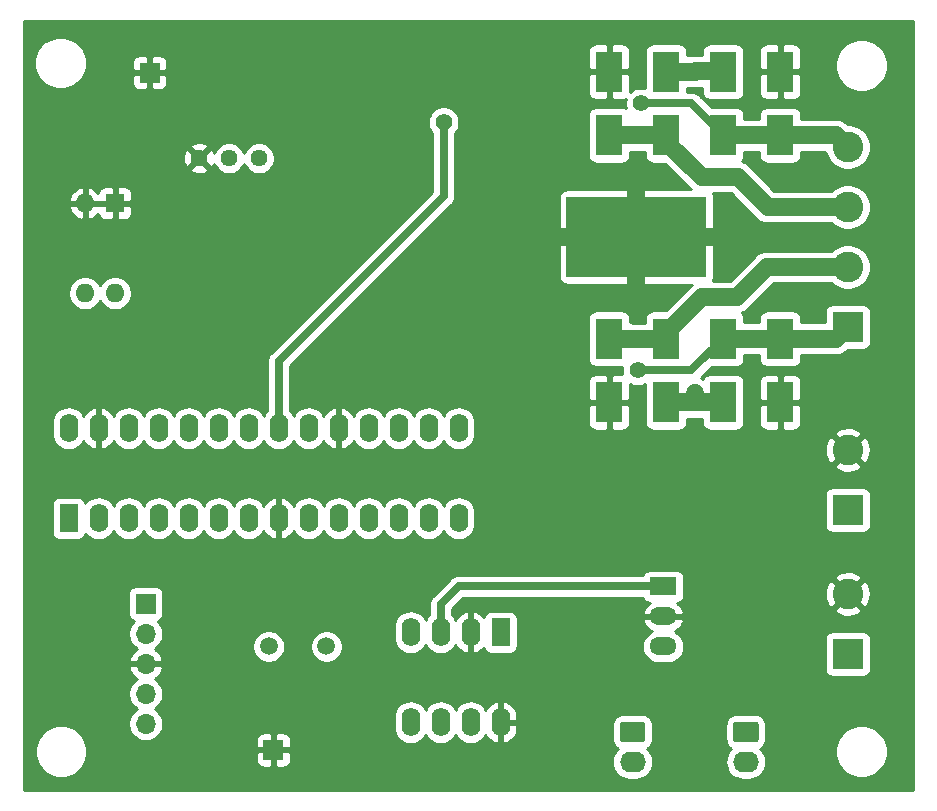
<source format=gbr>
%TF.GenerationSoftware,KiCad,Pcbnew,(5.1.10)-1*%
%TF.CreationDate,2022-05-23T16:08:43+02:00*%
%TF.ProjectId,Schrittmotoransteuerung2_0,53636872-6974-4746-9d6f-746f72616e73,rev?*%
%TF.SameCoordinates,Original*%
%TF.FileFunction,Copper,L2,Bot*%
%TF.FilePolarity,Positive*%
%FSLAX46Y46*%
G04 Gerber Fmt 4.6, Leading zero omitted, Abs format (unit mm)*
G04 Created by KiCad (PCBNEW (5.1.10)-1) date 2022-05-23 16:08:43*
%MOMM*%
%LPD*%
G01*
G04 APERTURE LIST*
%TA.AperFunction,SMDPad,CuDef*%
%ADD10R,2.300000X3.500000*%
%TD*%
%TA.AperFunction,ComponentPad*%
%ADD11R,1.600000X2.400000*%
%TD*%
%TA.AperFunction,ComponentPad*%
%ADD12O,1.600000X2.400000*%
%TD*%
%TA.AperFunction,ComponentPad*%
%ADD13O,2.190000X1.740000*%
%TD*%
%TA.AperFunction,ComponentPad*%
%ADD14C,2.600000*%
%TD*%
%TA.AperFunction,ComponentPad*%
%ADD15R,2.600000X2.600000*%
%TD*%
%TA.AperFunction,ComponentPad*%
%ADD16R,1.700000X1.700000*%
%TD*%
%TA.AperFunction,ComponentPad*%
%ADD17O,1.700000X1.700000*%
%TD*%
%TA.AperFunction,ComponentPad*%
%ADD18C,1.440000*%
%TD*%
%TA.AperFunction,ComponentPad*%
%ADD19R,1.600000X1.600000*%
%TD*%
%TA.AperFunction,ComponentPad*%
%ADD20O,1.600000X1.600000*%
%TD*%
%TA.AperFunction,ComponentPad*%
%ADD21R,2.300000X1.500000*%
%TD*%
%TA.AperFunction,ComponentPad*%
%ADD22O,2.300000X1.500000*%
%TD*%
%TA.AperFunction,ComponentPad*%
%ADD23C,1.500000*%
%TD*%
%TA.AperFunction,ComponentPad*%
%ADD24C,1.000000*%
%TD*%
%TA.AperFunction,SMDPad,CuDef*%
%ADD25R,11.860000X6.780000*%
%TD*%
%TA.AperFunction,ViaPad*%
%ADD26C,1.400000*%
%TD*%
%TA.AperFunction,Conductor*%
%ADD27C,1.500000*%
%TD*%
%TA.AperFunction,Conductor*%
%ADD28C,0.700000*%
%TD*%
%TA.AperFunction,Conductor*%
%ADD29C,0.254000*%
%TD*%
%TA.AperFunction,Conductor*%
%ADD30C,0.100000*%
%TD*%
G04 APERTURE END LIST*
D10*
%TO.P,D1,1*%
%TO.N,+5V*%
X99187000Y-57945000D03*
%TO.P,D1,2*%
%TO.N,/OUT_A*%
X99187000Y-52545000D03*
%TD*%
%TO.P,D2,2*%
%TO.N,/OUT_B*%
X94361000Y-52545000D03*
%TO.P,D2,1*%
%TO.N,+5V*%
X94361000Y-57945000D03*
%TD*%
%TO.P,D3,1*%
%TO.N,+5V*%
X94361000Y-29939000D03*
%TO.P,D3,2*%
%TO.N,/OUT_C*%
X94361000Y-35339000D03*
%TD*%
%TO.P,D4,2*%
%TO.N,/OUT_D*%
X99187000Y-35339000D03*
%TO.P,D4,1*%
%TO.N,+5V*%
X99187000Y-29939000D03*
%TD*%
%TO.P,D5,1*%
%TO.N,/OUT_A*%
X104013000Y-52545000D03*
%TO.P,D5,2*%
%TO.N,GND*%
X104013000Y-57945000D03*
%TD*%
%TO.P,D6,2*%
%TO.N,GND*%
X89535000Y-57945000D03*
%TO.P,D6,1*%
%TO.N,/OUT_B*%
X89535000Y-52545000D03*
%TD*%
%TO.P,D7,1*%
%TO.N,/OUT_C*%
X89535000Y-35339000D03*
%TO.P,D7,2*%
%TO.N,GND*%
X89535000Y-29939000D03*
%TD*%
%TO.P,D8,2*%
%TO.N,GND*%
X104013000Y-29939000D03*
%TO.P,D8,1*%
%TO.N,/OUT_D*%
X104013000Y-35339000D03*
%TD*%
D11*
%TO.P,IC1,1*%
%TO.N,/TXD*%
X80327500Y-77406500D03*
D12*
%TO.P,IC1,5*%
%TO.N,+3V3*%
X72707500Y-85026500D03*
%TO.P,IC1,2*%
%TO.N,GND*%
X77787500Y-77406500D03*
%TO.P,IC1,6*%
%TO.N,Net-(IC1-Pad6)*%
X75247500Y-85026500D03*
%TO.P,IC1,3*%
%TO.N,+5V*%
X75247500Y-77406500D03*
%TO.P,IC1,7*%
%TO.N,Net-(IC1-Pad7)*%
X77787500Y-85026500D03*
%TO.P,IC1,4*%
%TO.N,/RXD*%
X72707500Y-77406500D03*
%TO.P,IC1,8*%
%TO.N,GND*%
X80327500Y-85026500D03*
%TD*%
D11*
%TO.P,IC2,1*%
%TO.N,/MCLR*%
X43751500Y-67754500D03*
D12*
%TO.P,IC2,15*%
%TO.N,Net-(IC2-Pad15)*%
X76771500Y-60134500D03*
%TO.P,IC2,2*%
%TO.N,Net-(IC2-Pad2)*%
X46291500Y-67754500D03*
%TO.P,IC2,16*%
%TO.N,Net-(IC2-Pad16)*%
X74231500Y-60134500D03*
%TO.P,IC2,3*%
%TO.N,Net-(IC2-Pad3)*%
X48831500Y-67754500D03*
%TO.P,IC2,17*%
%TO.N,Net-(IC2-Pad17)*%
X71691500Y-60134500D03*
%TO.P,IC2,4*%
%TO.N,/PGD*%
X51371500Y-67754500D03*
%TO.P,IC2,18*%
%TO.N,Net-(IC2-Pad18)*%
X69151500Y-60134500D03*
%TO.P,IC2,5*%
%TO.N,/PGC*%
X53911500Y-67754500D03*
%TO.P,IC2,19*%
%TO.N,GND*%
X66611500Y-60134500D03*
%TO.P,IC2,6*%
%TO.N,Net-(IC2-Pad6)*%
X56451500Y-67754500D03*
%TO.P,IC2,20*%
%TO.N,Net-(C8-Pad1)*%
X64071500Y-60134500D03*
%TO.P,IC2,7*%
%TO.N,Net-(IC2-Pad7)*%
X58991500Y-67754500D03*
%TO.P,IC2,21*%
%TO.N,/297_Enable*%
X61531500Y-60134500D03*
%TO.P,IC2,8*%
%TO.N,GND*%
X61531500Y-67754500D03*
%TO.P,IC2,22*%
%TO.N,/297_HALF_FULL*%
X58991500Y-60134500D03*
%TO.P,IC2,9*%
%TO.N,Net-(C6-Pad1)*%
X64071500Y-67754500D03*
%TO.P,IC2,23*%
%TO.N,/297_CLOCK*%
X56451500Y-60134500D03*
%TO.P,IC2,10*%
%TO.N,Net-(C7-Pad1)*%
X66611500Y-67754500D03*
%TO.P,IC2,24*%
%TO.N,/297_CW_CCW*%
X53911500Y-60134500D03*
%TO.P,IC2,11*%
%TO.N,/RXD*%
X69151500Y-67754500D03*
%TO.P,IC2,25*%
%TO.N,Net-(IC2-Pad25)*%
X51371500Y-60134500D03*
%TO.P,IC2,12*%
%TO.N,Net-(IC2-Pad12)*%
X71691500Y-67754500D03*
%TO.P,IC2,26*%
%TO.N,Net-(IC2-Pad26)*%
X48831500Y-60134500D03*
%TO.P,IC2,13*%
%TO.N,+3V3*%
X74231500Y-67754500D03*
%TO.P,IC2,27*%
%TO.N,GND*%
X46291500Y-60134500D03*
%TO.P,IC2,14*%
%TO.N,/TXD*%
X76771500Y-67754500D03*
%TO.P,IC2,28*%
%TO.N,+3V3*%
X43751500Y-60134500D03*
%TD*%
%TO.P,J1,1*%
%TO.N,Net-(IC1-Pad7)*%
%TA.AperFunction,ComponentPad*%
G36*
G01*
X90658499Y-84982000D02*
X92348501Y-84982000D01*
G75*
G02*
X92598500Y-85231999I0J-249999D01*
G01*
X92598500Y-86472001D01*
G75*
G02*
X92348501Y-86722000I-249999J0D01*
G01*
X90658499Y-86722000D01*
G75*
G02*
X90408500Y-86472001I0J249999D01*
G01*
X90408500Y-85231999D01*
G75*
G02*
X90658499Y-84982000I249999J0D01*
G01*
G37*
%TD.AperFunction*%
D13*
%TO.P,J1,2*%
%TO.N,Net-(IC1-Pad6)*%
X91503500Y-88392000D03*
%TD*%
D14*
%TO.P,J2,2*%
%TO.N,GND*%
X109728000Y-74168000D03*
D15*
%TO.P,J2,1*%
%TO.N,+5V*%
X109728000Y-79248000D03*
%TD*%
D13*
%TO.P,J3,2*%
%TO.N,Net-(IC1-Pad6)*%
X101092000Y-88392000D03*
%TO.P,J3,1*%
%TO.N,Net-(IC1-Pad7)*%
%TA.AperFunction,ComponentPad*%
G36*
G01*
X100246999Y-84982000D02*
X101937001Y-84982000D01*
G75*
G02*
X102187000Y-85231999I0J-249999D01*
G01*
X102187000Y-86472001D01*
G75*
G02*
X101937001Y-86722000I-249999J0D01*
G01*
X100246999Y-86722000D01*
G75*
G02*
X99997000Y-86472001I0J249999D01*
G01*
X99997000Y-85231999D01*
G75*
G02*
X100246999Y-84982000I249999J0D01*
G01*
G37*
%TD.AperFunction*%
%TD*%
D15*
%TO.P,J4,1*%
%TO.N,+5V*%
X109728000Y-67056000D03*
D14*
%TO.P,J4,2*%
%TO.N,GND*%
X109728000Y-61976000D03*
%TD*%
D16*
%TO.P,J5,1*%
%TO.N,GND*%
X61087000Y-87376000D03*
%TD*%
%TO.P,J6,1*%
%TO.N,GND*%
X50609500Y-30035500D03*
%TD*%
%TO.P,J8,1*%
%TO.N,Net-(J8-Pad1)*%
X50292000Y-74993500D03*
D17*
%TO.P,J8,2*%
%TO.N,+3V3*%
X50292000Y-77533500D03*
%TO.P,J8,3*%
%TO.N,GND*%
X50292000Y-80073500D03*
%TO.P,J8,4*%
%TO.N,/PGD*%
X50292000Y-82613500D03*
%TO.P,J8,5*%
%TO.N,/PGC*%
X50292000Y-85153500D03*
%TD*%
D15*
%TO.P,J9,1*%
%TO.N,/OUT_A*%
X109728000Y-51562000D03*
D14*
%TO.P,J9,2*%
%TO.N,/OUT_B*%
X109728000Y-46482000D03*
%TO.P,J9,3*%
%TO.N,/OUT_C*%
X109728000Y-41402000D03*
%TO.P,J9,4*%
%TO.N,/OUT_D*%
X109728000Y-36322000D03*
%TD*%
D18*
%TO.P,RV10k1,1*%
%TO.N,Net-(R5-Pad1)*%
X59880500Y-37274500D03*
%TO.P,RV10k1,2*%
%TO.N,Net-(IC4-Pad15)*%
X57340500Y-37274500D03*
%TO.P,RV10k1,3*%
%TO.N,GND*%
X54800500Y-37274500D03*
%TD*%
D19*
%TO.P,SW1,1*%
%TO.N,GND*%
X47688500Y-41084500D03*
D20*
%TO.P,SW1,3*%
%TO.N,Net-(IC2-Pad26)*%
X45148500Y-48704500D03*
%TO.P,SW1,2*%
%TO.N,GND*%
X45148500Y-41084500D03*
%TO.P,SW1,4*%
%TO.N,Net-(IC2-Pad25)*%
X47688500Y-48704500D03*
%TD*%
D21*
%TO.P,U1,1*%
%TO.N,+5V*%
X94107000Y-73533000D03*
D22*
%TO.P,U1,2*%
%TO.N,GND*%
X94107000Y-76073000D03*
%TO.P,U1,3*%
%TO.N,+3V3*%
X94107000Y-78613000D03*
%TD*%
D23*
%TO.P,Y1,1*%
%TO.N,Net-(C6-Pad1)*%
X60706000Y-78613000D03*
%TO.P,Y1,2*%
%TO.N,Net-(C7-Pad1)*%
X65586000Y-78613000D03*
%TD*%
D24*
%TO.P,IC3,21*%
%TO.N,GND*%
X96901000Y-42672000D03*
X96901000Y-43942000D03*
X96901000Y-45212000D03*
X94361000Y-41402000D03*
X94361000Y-42672000D03*
X94361000Y-43942000D03*
X94361000Y-45212000D03*
X94361000Y-46482000D03*
X91821000Y-41402000D03*
X91821000Y-42672000D03*
X91821000Y-43942000D03*
X91821000Y-45212000D03*
X91821000Y-46482000D03*
X89281000Y-41402000D03*
X89281000Y-42672000D03*
X89281000Y-43942000D03*
X89281000Y-45212000D03*
X89281000Y-46482000D03*
X86741000Y-42672000D03*
X86741000Y-43942000D03*
X86741000Y-45212000D03*
D25*
X91821000Y-43942000D03*
%TD*%
D26*
%TO.N,GND*%
X68326000Y-32766000D03*
X84074000Y-37084000D03*
X79883000Y-50355500D03*
%TO.N,+5V*%
X96837500Y-29908500D03*
X96774000Y-57150000D03*
%TO.N,/OUT_A*%
X91948000Y-55245000D03*
%TO.N,/OUT_B*%
X91186000Y-52578000D03*
%TO.N,/OUT_C*%
X91947998Y-35339000D03*
%TO.N,/OUT_D*%
X92202000Y-32639000D03*
%TO.N,/297_Enable*%
X75501500Y-34226500D03*
%TD*%
D27*
%TO.N,GND*%
X88265000Y-43942000D02*
X90043000Y-42164000D01*
X88265000Y-43942000D02*
X88201500Y-43942000D01*
X88265000Y-43942000D02*
X88265000Y-44005500D01*
X88265000Y-43942000D02*
X90106500Y-45783500D01*
X91821000Y-43942000D02*
X84899500Y-43942000D01*
X91821000Y-41402000D02*
X91821000Y-39814500D01*
X91821000Y-43942000D02*
X98742500Y-43942000D01*
X91821000Y-46482000D02*
X91821000Y-48069500D01*
D28*
%TO.N,+5V*%
X94107000Y-73533000D02*
X76771500Y-73533000D01*
X75247500Y-75057000D02*
X75247500Y-77406500D01*
X76771500Y-73533000D02*
X75247500Y-75057000D01*
D27*
X96774000Y-57848500D02*
X96870500Y-57945000D01*
X96774000Y-57150000D02*
X96774000Y-57848500D01*
X96870500Y-57945000D02*
X99187000Y-57945000D01*
X94361000Y-57945000D02*
X96870500Y-57945000D01*
X96807000Y-29939000D02*
X96837500Y-29908500D01*
X94361000Y-29939000D02*
X96807000Y-29939000D01*
X99156500Y-29908500D02*
X99187000Y-29939000D01*
X96837500Y-29908500D02*
X99156500Y-29908500D01*
%TO.N,/OUT_A*%
X99187000Y-52545000D02*
X104013000Y-52545000D01*
X108745000Y-52545000D02*
X109728000Y-51562000D01*
X104013000Y-52545000D02*
X108745000Y-52545000D01*
D28*
X96487000Y-55245000D02*
X99187000Y-52545000D01*
X91948000Y-55245000D02*
X96487000Y-55245000D01*
D27*
%TO.N,/OUT_B*%
X94361000Y-52545000D02*
X94361000Y-52070000D01*
X94361000Y-52070000D02*
X97409000Y-49022000D01*
X97409000Y-49022000D02*
X100330000Y-49022000D01*
X102870000Y-46482000D02*
X109728000Y-46482000D01*
X100330000Y-49022000D02*
X102870000Y-46482000D01*
X91153000Y-52545000D02*
X91186000Y-52578000D01*
X89535000Y-52545000D02*
X91153000Y-52545000D01*
X94328000Y-52578000D02*
X94361000Y-52545000D01*
X91186000Y-52578000D02*
X94328000Y-52578000D01*
%TO.N,/OUT_C*%
X102933500Y-41402000D02*
X109728000Y-41402000D01*
X100393500Y-38862000D02*
X102933500Y-41402000D01*
X97345500Y-38862000D02*
X100393500Y-38862000D01*
X94361000Y-35877500D02*
X97345500Y-38862000D01*
X94361000Y-35339000D02*
X94361000Y-35877500D01*
X89535000Y-35339000D02*
X91153000Y-35339000D01*
X91153000Y-35339000D02*
X91947998Y-35339000D01*
X94361000Y-35339000D02*
X91947998Y-35339000D01*
%TO.N,/OUT_D*%
X99187000Y-35339000D02*
X104013000Y-35339000D01*
X108745000Y-35339000D02*
X109728000Y-36322000D01*
X104013000Y-35339000D02*
X108745000Y-35339000D01*
D28*
X96487000Y-32639000D02*
X99187000Y-35339000D01*
X92202000Y-32639000D02*
X96487000Y-32639000D01*
%TO.N,/297_Enable*%
X75501500Y-40513000D02*
X75501500Y-34226500D01*
X61531500Y-54483000D02*
X75501500Y-40513000D01*
X61531500Y-60134500D02*
X61531500Y-54483000D01*
%TD*%
D29*
%TO.N,GND*%
X115291001Y-90780000D02*
X39966500Y-90780000D01*
X39966500Y-87282872D01*
X40881500Y-87282872D01*
X40881500Y-87723128D01*
X40967390Y-88154925D01*
X41135869Y-88561669D01*
X41380462Y-88927729D01*
X41691771Y-89239038D01*
X42057831Y-89483631D01*
X42464575Y-89652110D01*
X42896372Y-89738000D01*
X43336628Y-89738000D01*
X43768425Y-89652110D01*
X44175169Y-89483631D01*
X44541229Y-89239038D01*
X44852538Y-88927729D01*
X45097131Y-88561669D01*
X45236169Y-88226000D01*
X59598928Y-88226000D01*
X59611188Y-88350482D01*
X59647498Y-88470180D01*
X59706463Y-88580494D01*
X59785815Y-88677185D01*
X59882506Y-88756537D01*
X59992820Y-88815502D01*
X60112518Y-88851812D01*
X60237000Y-88864072D01*
X60801250Y-88861000D01*
X60960000Y-88702250D01*
X60960000Y-87503000D01*
X61214000Y-87503000D01*
X61214000Y-88702250D01*
X61372750Y-88861000D01*
X61937000Y-88864072D01*
X62061482Y-88851812D01*
X62181180Y-88815502D01*
X62291494Y-88756537D01*
X62388185Y-88677185D01*
X62467537Y-88580494D01*
X62526502Y-88470180D01*
X62550217Y-88392000D01*
X89766218Y-88392000D01*
X89795276Y-88687032D01*
X89881334Y-88970725D01*
X90021083Y-89232179D01*
X90209155Y-89461345D01*
X90438321Y-89649417D01*
X90699775Y-89789166D01*
X90983468Y-89875224D01*
X91204564Y-89897000D01*
X91802436Y-89897000D01*
X92023532Y-89875224D01*
X92307225Y-89789166D01*
X92568679Y-89649417D01*
X92797845Y-89461345D01*
X92985917Y-89232179D01*
X93125666Y-88970725D01*
X93211724Y-88687032D01*
X93240782Y-88392000D01*
X99354718Y-88392000D01*
X99383776Y-88687032D01*
X99469834Y-88970725D01*
X99609583Y-89232179D01*
X99797655Y-89461345D01*
X100026821Y-89649417D01*
X100288275Y-89789166D01*
X100571968Y-89875224D01*
X100793064Y-89897000D01*
X101390936Y-89897000D01*
X101612032Y-89875224D01*
X101895725Y-89789166D01*
X102157179Y-89649417D01*
X102386345Y-89461345D01*
X102574417Y-89232179D01*
X102714166Y-88970725D01*
X102800224Y-88687032D01*
X102829282Y-88392000D01*
X102800224Y-88096968D01*
X102714166Y-87813275D01*
X102574417Y-87551821D01*
X102386345Y-87322655D01*
X102337870Y-87282872D01*
X108636000Y-87282872D01*
X108636000Y-87723128D01*
X108721890Y-88154925D01*
X108890369Y-88561669D01*
X109134962Y-88927729D01*
X109446271Y-89239038D01*
X109812331Y-89483631D01*
X110219075Y-89652110D01*
X110650872Y-89738000D01*
X111091128Y-89738000D01*
X111522925Y-89652110D01*
X111929669Y-89483631D01*
X112295729Y-89239038D01*
X112607038Y-88927729D01*
X112851631Y-88561669D01*
X113020110Y-88154925D01*
X113106000Y-87723128D01*
X113106000Y-87282872D01*
X113020110Y-86851075D01*
X112851631Y-86444331D01*
X112607038Y-86078271D01*
X112295729Y-85766962D01*
X111929669Y-85522369D01*
X111522925Y-85353890D01*
X111091128Y-85268000D01*
X110650872Y-85268000D01*
X110219075Y-85353890D01*
X109812331Y-85522369D01*
X109446271Y-85766962D01*
X109134962Y-86078271D01*
X108890369Y-86444331D01*
X108721890Y-86851075D01*
X108636000Y-87282872D01*
X102337870Y-87282872D01*
X102320886Y-87268934D01*
X102430387Y-87210405D01*
X102564962Y-87099962D01*
X102675405Y-86965387D01*
X102757472Y-86811851D01*
X102808008Y-86645255D01*
X102825072Y-86472001D01*
X102825072Y-85231999D01*
X102808008Y-85058745D01*
X102757472Y-84892149D01*
X102675405Y-84738613D01*
X102564962Y-84604038D01*
X102430387Y-84493595D01*
X102276851Y-84411528D01*
X102110255Y-84360992D01*
X101937001Y-84343928D01*
X100246999Y-84343928D01*
X100073745Y-84360992D01*
X99907149Y-84411528D01*
X99753613Y-84493595D01*
X99619038Y-84604038D01*
X99508595Y-84738613D01*
X99426528Y-84892149D01*
X99375992Y-85058745D01*
X99358928Y-85231999D01*
X99358928Y-86472001D01*
X99375992Y-86645255D01*
X99426528Y-86811851D01*
X99508595Y-86965387D01*
X99619038Y-87099962D01*
X99753613Y-87210405D01*
X99863114Y-87268934D01*
X99797655Y-87322655D01*
X99609583Y-87551821D01*
X99469834Y-87813275D01*
X99383776Y-88096968D01*
X99354718Y-88392000D01*
X93240782Y-88392000D01*
X93211724Y-88096968D01*
X93125666Y-87813275D01*
X92985917Y-87551821D01*
X92797845Y-87322655D01*
X92732386Y-87268934D01*
X92841887Y-87210405D01*
X92976462Y-87099962D01*
X93086905Y-86965387D01*
X93168972Y-86811851D01*
X93219508Y-86645255D01*
X93236572Y-86472001D01*
X93236572Y-85231999D01*
X93219508Y-85058745D01*
X93168972Y-84892149D01*
X93086905Y-84738613D01*
X92976462Y-84604038D01*
X92841887Y-84493595D01*
X92688351Y-84411528D01*
X92521755Y-84360992D01*
X92348501Y-84343928D01*
X90658499Y-84343928D01*
X90485245Y-84360992D01*
X90318649Y-84411528D01*
X90165113Y-84493595D01*
X90030538Y-84604038D01*
X89920095Y-84738613D01*
X89838028Y-84892149D01*
X89787492Y-85058745D01*
X89770428Y-85231999D01*
X89770428Y-86472001D01*
X89787492Y-86645255D01*
X89838028Y-86811851D01*
X89920095Y-86965387D01*
X90030538Y-87099962D01*
X90165113Y-87210405D01*
X90274614Y-87268934D01*
X90209155Y-87322655D01*
X90021083Y-87551821D01*
X89881334Y-87813275D01*
X89795276Y-88096968D01*
X89766218Y-88392000D01*
X62550217Y-88392000D01*
X62562812Y-88350482D01*
X62575072Y-88226000D01*
X62572000Y-87661750D01*
X62413250Y-87503000D01*
X61214000Y-87503000D01*
X60960000Y-87503000D01*
X59760750Y-87503000D01*
X59602000Y-87661750D01*
X59598928Y-88226000D01*
X45236169Y-88226000D01*
X45265610Y-88154925D01*
X45351500Y-87723128D01*
X45351500Y-87282872D01*
X45265610Y-86851075D01*
X45097131Y-86444331D01*
X44852538Y-86078271D01*
X44541229Y-85766962D01*
X44175169Y-85522369D01*
X43768425Y-85353890D01*
X43336628Y-85268000D01*
X42896372Y-85268000D01*
X42464575Y-85353890D01*
X42057831Y-85522369D01*
X41691771Y-85766962D01*
X41380462Y-86078271D01*
X41135869Y-86444331D01*
X40967390Y-86851075D01*
X40881500Y-87282872D01*
X39966500Y-87282872D01*
X39966500Y-82467240D01*
X48807000Y-82467240D01*
X48807000Y-82759760D01*
X48864068Y-83046658D01*
X48976010Y-83316911D01*
X49138525Y-83560132D01*
X49345368Y-83766975D01*
X49519760Y-83883500D01*
X49345368Y-84000025D01*
X49138525Y-84206868D01*
X48976010Y-84450089D01*
X48864068Y-84720342D01*
X48807000Y-85007240D01*
X48807000Y-85299760D01*
X48864068Y-85586658D01*
X48976010Y-85856911D01*
X49138525Y-86100132D01*
X49345368Y-86306975D01*
X49588589Y-86469490D01*
X49858842Y-86581432D01*
X50145740Y-86638500D01*
X50438260Y-86638500D01*
X50725158Y-86581432D01*
X50858983Y-86526000D01*
X59598928Y-86526000D01*
X59602000Y-87090250D01*
X59760750Y-87249000D01*
X60960000Y-87249000D01*
X60960000Y-86049750D01*
X61214000Y-86049750D01*
X61214000Y-87249000D01*
X62413250Y-87249000D01*
X62572000Y-87090250D01*
X62575072Y-86526000D01*
X62562812Y-86401518D01*
X62526502Y-86281820D01*
X62467537Y-86171506D01*
X62388185Y-86074815D01*
X62291494Y-85995463D01*
X62181180Y-85936498D01*
X62061482Y-85900188D01*
X61937000Y-85887928D01*
X61372750Y-85891000D01*
X61214000Y-86049750D01*
X60960000Y-86049750D01*
X60801250Y-85891000D01*
X60237000Y-85887928D01*
X60112518Y-85900188D01*
X59992820Y-85936498D01*
X59882506Y-85995463D01*
X59785815Y-86074815D01*
X59706463Y-86171506D01*
X59647498Y-86281820D01*
X59611188Y-86401518D01*
X59598928Y-86526000D01*
X50858983Y-86526000D01*
X50995411Y-86469490D01*
X51238632Y-86306975D01*
X51445475Y-86100132D01*
X51607990Y-85856911D01*
X51719932Y-85586658D01*
X51777000Y-85299760D01*
X51777000Y-85007240D01*
X51719932Y-84720342D01*
X51651863Y-84556008D01*
X71272500Y-84556008D01*
X71272500Y-85496991D01*
X71293264Y-85707808D01*
X71375318Y-85978307D01*
X71508568Y-86227600D01*
X71687892Y-86446107D01*
X71906399Y-86625432D01*
X72155692Y-86758682D01*
X72426191Y-86840736D01*
X72707500Y-86868443D01*
X72988808Y-86840736D01*
X73259307Y-86758682D01*
X73508600Y-86625432D01*
X73727107Y-86446108D01*
X73906432Y-86227601D01*
X73977500Y-86094642D01*
X74048568Y-86227600D01*
X74227892Y-86446107D01*
X74446399Y-86625432D01*
X74695692Y-86758682D01*
X74966191Y-86840736D01*
X75247500Y-86868443D01*
X75528808Y-86840736D01*
X75799307Y-86758682D01*
X76048600Y-86625432D01*
X76267107Y-86446108D01*
X76446432Y-86227601D01*
X76517500Y-86094642D01*
X76588568Y-86227600D01*
X76767892Y-86446107D01*
X76986399Y-86625432D01*
X77235692Y-86758682D01*
X77506191Y-86840736D01*
X77787500Y-86868443D01*
X78068808Y-86840736D01*
X78339307Y-86758682D01*
X78588600Y-86625432D01*
X78807107Y-86446108D01*
X78986432Y-86227601D01*
X79054765Y-86099759D01*
X79204899Y-86329339D01*
X79402605Y-86531000D01*
X79635854Y-86690215D01*
X79895682Y-86800867D01*
X79978461Y-86818404D01*
X80200500Y-86696415D01*
X80200500Y-85153500D01*
X80454500Y-85153500D01*
X80454500Y-86696415D01*
X80676539Y-86818404D01*
X80759318Y-86800867D01*
X81019146Y-86690215D01*
X81252395Y-86531000D01*
X81450101Y-86329339D01*
X81604666Y-86092983D01*
X81710150Y-85831014D01*
X81762500Y-85553500D01*
X81762500Y-85153500D01*
X80454500Y-85153500D01*
X80200500Y-85153500D01*
X80180500Y-85153500D01*
X80180500Y-84899500D01*
X80200500Y-84899500D01*
X80200500Y-83356585D01*
X80454500Y-83356585D01*
X80454500Y-84899500D01*
X81762500Y-84899500D01*
X81762500Y-84499500D01*
X81710150Y-84221986D01*
X81604666Y-83960017D01*
X81450101Y-83723661D01*
X81252395Y-83522000D01*
X81019146Y-83362785D01*
X80759318Y-83252133D01*
X80676539Y-83234596D01*
X80454500Y-83356585D01*
X80200500Y-83356585D01*
X79978461Y-83234596D01*
X79895682Y-83252133D01*
X79635854Y-83362785D01*
X79402605Y-83522000D01*
X79204899Y-83723661D01*
X79054765Y-83953241D01*
X78986432Y-83825399D01*
X78807108Y-83606892D01*
X78588601Y-83427568D01*
X78339308Y-83294318D01*
X78068809Y-83212264D01*
X77787500Y-83184557D01*
X77506192Y-83212264D01*
X77235693Y-83294318D01*
X76986400Y-83427568D01*
X76767893Y-83606892D01*
X76588568Y-83825399D01*
X76517500Y-83958358D01*
X76446432Y-83825399D01*
X76267108Y-83606892D01*
X76048601Y-83427568D01*
X75799308Y-83294318D01*
X75528809Y-83212264D01*
X75247500Y-83184557D01*
X74966192Y-83212264D01*
X74695693Y-83294318D01*
X74446400Y-83427568D01*
X74227893Y-83606892D01*
X74048568Y-83825399D01*
X73977500Y-83958358D01*
X73906432Y-83825399D01*
X73727108Y-83606892D01*
X73508601Y-83427568D01*
X73259308Y-83294318D01*
X72988809Y-83212264D01*
X72707500Y-83184557D01*
X72426192Y-83212264D01*
X72155693Y-83294318D01*
X71906400Y-83427568D01*
X71687893Y-83606892D01*
X71508568Y-83825399D01*
X71375318Y-84074692D01*
X71293264Y-84345191D01*
X71272500Y-84556008D01*
X51651863Y-84556008D01*
X51607990Y-84450089D01*
X51445475Y-84206868D01*
X51238632Y-84000025D01*
X51064240Y-83883500D01*
X51238632Y-83766975D01*
X51445475Y-83560132D01*
X51607990Y-83316911D01*
X51719932Y-83046658D01*
X51777000Y-82759760D01*
X51777000Y-82467240D01*
X51719932Y-82180342D01*
X51607990Y-81910089D01*
X51445475Y-81666868D01*
X51238632Y-81460025D01*
X51056466Y-81338305D01*
X51173355Y-81268678D01*
X51389588Y-81073769D01*
X51563641Y-80840420D01*
X51688825Y-80577599D01*
X51733476Y-80430390D01*
X51612155Y-80200500D01*
X50419000Y-80200500D01*
X50419000Y-80220500D01*
X50165000Y-80220500D01*
X50165000Y-80200500D01*
X48971845Y-80200500D01*
X48850524Y-80430390D01*
X48895175Y-80577599D01*
X49020359Y-80840420D01*
X49194412Y-81073769D01*
X49410645Y-81268678D01*
X49527534Y-81338305D01*
X49345368Y-81460025D01*
X49138525Y-81666868D01*
X48976010Y-81910089D01*
X48864068Y-82180342D01*
X48807000Y-82467240D01*
X39966500Y-82467240D01*
X39966500Y-74143500D01*
X48803928Y-74143500D01*
X48803928Y-75843500D01*
X48816188Y-75967982D01*
X48852498Y-76087680D01*
X48911463Y-76197994D01*
X48990815Y-76294685D01*
X49087506Y-76374037D01*
X49197820Y-76433002D01*
X49270380Y-76455013D01*
X49138525Y-76586868D01*
X48976010Y-76830089D01*
X48864068Y-77100342D01*
X48807000Y-77387240D01*
X48807000Y-77679760D01*
X48864068Y-77966658D01*
X48976010Y-78236911D01*
X49138525Y-78480132D01*
X49345368Y-78686975D01*
X49527534Y-78808695D01*
X49410645Y-78878322D01*
X49194412Y-79073231D01*
X49020359Y-79306580D01*
X48895175Y-79569401D01*
X48850524Y-79716610D01*
X48971845Y-79946500D01*
X50165000Y-79946500D01*
X50165000Y-79926500D01*
X50419000Y-79926500D01*
X50419000Y-79946500D01*
X51612155Y-79946500D01*
X51733476Y-79716610D01*
X51688825Y-79569401D01*
X51563641Y-79306580D01*
X51389588Y-79073231D01*
X51173355Y-78878322D01*
X51056466Y-78808695D01*
X51238632Y-78686975D01*
X51445475Y-78480132D01*
X51447842Y-78476589D01*
X59321000Y-78476589D01*
X59321000Y-78749411D01*
X59374225Y-79016989D01*
X59478629Y-79269043D01*
X59630201Y-79495886D01*
X59823114Y-79688799D01*
X60049957Y-79840371D01*
X60302011Y-79944775D01*
X60569589Y-79998000D01*
X60842411Y-79998000D01*
X61109989Y-79944775D01*
X61362043Y-79840371D01*
X61588886Y-79688799D01*
X61781799Y-79495886D01*
X61933371Y-79269043D01*
X62037775Y-79016989D01*
X62091000Y-78749411D01*
X62091000Y-78476589D01*
X64201000Y-78476589D01*
X64201000Y-78749411D01*
X64254225Y-79016989D01*
X64358629Y-79269043D01*
X64510201Y-79495886D01*
X64703114Y-79688799D01*
X64929957Y-79840371D01*
X65182011Y-79944775D01*
X65449589Y-79998000D01*
X65722411Y-79998000D01*
X65989989Y-79944775D01*
X66242043Y-79840371D01*
X66468886Y-79688799D01*
X66661799Y-79495886D01*
X66813371Y-79269043D01*
X66917775Y-79016989D01*
X66971000Y-78749411D01*
X66971000Y-78476589D01*
X66917775Y-78209011D01*
X66813371Y-77956957D01*
X66661799Y-77730114D01*
X66468886Y-77537201D01*
X66242043Y-77385629D01*
X65989989Y-77281225D01*
X65722411Y-77228000D01*
X65449589Y-77228000D01*
X65182011Y-77281225D01*
X64929957Y-77385629D01*
X64703114Y-77537201D01*
X64510201Y-77730114D01*
X64358629Y-77956957D01*
X64254225Y-78209011D01*
X64201000Y-78476589D01*
X62091000Y-78476589D01*
X62037775Y-78209011D01*
X61933371Y-77956957D01*
X61781799Y-77730114D01*
X61588886Y-77537201D01*
X61362043Y-77385629D01*
X61109989Y-77281225D01*
X60842411Y-77228000D01*
X60569589Y-77228000D01*
X60302011Y-77281225D01*
X60049957Y-77385629D01*
X59823114Y-77537201D01*
X59630201Y-77730114D01*
X59478629Y-77956957D01*
X59374225Y-78209011D01*
X59321000Y-78476589D01*
X51447842Y-78476589D01*
X51607990Y-78236911D01*
X51719932Y-77966658D01*
X51777000Y-77679760D01*
X51777000Y-77387240D01*
X51719932Y-77100342D01*
X51651863Y-76936008D01*
X71272500Y-76936008D01*
X71272500Y-77876991D01*
X71293264Y-78087808D01*
X71375318Y-78358307D01*
X71508568Y-78607600D01*
X71687892Y-78826107D01*
X71906399Y-79005432D01*
X72155692Y-79138682D01*
X72426191Y-79220736D01*
X72707500Y-79248443D01*
X72988808Y-79220736D01*
X73259307Y-79138682D01*
X73508600Y-79005432D01*
X73727107Y-78826108D01*
X73906432Y-78607601D01*
X73977500Y-78474642D01*
X74048568Y-78607600D01*
X74227892Y-78826107D01*
X74446399Y-79005432D01*
X74695692Y-79138682D01*
X74966191Y-79220736D01*
X75247500Y-79248443D01*
X75528808Y-79220736D01*
X75799307Y-79138682D01*
X76048600Y-79005432D01*
X76267107Y-78826108D01*
X76446432Y-78607601D01*
X76514765Y-78479759D01*
X76664899Y-78709339D01*
X76862605Y-78911000D01*
X77095854Y-79070215D01*
X77355682Y-79180867D01*
X77438461Y-79198404D01*
X77660500Y-79076415D01*
X77660500Y-77533500D01*
X77640500Y-77533500D01*
X77640500Y-77279500D01*
X77660500Y-77279500D01*
X77660500Y-75736585D01*
X77914500Y-75736585D01*
X77914500Y-77279500D01*
X77934500Y-77279500D01*
X77934500Y-77533500D01*
X77914500Y-77533500D01*
X77914500Y-79076415D01*
X78136539Y-79198404D01*
X78219318Y-79180867D01*
X78479146Y-79070215D01*
X78712395Y-78911000D01*
X78900519Y-78719113D01*
X78901688Y-78730982D01*
X78937998Y-78850680D01*
X78996963Y-78960994D01*
X79076315Y-79057685D01*
X79173006Y-79137037D01*
X79283320Y-79196002D01*
X79403018Y-79232312D01*
X79527500Y-79244572D01*
X81127500Y-79244572D01*
X81251982Y-79232312D01*
X81371680Y-79196002D01*
X81481994Y-79137037D01*
X81578685Y-79057685D01*
X81658037Y-78960994D01*
X81717002Y-78850680D01*
X81753312Y-78730982D01*
X81764931Y-78613000D01*
X92315299Y-78613000D01*
X92342040Y-78884507D01*
X92421236Y-79145581D01*
X92549843Y-79386188D01*
X92722919Y-79597081D01*
X92933812Y-79770157D01*
X93174419Y-79898764D01*
X93435493Y-79977960D01*
X93638963Y-79998000D01*
X94575037Y-79998000D01*
X94778507Y-79977960D01*
X95039581Y-79898764D01*
X95280188Y-79770157D01*
X95491081Y-79597081D01*
X95664157Y-79386188D01*
X95792764Y-79145581D01*
X95871960Y-78884507D01*
X95898701Y-78613000D01*
X95871960Y-78341493D01*
X95792764Y-78080419D01*
X95721985Y-77948000D01*
X107789928Y-77948000D01*
X107789928Y-80548000D01*
X107802188Y-80672482D01*
X107838498Y-80792180D01*
X107897463Y-80902494D01*
X107976815Y-80999185D01*
X108073506Y-81078537D01*
X108183820Y-81137502D01*
X108303518Y-81173812D01*
X108428000Y-81186072D01*
X111028000Y-81186072D01*
X111152482Y-81173812D01*
X111272180Y-81137502D01*
X111382494Y-81078537D01*
X111479185Y-80999185D01*
X111558537Y-80902494D01*
X111617502Y-80792180D01*
X111653812Y-80672482D01*
X111666072Y-80548000D01*
X111666072Y-77948000D01*
X111653812Y-77823518D01*
X111617502Y-77703820D01*
X111558537Y-77593506D01*
X111479185Y-77496815D01*
X111382494Y-77417463D01*
X111272180Y-77358498D01*
X111152482Y-77322188D01*
X111028000Y-77309928D01*
X108428000Y-77309928D01*
X108303518Y-77322188D01*
X108183820Y-77358498D01*
X108073506Y-77417463D01*
X107976815Y-77496815D01*
X107897463Y-77593506D01*
X107838498Y-77703820D01*
X107802188Y-77823518D01*
X107789928Y-77948000D01*
X95721985Y-77948000D01*
X95664157Y-77839812D01*
X95491081Y-77628919D01*
X95280188Y-77455843D01*
X95064422Y-77340514D01*
X95154349Y-77303972D01*
X95382061Y-77154028D01*
X95576145Y-76962540D01*
X95729142Y-76736868D01*
X95835173Y-76485684D01*
X95849318Y-76414185D01*
X95726656Y-76200000D01*
X94234000Y-76200000D01*
X94234000Y-76220000D01*
X93980000Y-76220000D01*
X93980000Y-76200000D01*
X92487344Y-76200000D01*
X92364682Y-76414185D01*
X92378827Y-76485684D01*
X92484858Y-76736868D01*
X92637855Y-76962540D01*
X92831939Y-77154028D01*
X93059651Y-77303972D01*
X93149578Y-77340514D01*
X92933812Y-77455843D01*
X92722919Y-77628919D01*
X92549843Y-77839812D01*
X92421236Y-78080419D01*
X92342040Y-78341493D01*
X92315299Y-78613000D01*
X81764931Y-78613000D01*
X81765572Y-78606500D01*
X81765572Y-76206500D01*
X81753312Y-76082018D01*
X81717002Y-75962320D01*
X81658037Y-75852006D01*
X81578685Y-75755315D01*
X81481994Y-75675963D01*
X81371680Y-75616998D01*
X81251982Y-75580688D01*
X81127500Y-75568428D01*
X79527500Y-75568428D01*
X79403018Y-75580688D01*
X79283320Y-75616998D01*
X79173006Y-75675963D01*
X79076315Y-75755315D01*
X78996963Y-75852006D01*
X78937998Y-75962320D01*
X78901688Y-76082018D01*
X78900519Y-76093887D01*
X78712395Y-75902000D01*
X78479146Y-75742785D01*
X78219318Y-75632133D01*
X78136539Y-75614596D01*
X77914500Y-75736585D01*
X77660500Y-75736585D01*
X77438461Y-75614596D01*
X77355682Y-75632133D01*
X77095854Y-75742785D01*
X76862605Y-75902000D01*
X76664899Y-76103661D01*
X76514765Y-76333241D01*
X76446432Y-76205399D01*
X76267108Y-75986892D01*
X76232500Y-75958490D01*
X76232500Y-75465000D01*
X77179500Y-74518000D01*
X92364713Y-74518000D01*
X92367498Y-74527180D01*
X92426463Y-74637494D01*
X92505815Y-74734185D01*
X92602506Y-74813537D01*
X92712820Y-74872502D01*
X92832518Y-74908812D01*
X92941874Y-74919582D01*
X92831939Y-74991972D01*
X92637855Y-75183460D01*
X92484858Y-75409132D01*
X92378827Y-75660316D01*
X92364682Y-75731815D01*
X92487344Y-75946000D01*
X93980000Y-75946000D01*
X93980000Y-75926000D01*
X94234000Y-75926000D01*
X94234000Y-75946000D01*
X95726656Y-75946000D01*
X95849318Y-75731815D01*
X95835173Y-75660316D01*
X95774771Y-75517224D01*
X108558381Y-75517224D01*
X108690317Y-75812312D01*
X109031045Y-75983159D01*
X109398557Y-76084250D01*
X109778729Y-76111701D01*
X110156951Y-76064457D01*
X110518690Y-75944333D01*
X110765683Y-75812312D01*
X110897619Y-75517224D01*
X109728000Y-74347605D01*
X108558381Y-75517224D01*
X95774771Y-75517224D01*
X95729142Y-75409132D01*
X95576145Y-75183460D01*
X95382061Y-74991972D01*
X95272126Y-74919582D01*
X95381482Y-74908812D01*
X95501180Y-74872502D01*
X95611494Y-74813537D01*
X95708185Y-74734185D01*
X95787537Y-74637494D01*
X95846502Y-74527180D01*
X95882812Y-74407482D01*
X95895072Y-74283000D01*
X95895072Y-74218729D01*
X107784299Y-74218729D01*
X107831543Y-74596951D01*
X107951667Y-74958690D01*
X108083688Y-75205683D01*
X108378776Y-75337619D01*
X109548395Y-74168000D01*
X109907605Y-74168000D01*
X111077224Y-75337619D01*
X111372312Y-75205683D01*
X111543159Y-74864955D01*
X111644250Y-74497443D01*
X111671701Y-74117271D01*
X111624457Y-73739049D01*
X111504333Y-73377310D01*
X111372312Y-73130317D01*
X111077224Y-72998381D01*
X109907605Y-74168000D01*
X109548395Y-74168000D01*
X108378776Y-72998381D01*
X108083688Y-73130317D01*
X107912841Y-73471045D01*
X107811750Y-73838557D01*
X107784299Y-74218729D01*
X95895072Y-74218729D01*
X95895072Y-72818776D01*
X108558381Y-72818776D01*
X109728000Y-73988395D01*
X110897619Y-72818776D01*
X110765683Y-72523688D01*
X110424955Y-72352841D01*
X110057443Y-72251750D01*
X109677271Y-72224299D01*
X109299049Y-72271543D01*
X108937310Y-72391667D01*
X108690317Y-72523688D01*
X108558381Y-72818776D01*
X95895072Y-72818776D01*
X95895072Y-72783000D01*
X95882812Y-72658518D01*
X95846502Y-72538820D01*
X95787537Y-72428506D01*
X95708185Y-72331815D01*
X95611494Y-72252463D01*
X95501180Y-72193498D01*
X95381482Y-72157188D01*
X95257000Y-72144928D01*
X92957000Y-72144928D01*
X92832518Y-72157188D01*
X92712820Y-72193498D01*
X92602506Y-72252463D01*
X92505815Y-72331815D01*
X92426463Y-72428506D01*
X92367498Y-72538820D01*
X92364713Y-72548000D01*
X76819877Y-72548000D01*
X76771499Y-72543235D01*
X76723121Y-72548000D01*
X76723120Y-72548000D01*
X76578406Y-72562253D01*
X76392733Y-72618576D01*
X76221616Y-72710040D01*
X76071630Y-72833130D01*
X76040784Y-72870716D01*
X74585216Y-74326284D01*
X74547630Y-74357130D01*
X74424540Y-74507116D01*
X74354852Y-74637494D01*
X74333076Y-74678234D01*
X74276753Y-74863907D01*
X74257735Y-75057000D01*
X74262500Y-75105380D01*
X74262500Y-75958490D01*
X74227893Y-75986892D01*
X74048568Y-76205399D01*
X73977500Y-76338358D01*
X73906432Y-76205399D01*
X73727108Y-75986892D01*
X73508601Y-75807568D01*
X73259308Y-75674318D01*
X72988809Y-75592264D01*
X72707500Y-75564557D01*
X72426192Y-75592264D01*
X72155693Y-75674318D01*
X71906400Y-75807568D01*
X71687893Y-75986892D01*
X71508568Y-76205399D01*
X71375318Y-76454692D01*
X71293264Y-76725191D01*
X71272500Y-76936008D01*
X51651863Y-76936008D01*
X51607990Y-76830089D01*
X51445475Y-76586868D01*
X51313620Y-76455013D01*
X51386180Y-76433002D01*
X51496494Y-76374037D01*
X51593185Y-76294685D01*
X51672537Y-76197994D01*
X51731502Y-76087680D01*
X51767812Y-75967982D01*
X51780072Y-75843500D01*
X51780072Y-74143500D01*
X51767812Y-74019018D01*
X51731502Y-73899320D01*
X51672537Y-73789006D01*
X51593185Y-73692315D01*
X51496494Y-73612963D01*
X51386180Y-73553998D01*
X51266482Y-73517688D01*
X51142000Y-73505428D01*
X49442000Y-73505428D01*
X49317518Y-73517688D01*
X49197820Y-73553998D01*
X49087506Y-73612963D01*
X48990815Y-73692315D01*
X48911463Y-73789006D01*
X48852498Y-73899320D01*
X48816188Y-74019018D01*
X48803928Y-74143500D01*
X39966500Y-74143500D01*
X39966500Y-66554500D01*
X42313428Y-66554500D01*
X42313428Y-68954500D01*
X42325688Y-69078982D01*
X42361998Y-69198680D01*
X42420963Y-69308994D01*
X42500315Y-69405685D01*
X42597006Y-69485037D01*
X42707320Y-69544002D01*
X42827018Y-69580312D01*
X42951500Y-69592572D01*
X44551500Y-69592572D01*
X44675982Y-69580312D01*
X44795680Y-69544002D01*
X44905994Y-69485037D01*
X45002685Y-69405685D01*
X45082037Y-69308994D01*
X45141002Y-69198680D01*
X45177312Y-69078982D01*
X45179081Y-69061017D01*
X45271893Y-69174108D01*
X45490400Y-69353432D01*
X45739693Y-69486682D01*
X46010192Y-69568736D01*
X46291500Y-69596443D01*
X46572809Y-69568736D01*
X46843308Y-69486682D01*
X47092601Y-69353432D01*
X47311108Y-69174108D01*
X47490432Y-68955601D01*
X47561500Y-68822642D01*
X47632568Y-68955601D01*
X47811893Y-69174108D01*
X48030400Y-69353432D01*
X48279693Y-69486682D01*
X48550192Y-69568736D01*
X48831500Y-69596443D01*
X49112809Y-69568736D01*
X49383308Y-69486682D01*
X49632601Y-69353432D01*
X49851108Y-69174108D01*
X50030432Y-68955601D01*
X50101500Y-68822642D01*
X50172568Y-68955601D01*
X50351893Y-69174108D01*
X50570400Y-69353432D01*
X50819693Y-69486682D01*
X51090192Y-69568736D01*
X51371500Y-69596443D01*
X51652809Y-69568736D01*
X51923308Y-69486682D01*
X52172601Y-69353432D01*
X52391108Y-69174108D01*
X52570432Y-68955601D01*
X52641500Y-68822642D01*
X52712568Y-68955601D01*
X52891893Y-69174108D01*
X53110400Y-69353432D01*
X53359693Y-69486682D01*
X53630192Y-69568736D01*
X53911500Y-69596443D01*
X54192809Y-69568736D01*
X54463308Y-69486682D01*
X54712601Y-69353432D01*
X54931108Y-69174108D01*
X55110432Y-68955601D01*
X55181500Y-68822642D01*
X55252568Y-68955601D01*
X55431893Y-69174108D01*
X55650400Y-69353432D01*
X55899693Y-69486682D01*
X56170192Y-69568736D01*
X56451500Y-69596443D01*
X56732809Y-69568736D01*
X57003308Y-69486682D01*
X57252601Y-69353432D01*
X57471108Y-69174108D01*
X57650432Y-68955601D01*
X57721500Y-68822642D01*
X57792568Y-68955601D01*
X57971893Y-69174108D01*
X58190400Y-69353432D01*
X58439693Y-69486682D01*
X58710192Y-69568736D01*
X58991500Y-69596443D01*
X59272809Y-69568736D01*
X59543308Y-69486682D01*
X59792601Y-69353432D01*
X60011108Y-69174108D01*
X60190432Y-68955601D01*
X60258765Y-68827759D01*
X60408899Y-69057339D01*
X60606605Y-69259000D01*
X60839854Y-69418215D01*
X61099682Y-69528867D01*
X61182461Y-69546404D01*
X61404500Y-69424415D01*
X61404500Y-67881500D01*
X61384500Y-67881500D01*
X61384500Y-67627500D01*
X61404500Y-67627500D01*
X61404500Y-66084585D01*
X61658500Y-66084585D01*
X61658500Y-67627500D01*
X61678500Y-67627500D01*
X61678500Y-67881500D01*
X61658500Y-67881500D01*
X61658500Y-69424415D01*
X61880539Y-69546404D01*
X61963318Y-69528867D01*
X62223146Y-69418215D01*
X62456395Y-69259000D01*
X62654101Y-69057339D01*
X62804235Y-68827759D01*
X62872568Y-68955601D01*
X63051893Y-69174108D01*
X63270400Y-69353432D01*
X63519693Y-69486682D01*
X63790192Y-69568736D01*
X64071500Y-69596443D01*
X64352809Y-69568736D01*
X64623308Y-69486682D01*
X64872601Y-69353432D01*
X65091108Y-69174108D01*
X65270432Y-68955601D01*
X65341500Y-68822642D01*
X65412568Y-68955601D01*
X65591893Y-69174108D01*
X65810400Y-69353432D01*
X66059693Y-69486682D01*
X66330192Y-69568736D01*
X66611500Y-69596443D01*
X66892809Y-69568736D01*
X67163308Y-69486682D01*
X67412601Y-69353432D01*
X67631108Y-69174108D01*
X67810432Y-68955601D01*
X67881500Y-68822642D01*
X67952568Y-68955601D01*
X68131893Y-69174108D01*
X68350400Y-69353432D01*
X68599693Y-69486682D01*
X68870192Y-69568736D01*
X69151500Y-69596443D01*
X69432809Y-69568736D01*
X69703308Y-69486682D01*
X69952601Y-69353432D01*
X70171108Y-69174108D01*
X70350432Y-68955601D01*
X70421500Y-68822642D01*
X70492568Y-68955601D01*
X70671893Y-69174108D01*
X70890400Y-69353432D01*
X71139693Y-69486682D01*
X71410192Y-69568736D01*
X71691500Y-69596443D01*
X71972809Y-69568736D01*
X72243308Y-69486682D01*
X72492601Y-69353432D01*
X72711108Y-69174108D01*
X72890432Y-68955601D01*
X72961500Y-68822642D01*
X73032568Y-68955601D01*
X73211893Y-69174108D01*
X73430400Y-69353432D01*
X73679693Y-69486682D01*
X73950192Y-69568736D01*
X74231500Y-69596443D01*
X74512809Y-69568736D01*
X74783308Y-69486682D01*
X75032601Y-69353432D01*
X75251108Y-69174108D01*
X75430432Y-68955601D01*
X75501500Y-68822642D01*
X75572568Y-68955601D01*
X75751893Y-69174108D01*
X75970400Y-69353432D01*
X76219693Y-69486682D01*
X76490192Y-69568736D01*
X76771500Y-69596443D01*
X77052809Y-69568736D01*
X77323308Y-69486682D01*
X77572601Y-69353432D01*
X77791108Y-69174108D01*
X77970432Y-68955601D01*
X78103682Y-68706308D01*
X78185736Y-68435809D01*
X78206500Y-68224991D01*
X78206500Y-67284008D01*
X78185736Y-67073191D01*
X78103682Y-66802692D01*
X77970432Y-66553399D01*
X77791107Y-66334892D01*
X77572600Y-66155568D01*
X77323307Y-66022318D01*
X77052808Y-65940264D01*
X76771500Y-65912557D01*
X76490191Y-65940264D01*
X76219692Y-66022318D01*
X75970399Y-66155568D01*
X75751892Y-66334893D01*
X75572568Y-66553400D01*
X75501500Y-66686358D01*
X75430432Y-66553399D01*
X75251107Y-66334892D01*
X75032600Y-66155568D01*
X74783307Y-66022318D01*
X74512808Y-65940264D01*
X74231500Y-65912557D01*
X73950191Y-65940264D01*
X73679692Y-66022318D01*
X73430399Y-66155568D01*
X73211892Y-66334893D01*
X73032568Y-66553400D01*
X72961500Y-66686358D01*
X72890432Y-66553399D01*
X72711107Y-66334892D01*
X72492600Y-66155568D01*
X72243307Y-66022318D01*
X71972808Y-65940264D01*
X71691500Y-65912557D01*
X71410191Y-65940264D01*
X71139692Y-66022318D01*
X70890399Y-66155568D01*
X70671892Y-66334893D01*
X70492568Y-66553400D01*
X70421500Y-66686358D01*
X70350432Y-66553399D01*
X70171107Y-66334892D01*
X69952600Y-66155568D01*
X69703307Y-66022318D01*
X69432808Y-65940264D01*
X69151500Y-65912557D01*
X68870191Y-65940264D01*
X68599692Y-66022318D01*
X68350399Y-66155568D01*
X68131892Y-66334893D01*
X67952568Y-66553400D01*
X67881500Y-66686358D01*
X67810432Y-66553399D01*
X67631107Y-66334892D01*
X67412600Y-66155568D01*
X67163307Y-66022318D01*
X66892808Y-65940264D01*
X66611500Y-65912557D01*
X66330191Y-65940264D01*
X66059692Y-66022318D01*
X65810399Y-66155568D01*
X65591892Y-66334893D01*
X65412568Y-66553400D01*
X65341500Y-66686358D01*
X65270432Y-66553399D01*
X65091107Y-66334892D01*
X64872600Y-66155568D01*
X64623307Y-66022318D01*
X64352808Y-65940264D01*
X64071500Y-65912557D01*
X63790191Y-65940264D01*
X63519692Y-66022318D01*
X63270399Y-66155568D01*
X63051892Y-66334893D01*
X62872568Y-66553400D01*
X62804235Y-66681242D01*
X62654101Y-66451661D01*
X62456395Y-66250000D01*
X62223146Y-66090785D01*
X61963318Y-65980133D01*
X61880539Y-65962596D01*
X61658500Y-66084585D01*
X61404500Y-66084585D01*
X61182461Y-65962596D01*
X61099682Y-65980133D01*
X60839854Y-66090785D01*
X60606605Y-66250000D01*
X60408899Y-66451661D01*
X60258765Y-66681241D01*
X60190432Y-66553399D01*
X60011107Y-66334892D01*
X59792600Y-66155568D01*
X59543307Y-66022318D01*
X59272808Y-65940264D01*
X58991500Y-65912557D01*
X58710191Y-65940264D01*
X58439692Y-66022318D01*
X58190399Y-66155568D01*
X57971892Y-66334893D01*
X57792568Y-66553400D01*
X57721500Y-66686358D01*
X57650432Y-66553399D01*
X57471107Y-66334892D01*
X57252600Y-66155568D01*
X57003307Y-66022318D01*
X56732808Y-65940264D01*
X56451500Y-65912557D01*
X56170191Y-65940264D01*
X55899692Y-66022318D01*
X55650399Y-66155568D01*
X55431892Y-66334893D01*
X55252568Y-66553400D01*
X55181500Y-66686358D01*
X55110432Y-66553399D01*
X54931107Y-66334892D01*
X54712600Y-66155568D01*
X54463307Y-66022318D01*
X54192808Y-65940264D01*
X53911500Y-65912557D01*
X53630191Y-65940264D01*
X53359692Y-66022318D01*
X53110399Y-66155568D01*
X52891892Y-66334893D01*
X52712568Y-66553400D01*
X52641500Y-66686358D01*
X52570432Y-66553399D01*
X52391107Y-66334892D01*
X52172600Y-66155568D01*
X51923307Y-66022318D01*
X51652808Y-65940264D01*
X51371500Y-65912557D01*
X51090191Y-65940264D01*
X50819692Y-66022318D01*
X50570399Y-66155568D01*
X50351892Y-66334893D01*
X50172568Y-66553400D01*
X50101500Y-66686358D01*
X50030432Y-66553399D01*
X49851107Y-66334892D01*
X49632600Y-66155568D01*
X49383307Y-66022318D01*
X49112808Y-65940264D01*
X48831500Y-65912557D01*
X48550191Y-65940264D01*
X48279692Y-66022318D01*
X48030399Y-66155568D01*
X47811892Y-66334893D01*
X47632568Y-66553400D01*
X47561500Y-66686358D01*
X47490432Y-66553399D01*
X47311107Y-66334892D01*
X47092600Y-66155568D01*
X46843307Y-66022318D01*
X46572808Y-65940264D01*
X46291500Y-65912557D01*
X46010191Y-65940264D01*
X45739692Y-66022318D01*
X45490399Y-66155568D01*
X45271892Y-66334893D01*
X45179081Y-66447983D01*
X45177312Y-66430018D01*
X45141002Y-66310320D01*
X45082037Y-66200006D01*
X45002685Y-66103315D01*
X44905994Y-66023963D01*
X44795680Y-65964998D01*
X44675982Y-65928688D01*
X44551500Y-65916428D01*
X42951500Y-65916428D01*
X42827018Y-65928688D01*
X42707320Y-65964998D01*
X42597006Y-66023963D01*
X42500315Y-66103315D01*
X42420963Y-66200006D01*
X42361998Y-66310320D01*
X42325688Y-66430018D01*
X42313428Y-66554500D01*
X39966500Y-66554500D01*
X39966500Y-65756000D01*
X107789928Y-65756000D01*
X107789928Y-68356000D01*
X107802188Y-68480482D01*
X107838498Y-68600180D01*
X107897463Y-68710494D01*
X107976815Y-68807185D01*
X108073506Y-68886537D01*
X108183820Y-68945502D01*
X108303518Y-68981812D01*
X108428000Y-68994072D01*
X111028000Y-68994072D01*
X111152482Y-68981812D01*
X111272180Y-68945502D01*
X111382494Y-68886537D01*
X111479185Y-68807185D01*
X111558537Y-68710494D01*
X111617502Y-68600180D01*
X111653812Y-68480482D01*
X111666072Y-68356000D01*
X111666072Y-65756000D01*
X111653812Y-65631518D01*
X111617502Y-65511820D01*
X111558537Y-65401506D01*
X111479185Y-65304815D01*
X111382494Y-65225463D01*
X111272180Y-65166498D01*
X111152482Y-65130188D01*
X111028000Y-65117928D01*
X108428000Y-65117928D01*
X108303518Y-65130188D01*
X108183820Y-65166498D01*
X108073506Y-65225463D01*
X107976815Y-65304815D01*
X107897463Y-65401506D01*
X107838498Y-65511820D01*
X107802188Y-65631518D01*
X107789928Y-65756000D01*
X39966500Y-65756000D01*
X39966500Y-63325224D01*
X108558381Y-63325224D01*
X108690317Y-63620312D01*
X109031045Y-63791159D01*
X109398557Y-63892250D01*
X109778729Y-63919701D01*
X110156951Y-63872457D01*
X110518690Y-63752333D01*
X110765683Y-63620312D01*
X110897619Y-63325224D01*
X109728000Y-62155605D01*
X108558381Y-63325224D01*
X39966500Y-63325224D01*
X39966500Y-62026729D01*
X107784299Y-62026729D01*
X107831543Y-62404951D01*
X107951667Y-62766690D01*
X108083688Y-63013683D01*
X108378776Y-63145619D01*
X109548395Y-61976000D01*
X109907605Y-61976000D01*
X111077224Y-63145619D01*
X111372312Y-63013683D01*
X111543159Y-62672955D01*
X111644250Y-62305443D01*
X111671701Y-61925271D01*
X111624457Y-61547049D01*
X111504333Y-61185310D01*
X111372312Y-60938317D01*
X111077224Y-60806381D01*
X109907605Y-61976000D01*
X109548395Y-61976000D01*
X108378776Y-60806381D01*
X108083688Y-60938317D01*
X107912841Y-61279045D01*
X107811750Y-61646557D01*
X107784299Y-62026729D01*
X39966500Y-62026729D01*
X39966500Y-59664009D01*
X42316500Y-59664009D01*
X42316500Y-60604992D01*
X42337264Y-60815809D01*
X42419318Y-61086308D01*
X42552568Y-61335601D01*
X42731893Y-61554108D01*
X42950400Y-61733432D01*
X43199693Y-61866682D01*
X43470192Y-61948736D01*
X43751500Y-61976443D01*
X44032809Y-61948736D01*
X44303308Y-61866682D01*
X44552601Y-61733432D01*
X44771108Y-61554108D01*
X44950432Y-61335601D01*
X45018765Y-61207759D01*
X45168899Y-61437339D01*
X45366605Y-61639000D01*
X45599854Y-61798215D01*
X45859682Y-61908867D01*
X45942461Y-61926404D01*
X46164500Y-61804415D01*
X46164500Y-60261500D01*
X46144500Y-60261500D01*
X46144500Y-60007500D01*
X46164500Y-60007500D01*
X46164500Y-58464585D01*
X46418500Y-58464585D01*
X46418500Y-60007500D01*
X46438500Y-60007500D01*
X46438500Y-60261500D01*
X46418500Y-60261500D01*
X46418500Y-61804415D01*
X46640539Y-61926404D01*
X46723318Y-61908867D01*
X46983146Y-61798215D01*
X47216395Y-61639000D01*
X47414101Y-61437339D01*
X47564235Y-61207759D01*
X47632568Y-61335601D01*
X47811893Y-61554108D01*
X48030400Y-61733432D01*
X48279693Y-61866682D01*
X48550192Y-61948736D01*
X48831500Y-61976443D01*
X49112809Y-61948736D01*
X49383308Y-61866682D01*
X49632601Y-61733432D01*
X49851108Y-61554108D01*
X50030432Y-61335601D01*
X50101500Y-61202642D01*
X50172568Y-61335601D01*
X50351893Y-61554108D01*
X50570400Y-61733432D01*
X50819693Y-61866682D01*
X51090192Y-61948736D01*
X51371500Y-61976443D01*
X51652809Y-61948736D01*
X51923308Y-61866682D01*
X52172601Y-61733432D01*
X52391108Y-61554108D01*
X52570432Y-61335601D01*
X52641500Y-61202642D01*
X52712568Y-61335601D01*
X52891893Y-61554108D01*
X53110400Y-61733432D01*
X53359693Y-61866682D01*
X53630192Y-61948736D01*
X53911500Y-61976443D01*
X54192809Y-61948736D01*
X54463308Y-61866682D01*
X54712601Y-61733432D01*
X54931108Y-61554108D01*
X55110432Y-61335601D01*
X55181500Y-61202642D01*
X55252568Y-61335601D01*
X55431893Y-61554108D01*
X55650400Y-61733432D01*
X55899693Y-61866682D01*
X56170192Y-61948736D01*
X56451500Y-61976443D01*
X56732809Y-61948736D01*
X57003308Y-61866682D01*
X57252601Y-61733432D01*
X57471108Y-61554108D01*
X57650432Y-61335601D01*
X57721500Y-61202642D01*
X57792568Y-61335601D01*
X57971893Y-61554108D01*
X58190400Y-61733432D01*
X58439693Y-61866682D01*
X58710192Y-61948736D01*
X58991500Y-61976443D01*
X59272809Y-61948736D01*
X59543308Y-61866682D01*
X59792601Y-61733432D01*
X60011108Y-61554108D01*
X60190432Y-61335601D01*
X60261500Y-61202642D01*
X60332568Y-61335601D01*
X60511893Y-61554108D01*
X60730400Y-61733432D01*
X60979693Y-61866682D01*
X61250192Y-61948736D01*
X61531500Y-61976443D01*
X61812809Y-61948736D01*
X62083308Y-61866682D01*
X62332601Y-61733432D01*
X62551108Y-61554108D01*
X62730432Y-61335601D01*
X62801500Y-61202642D01*
X62872568Y-61335601D01*
X63051893Y-61554108D01*
X63270400Y-61733432D01*
X63519693Y-61866682D01*
X63790192Y-61948736D01*
X64071500Y-61976443D01*
X64352809Y-61948736D01*
X64623308Y-61866682D01*
X64872601Y-61733432D01*
X65091108Y-61554108D01*
X65270432Y-61335601D01*
X65338765Y-61207759D01*
X65488899Y-61437339D01*
X65686605Y-61639000D01*
X65919854Y-61798215D01*
X66179682Y-61908867D01*
X66262461Y-61926404D01*
X66484500Y-61804415D01*
X66484500Y-60261500D01*
X66464500Y-60261500D01*
X66464500Y-60007500D01*
X66484500Y-60007500D01*
X66484500Y-58464585D01*
X66738500Y-58464585D01*
X66738500Y-60007500D01*
X66758500Y-60007500D01*
X66758500Y-60261500D01*
X66738500Y-60261500D01*
X66738500Y-61804415D01*
X66960539Y-61926404D01*
X67043318Y-61908867D01*
X67303146Y-61798215D01*
X67536395Y-61639000D01*
X67734101Y-61437339D01*
X67884235Y-61207759D01*
X67952568Y-61335601D01*
X68131893Y-61554108D01*
X68350400Y-61733432D01*
X68599693Y-61866682D01*
X68870192Y-61948736D01*
X69151500Y-61976443D01*
X69432809Y-61948736D01*
X69703308Y-61866682D01*
X69952601Y-61733432D01*
X70171108Y-61554108D01*
X70350432Y-61335601D01*
X70421500Y-61202642D01*
X70492568Y-61335601D01*
X70671893Y-61554108D01*
X70890400Y-61733432D01*
X71139693Y-61866682D01*
X71410192Y-61948736D01*
X71691500Y-61976443D01*
X71972809Y-61948736D01*
X72243308Y-61866682D01*
X72492601Y-61733432D01*
X72711108Y-61554108D01*
X72890432Y-61335601D01*
X72961500Y-61202642D01*
X73032568Y-61335601D01*
X73211893Y-61554108D01*
X73430400Y-61733432D01*
X73679693Y-61866682D01*
X73950192Y-61948736D01*
X74231500Y-61976443D01*
X74512809Y-61948736D01*
X74783308Y-61866682D01*
X75032601Y-61733432D01*
X75251108Y-61554108D01*
X75430432Y-61335601D01*
X75501500Y-61202642D01*
X75572568Y-61335601D01*
X75751893Y-61554108D01*
X75970400Y-61733432D01*
X76219693Y-61866682D01*
X76490192Y-61948736D01*
X76771500Y-61976443D01*
X77052809Y-61948736D01*
X77323308Y-61866682D01*
X77572601Y-61733432D01*
X77791108Y-61554108D01*
X77970432Y-61335601D01*
X78103682Y-61086308D01*
X78185736Y-60815809D01*
X78204354Y-60626776D01*
X108558381Y-60626776D01*
X109728000Y-61796395D01*
X110897619Y-60626776D01*
X110765683Y-60331688D01*
X110424955Y-60160841D01*
X110057443Y-60059750D01*
X109677271Y-60032299D01*
X109299049Y-60079543D01*
X108937310Y-60199667D01*
X108690317Y-60331688D01*
X108558381Y-60626776D01*
X78204354Y-60626776D01*
X78206500Y-60604991D01*
X78206500Y-59695000D01*
X87746928Y-59695000D01*
X87759188Y-59819482D01*
X87795498Y-59939180D01*
X87854463Y-60049494D01*
X87933815Y-60146185D01*
X88030506Y-60225537D01*
X88140820Y-60284502D01*
X88260518Y-60320812D01*
X88385000Y-60333072D01*
X89249250Y-60330000D01*
X89408000Y-60171250D01*
X89408000Y-58072000D01*
X89662000Y-58072000D01*
X89662000Y-60171250D01*
X89820750Y-60330000D01*
X90685000Y-60333072D01*
X90809482Y-60320812D01*
X90929180Y-60284502D01*
X91039494Y-60225537D01*
X91136185Y-60146185D01*
X91215537Y-60049494D01*
X91274502Y-59939180D01*
X91310812Y-59819482D01*
X91323072Y-59695000D01*
X91320000Y-58230750D01*
X91161250Y-58072000D01*
X89662000Y-58072000D01*
X89408000Y-58072000D01*
X87908750Y-58072000D01*
X87750000Y-58230750D01*
X87746928Y-59695000D01*
X78206500Y-59695000D01*
X78206500Y-59664008D01*
X78185736Y-59453191D01*
X78103682Y-59182692D01*
X77970432Y-58933399D01*
X77791107Y-58714892D01*
X77572600Y-58535568D01*
X77323307Y-58402318D01*
X77052808Y-58320264D01*
X76771500Y-58292557D01*
X76490191Y-58320264D01*
X76219692Y-58402318D01*
X75970399Y-58535568D01*
X75751892Y-58714893D01*
X75572568Y-58933400D01*
X75501500Y-59066358D01*
X75430432Y-58933399D01*
X75251107Y-58714892D01*
X75032600Y-58535568D01*
X74783307Y-58402318D01*
X74512808Y-58320264D01*
X74231500Y-58292557D01*
X73950191Y-58320264D01*
X73679692Y-58402318D01*
X73430399Y-58535568D01*
X73211892Y-58714893D01*
X73032568Y-58933400D01*
X72961500Y-59066358D01*
X72890432Y-58933399D01*
X72711107Y-58714892D01*
X72492600Y-58535568D01*
X72243307Y-58402318D01*
X71972808Y-58320264D01*
X71691500Y-58292557D01*
X71410191Y-58320264D01*
X71139692Y-58402318D01*
X70890399Y-58535568D01*
X70671892Y-58714893D01*
X70492568Y-58933400D01*
X70421500Y-59066358D01*
X70350432Y-58933399D01*
X70171107Y-58714892D01*
X69952600Y-58535568D01*
X69703307Y-58402318D01*
X69432808Y-58320264D01*
X69151500Y-58292557D01*
X68870191Y-58320264D01*
X68599692Y-58402318D01*
X68350399Y-58535568D01*
X68131892Y-58714893D01*
X67952568Y-58933400D01*
X67884235Y-59061242D01*
X67734101Y-58831661D01*
X67536395Y-58630000D01*
X67303146Y-58470785D01*
X67043318Y-58360133D01*
X66960539Y-58342596D01*
X66738500Y-58464585D01*
X66484500Y-58464585D01*
X66262461Y-58342596D01*
X66179682Y-58360133D01*
X65919854Y-58470785D01*
X65686605Y-58630000D01*
X65488899Y-58831661D01*
X65338765Y-59061241D01*
X65270432Y-58933399D01*
X65091107Y-58714892D01*
X64872600Y-58535568D01*
X64623307Y-58402318D01*
X64352808Y-58320264D01*
X64071500Y-58292557D01*
X63790191Y-58320264D01*
X63519692Y-58402318D01*
X63270399Y-58535568D01*
X63051892Y-58714893D01*
X62872568Y-58933400D01*
X62801500Y-59066358D01*
X62730432Y-58933399D01*
X62551107Y-58714892D01*
X62516500Y-58686491D01*
X62516500Y-56195000D01*
X87746928Y-56195000D01*
X87750000Y-57659250D01*
X87908750Y-57818000D01*
X89408000Y-57818000D01*
X89408000Y-55718750D01*
X89249250Y-55560000D01*
X88385000Y-55556928D01*
X88260518Y-55569188D01*
X88140820Y-55605498D01*
X88030506Y-55664463D01*
X87933815Y-55743815D01*
X87854463Y-55840506D01*
X87795498Y-55950820D01*
X87759188Y-56070518D01*
X87746928Y-56195000D01*
X62516500Y-56195000D01*
X62516500Y-54891000D01*
X76163784Y-41243716D01*
X76201370Y-41212870D01*
X76324460Y-41062884D01*
X76415924Y-40891767D01*
X76472247Y-40706094D01*
X76486500Y-40561380D01*
X76486500Y-40561379D01*
X76487423Y-40552000D01*
X85252928Y-40552000D01*
X85256000Y-43656250D01*
X85414750Y-43815000D01*
X85608904Y-43815000D01*
X85603489Y-44024406D01*
X85611167Y-44069000D01*
X85414750Y-44069000D01*
X85256000Y-44227750D01*
X85252928Y-47332000D01*
X85265188Y-47456482D01*
X85301498Y-47576180D01*
X85360463Y-47686494D01*
X85439815Y-47783185D01*
X85536506Y-47862537D01*
X85646820Y-47921502D01*
X85766518Y-47957812D01*
X85891000Y-47970072D01*
X91535250Y-47967000D01*
X91694000Y-47808250D01*
X91694000Y-47614096D01*
X91903406Y-47619511D01*
X91948000Y-47611833D01*
X91948000Y-47808250D01*
X92106750Y-47967000D01*
X96508414Y-47969396D01*
X96477766Y-47994548D01*
X96477764Y-47994550D01*
X96424919Y-48037919D01*
X96381550Y-48090764D01*
X94315387Y-50156928D01*
X93211000Y-50156928D01*
X93086518Y-50169188D01*
X92966820Y-50205498D01*
X92856506Y-50264463D01*
X92759815Y-50343815D01*
X92680463Y-50440506D01*
X92621498Y-50550820D01*
X92585188Y-50670518D01*
X92572928Y-50795000D01*
X92572928Y-51193000D01*
X91467230Y-51193000D01*
X91424507Y-51180040D01*
X91323072Y-51170050D01*
X91323072Y-50795000D01*
X91310812Y-50670518D01*
X91274502Y-50550820D01*
X91215537Y-50440506D01*
X91136185Y-50343815D01*
X91039494Y-50264463D01*
X90929180Y-50205498D01*
X90809482Y-50169188D01*
X90685000Y-50156928D01*
X88385000Y-50156928D01*
X88260518Y-50169188D01*
X88140820Y-50205498D01*
X88030506Y-50264463D01*
X87933815Y-50343815D01*
X87854463Y-50440506D01*
X87795498Y-50550820D01*
X87759188Y-50670518D01*
X87746928Y-50795000D01*
X87746928Y-54295000D01*
X87759188Y-54419482D01*
X87795498Y-54539180D01*
X87854463Y-54649494D01*
X87933815Y-54746185D01*
X88030506Y-54825537D01*
X88140820Y-54884502D01*
X88260518Y-54920812D01*
X88385000Y-54933072D01*
X90648893Y-54933072D01*
X90613000Y-55113514D01*
X90613000Y-55376486D01*
X90648918Y-55557056D01*
X89820750Y-55560000D01*
X89662000Y-55718750D01*
X89662000Y-57818000D01*
X91161250Y-57818000D01*
X91320000Y-57659250D01*
X91322577Y-56430934D01*
X91558595Y-56528696D01*
X91816514Y-56580000D01*
X92079486Y-56580000D01*
X92337405Y-56528696D01*
X92572928Y-56431139D01*
X92572928Y-59695000D01*
X92585188Y-59819482D01*
X92621498Y-59939180D01*
X92680463Y-60049494D01*
X92759815Y-60146185D01*
X92856506Y-60225537D01*
X92966820Y-60284502D01*
X93086518Y-60320812D01*
X93211000Y-60333072D01*
X95511000Y-60333072D01*
X95635482Y-60320812D01*
X95755180Y-60284502D01*
X95865494Y-60225537D01*
X95962185Y-60146185D01*
X96041537Y-60049494D01*
X96100502Y-59939180D01*
X96136812Y-59819482D01*
X96149072Y-59695000D01*
X96149072Y-59330000D01*
X96802471Y-59330000D01*
X96870500Y-59336700D01*
X96938529Y-59330000D01*
X97398928Y-59330000D01*
X97398928Y-59695000D01*
X97411188Y-59819482D01*
X97447498Y-59939180D01*
X97506463Y-60049494D01*
X97585815Y-60146185D01*
X97682506Y-60225537D01*
X97792820Y-60284502D01*
X97912518Y-60320812D01*
X98037000Y-60333072D01*
X100337000Y-60333072D01*
X100461482Y-60320812D01*
X100581180Y-60284502D01*
X100691494Y-60225537D01*
X100788185Y-60146185D01*
X100867537Y-60049494D01*
X100926502Y-59939180D01*
X100962812Y-59819482D01*
X100975072Y-59695000D01*
X102224928Y-59695000D01*
X102237188Y-59819482D01*
X102273498Y-59939180D01*
X102332463Y-60049494D01*
X102411815Y-60146185D01*
X102508506Y-60225537D01*
X102618820Y-60284502D01*
X102738518Y-60320812D01*
X102863000Y-60333072D01*
X103727250Y-60330000D01*
X103886000Y-60171250D01*
X103886000Y-58072000D01*
X104140000Y-58072000D01*
X104140000Y-60171250D01*
X104298750Y-60330000D01*
X105163000Y-60333072D01*
X105287482Y-60320812D01*
X105407180Y-60284502D01*
X105517494Y-60225537D01*
X105614185Y-60146185D01*
X105693537Y-60049494D01*
X105752502Y-59939180D01*
X105788812Y-59819482D01*
X105801072Y-59695000D01*
X105798000Y-58230750D01*
X105639250Y-58072000D01*
X104140000Y-58072000D01*
X103886000Y-58072000D01*
X102386750Y-58072000D01*
X102228000Y-58230750D01*
X102224928Y-59695000D01*
X100975072Y-59695000D01*
X100975072Y-56195000D01*
X102224928Y-56195000D01*
X102228000Y-57659250D01*
X102386750Y-57818000D01*
X103886000Y-57818000D01*
X103886000Y-55718750D01*
X104140000Y-55718750D01*
X104140000Y-57818000D01*
X105639250Y-57818000D01*
X105798000Y-57659250D01*
X105801072Y-56195000D01*
X105788812Y-56070518D01*
X105752502Y-55950820D01*
X105693537Y-55840506D01*
X105614185Y-55743815D01*
X105517494Y-55664463D01*
X105407180Y-55605498D01*
X105287482Y-55569188D01*
X105163000Y-55556928D01*
X104298750Y-55560000D01*
X104140000Y-55718750D01*
X103886000Y-55718750D01*
X103727250Y-55560000D01*
X102863000Y-55556928D01*
X102738518Y-55569188D01*
X102618820Y-55605498D01*
X102508506Y-55664463D01*
X102411815Y-55743815D01*
X102332463Y-55840506D01*
X102273498Y-55950820D01*
X102237188Y-56070518D01*
X102224928Y-56195000D01*
X100975072Y-56195000D01*
X100962812Y-56070518D01*
X100926502Y-55950820D01*
X100867537Y-55840506D01*
X100788185Y-55743815D01*
X100691494Y-55664463D01*
X100581180Y-55605498D01*
X100461482Y-55569188D01*
X100337000Y-55556928D01*
X98037000Y-55556928D01*
X97912518Y-55569188D01*
X97792820Y-55605498D01*
X97682506Y-55664463D01*
X97585815Y-55743815D01*
X97506463Y-55840506D01*
X97452180Y-55942061D01*
X97306580Y-55864236D01*
X97271427Y-55853573D01*
X98191928Y-54933072D01*
X100337000Y-54933072D01*
X100461482Y-54920812D01*
X100581180Y-54884502D01*
X100691494Y-54825537D01*
X100788185Y-54746185D01*
X100867537Y-54649494D01*
X100926502Y-54539180D01*
X100962812Y-54419482D01*
X100975072Y-54295000D01*
X100975072Y-53930000D01*
X102224928Y-53930000D01*
X102224928Y-54295000D01*
X102237188Y-54419482D01*
X102273498Y-54539180D01*
X102332463Y-54649494D01*
X102411815Y-54746185D01*
X102508506Y-54825537D01*
X102618820Y-54884502D01*
X102738518Y-54920812D01*
X102863000Y-54933072D01*
X105163000Y-54933072D01*
X105287482Y-54920812D01*
X105407180Y-54884502D01*
X105517494Y-54825537D01*
X105614185Y-54746185D01*
X105693537Y-54649494D01*
X105752502Y-54539180D01*
X105788812Y-54419482D01*
X105801072Y-54295000D01*
X105801072Y-53930000D01*
X108676971Y-53930000D01*
X108745000Y-53936700D01*
X108813029Y-53930000D01*
X108813037Y-53930000D01*
X109016507Y-53909960D01*
X109277581Y-53830764D01*
X109518188Y-53702157D01*
X109729081Y-53529081D01*
X109752888Y-53500072D01*
X111028000Y-53500072D01*
X111152482Y-53487812D01*
X111272180Y-53451502D01*
X111382494Y-53392537D01*
X111479185Y-53313185D01*
X111558537Y-53216494D01*
X111617502Y-53106180D01*
X111653812Y-52986482D01*
X111666072Y-52862000D01*
X111666072Y-50262000D01*
X111653812Y-50137518D01*
X111617502Y-50017820D01*
X111558537Y-49907506D01*
X111479185Y-49810815D01*
X111382494Y-49731463D01*
X111272180Y-49672498D01*
X111152482Y-49636188D01*
X111028000Y-49623928D01*
X108428000Y-49623928D01*
X108303518Y-49636188D01*
X108183820Y-49672498D01*
X108073506Y-49731463D01*
X107976815Y-49810815D01*
X107897463Y-49907506D01*
X107838498Y-50017820D01*
X107802188Y-50137518D01*
X107789928Y-50262000D01*
X107789928Y-51160000D01*
X105801072Y-51160000D01*
X105801072Y-50795000D01*
X105788812Y-50670518D01*
X105752502Y-50550820D01*
X105693537Y-50440506D01*
X105614185Y-50343815D01*
X105517494Y-50264463D01*
X105407180Y-50205498D01*
X105287482Y-50169188D01*
X105163000Y-50156928D01*
X102863000Y-50156928D01*
X102738518Y-50169188D01*
X102618820Y-50205498D01*
X102508506Y-50264463D01*
X102411815Y-50343815D01*
X102332463Y-50440506D01*
X102273498Y-50550820D01*
X102237188Y-50670518D01*
X102224928Y-50795000D01*
X102224928Y-51160000D01*
X100975072Y-51160000D01*
X100975072Y-50795000D01*
X100962812Y-50670518D01*
X100926502Y-50550820D01*
X100867537Y-50440506D01*
X100788185Y-50343815D01*
X100776190Y-50333971D01*
X100862581Y-50307764D01*
X101103188Y-50179157D01*
X101314081Y-50006081D01*
X101357454Y-49953231D01*
X103443685Y-47867000D01*
X108376496Y-47867000D01*
X108494509Y-47985013D01*
X108811434Y-48196775D01*
X109163581Y-48342639D01*
X109537419Y-48417000D01*
X109918581Y-48417000D01*
X110292419Y-48342639D01*
X110644566Y-48196775D01*
X110961491Y-47985013D01*
X111231013Y-47715491D01*
X111442775Y-47398566D01*
X111588639Y-47046419D01*
X111663000Y-46672581D01*
X111663000Y-46291419D01*
X111588639Y-45917581D01*
X111442775Y-45565434D01*
X111231013Y-45248509D01*
X110961491Y-44978987D01*
X110644566Y-44767225D01*
X110292419Y-44621361D01*
X109918581Y-44547000D01*
X109537419Y-44547000D01*
X109163581Y-44621361D01*
X108811434Y-44767225D01*
X108494509Y-44978987D01*
X108376496Y-45097000D01*
X102938026Y-45097000D01*
X102869999Y-45090300D01*
X102801972Y-45097000D01*
X102801963Y-45097000D01*
X102598493Y-45117040D01*
X102337419Y-45196236D01*
X102096812Y-45324843D01*
X101885919Y-45497919D01*
X101842546Y-45550769D01*
X99756315Y-47637000D01*
X98307993Y-47637000D01*
X98340502Y-47576180D01*
X98376812Y-47456482D01*
X98389072Y-47332000D01*
X98386000Y-44227750D01*
X98227250Y-44069000D01*
X98033096Y-44069000D01*
X98038511Y-43859594D01*
X98030833Y-43815000D01*
X98227250Y-43815000D01*
X98386000Y-43656250D01*
X98389072Y-40552000D01*
X98376812Y-40427518D01*
X98340502Y-40307820D01*
X98307993Y-40247000D01*
X99819815Y-40247000D01*
X101906046Y-42333231D01*
X101949419Y-42386081D01*
X102160312Y-42559157D01*
X102400919Y-42687764D01*
X102661993Y-42766960D01*
X102865463Y-42787000D01*
X102865472Y-42787000D01*
X102933499Y-42793700D01*
X103001526Y-42787000D01*
X108376496Y-42787000D01*
X108494509Y-42905013D01*
X108811434Y-43116775D01*
X109163581Y-43262639D01*
X109537419Y-43337000D01*
X109918581Y-43337000D01*
X110292419Y-43262639D01*
X110644566Y-43116775D01*
X110961491Y-42905013D01*
X111231013Y-42635491D01*
X111442775Y-42318566D01*
X111588639Y-41966419D01*
X111663000Y-41592581D01*
X111663000Y-41211419D01*
X111588639Y-40837581D01*
X111442775Y-40485434D01*
X111231013Y-40168509D01*
X110961491Y-39898987D01*
X110644566Y-39687225D01*
X110292419Y-39541361D01*
X109918581Y-39467000D01*
X109537419Y-39467000D01*
X109163581Y-39541361D01*
X108811434Y-39687225D01*
X108494509Y-39898987D01*
X108376496Y-40017000D01*
X103507185Y-40017000D01*
X101420954Y-37930769D01*
X101377581Y-37877919D01*
X101166688Y-37704843D01*
X100926081Y-37576236D01*
X100791983Y-37535558D01*
X100867537Y-37443494D01*
X100926502Y-37333180D01*
X100962812Y-37213482D01*
X100975072Y-37089000D01*
X100975072Y-36724000D01*
X102224928Y-36724000D01*
X102224928Y-37089000D01*
X102237188Y-37213482D01*
X102273498Y-37333180D01*
X102332463Y-37443494D01*
X102411815Y-37540185D01*
X102508506Y-37619537D01*
X102618820Y-37678502D01*
X102738518Y-37714812D01*
X102863000Y-37727072D01*
X105163000Y-37727072D01*
X105287482Y-37714812D01*
X105407180Y-37678502D01*
X105517494Y-37619537D01*
X105614185Y-37540185D01*
X105693537Y-37443494D01*
X105752502Y-37333180D01*
X105788812Y-37213482D01*
X105801072Y-37089000D01*
X105801072Y-36724000D01*
X107835054Y-36724000D01*
X107867361Y-36886419D01*
X108013225Y-37238566D01*
X108224987Y-37555491D01*
X108494509Y-37825013D01*
X108811434Y-38036775D01*
X109163581Y-38182639D01*
X109537419Y-38257000D01*
X109918581Y-38257000D01*
X110292419Y-38182639D01*
X110644566Y-38036775D01*
X110961491Y-37825013D01*
X111231013Y-37555491D01*
X111442775Y-37238566D01*
X111588639Y-36886419D01*
X111663000Y-36512581D01*
X111663000Y-36131419D01*
X111588639Y-35757581D01*
X111442775Y-35405434D01*
X111231013Y-35088509D01*
X110961491Y-34818987D01*
X110644566Y-34607225D01*
X110292419Y-34461361D01*
X109918581Y-34387000D01*
X109755409Y-34387000D01*
X109729081Y-34354919D01*
X109518188Y-34181843D01*
X109277581Y-34053236D01*
X109016507Y-33974040D01*
X108813037Y-33954000D01*
X108813029Y-33954000D01*
X108745000Y-33947300D01*
X108676971Y-33954000D01*
X105801072Y-33954000D01*
X105801072Y-33589000D01*
X105788812Y-33464518D01*
X105752502Y-33344820D01*
X105693537Y-33234506D01*
X105614185Y-33137815D01*
X105517494Y-33058463D01*
X105407180Y-32999498D01*
X105287482Y-32963188D01*
X105163000Y-32950928D01*
X102863000Y-32950928D01*
X102738518Y-32963188D01*
X102618820Y-32999498D01*
X102508506Y-33058463D01*
X102411815Y-33137815D01*
X102332463Y-33234506D01*
X102273498Y-33344820D01*
X102237188Y-33464518D01*
X102224928Y-33589000D01*
X102224928Y-33954000D01*
X100975072Y-33954000D01*
X100975072Y-33589000D01*
X100962812Y-33464518D01*
X100926502Y-33344820D01*
X100867537Y-33234506D01*
X100788185Y-33137815D01*
X100691494Y-33058463D01*
X100581180Y-32999498D01*
X100461482Y-32963188D01*
X100337000Y-32950928D01*
X98191928Y-32950928D01*
X97217716Y-31976716D01*
X97186870Y-31939130D01*
X97036884Y-31816040D01*
X96865767Y-31724576D01*
X96680094Y-31668253D01*
X96535380Y-31654000D01*
X96487000Y-31649235D01*
X96438620Y-31654000D01*
X96149072Y-31654000D01*
X96149072Y-31324000D01*
X96738971Y-31324000D01*
X96807000Y-31330700D01*
X96875029Y-31324000D01*
X96875037Y-31324000D01*
X97078507Y-31303960D01*
X97112989Y-31293500D01*
X97398928Y-31293500D01*
X97398928Y-31689000D01*
X97411188Y-31813482D01*
X97447498Y-31933180D01*
X97506463Y-32043494D01*
X97585815Y-32140185D01*
X97682506Y-32219537D01*
X97792820Y-32278502D01*
X97912518Y-32314812D01*
X98037000Y-32327072D01*
X100337000Y-32327072D01*
X100461482Y-32314812D01*
X100581180Y-32278502D01*
X100691494Y-32219537D01*
X100788185Y-32140185D01*
X100867537Y-32043494D01*
X100926502Y-31933180D01*
X100962812Y-31813482D01*
X100975072Y-31689000D01*
X102224928Y-31689000D01*
X102237188Y-31813482D01*
X102273498Y-31933180D01*
X102332463Y-32043494D01*
X102411815Y-32140185D01*
X102508506Y-32219537D01*
X102618820Y-32278502D01*
X102738518Y-32314812D01*
X102863000Y-32327072D01*
X103727250Y-32324000D01*
X103886000Y-32165250D01*
X103886000Y-30066000D01*
X104140000Y-30066000D01*
X104140000Y-32165250D01*
X104298750Y-32324000D01*
X105163000Y-32327072D01*
X105287482Y-32314812D01*
X105407180Y-32278502D01*
X105517494Y-32219537D01*
X105614185Y-32140185D01*
X105693537Y-32043494D01*
X105752502Y-31933180D01*
X105788812Y-31813482D01*
X105801072Y-31689000D01*
X105798000Y-30224750D01*
X105639250Y-30066000D01*
X104140000Y-30066000D01*
X103886000Y-30066000D01*
X102386750Y-30066000D01*
X102228000Y-30224750D01*
X102224928Y-31689000D01*
X100975072Y-31689000D01*
X100975072Y-28189000D01*
X102224928Y-28189000D01*
X102228000Y-29653250D01*
X102386750Y-29812000D01*
X103886000Y-29812000D01*
X103886000Y-27712750D01*
X104140000Y-27712750D01*
X104140000Y-29812000D01*
X105639250Y-29812000D01*
X105798000Y-29653250D01*
X105798992Y-29180372D01*
X108636000Y-29180372D01*
X108636000Y-29620628D01*
X108721890Y-30052425D01*
X108890369Y-30459169D01*
X109134962Y-30825229D01*
X109446271Y-31136538D01*
X109812331Y-31381131D01*
X110219075Y-31549610D01*
X110650872Y-31635500D01*
X111091128Y-31635500D01*
X111522925Y-31549610D01*
X111929669Y-31381131D01*
X112295729Y-31136538D01*
X112607038Y-30825229D01*
X112851631Y-30459169D01*
X113020110Y-30052425D01*
X113106000Y-29620628D01*
X113106000Y-29180372D01*
X113020110Y-28748575D01*
X112851631Y-28341831D01*
X112607038Y-27975771D01*
X112295729Y-27664462D01*
X111929669Y-27419869D01*
X111522925Y-27251390D01*
X111091128Y-27165500D01*
X110650872Y-27165500D01*
X110219075Y-27251390D01*
X109812331Y-27419869D01*
X109446271Y-27664462D01*
X109134962Y-27975771D01*
X108890369Y-28341831D01*
X108721890Y-28748575D01*
X108636000Y-29180372D01*
X105798992Y-29180372D01*
X105801072Y-28189000D01*
X105788812Y-28064518D01*
X105752502Y-27944820D01*
X105693537Y-27834506D01*
X105614185Y-27737815D01*
X105517494Y-27658463D01*
X105407180Y-27599498D01*
X105287482Y-27563188D01*
X105163000Y-27550928D01*
X104298750Y-27554000D01*
X104140000Y-27712750D01*
X103886000Y-27712750D01*
X103727250Y-27554000D01*
X102863000Y-27550928D01*
X102738518Y-27563188D01*
X102618820Y-27599498D01*
X102508506Y-27658463D01*
X102411815Y-27737815D01*
X102332463Y-27834506D01*
X102273498Y-27944820D01*
X102237188Y-28064518D01*
X102224928Y-28189000D01*
X100975072Y-28189000D01*
X100962812Y-28064518D01*
X100926502Y-27944820D01*
X100867537Y-27834506D01*
X100788185Y-27737815D01*
X100691494Y-27658463D01*
X100581180Y-27599498D01*
X100461482Y-27563188D01*
X100337000Y-27550928D01*
X98037000Y-27550928D01*
X97912518Y-27563188D01*
X97792820Y-27599498D01*
X97682506Y-27658463D01*
X97585815Y-27737815D01*
X97506463Y-27834506D01*
X97447498Y-27944820D01*
X97411188Y-28064518D01*
X97398928Y-28189000D01*
X97398928Y-28523500D01*
X96905537Y-28523500D01*
X96837500Y-28516799D01*
X96769464Y-28523500D01*
X96769463Y-28523500D01*
X96565993Y-28543540D01*
X96531511Y-28554000D01*
X96149072Y-28554000D01*
X96149072Y-28189000D01*
X96136812Y-28064518D01*
X96100502Y-27944820D01*
X96041537Y-27834506D01*
X95962185Y-27737815D01*
X95865494Y-27658463D01*
X95755180Y-27599498D01*
X95635482Y-27563188D01*
X95511000Y-27550928D01*
X93211000Y-27550928D01*
X93086518Y-27563188D01*
X92966820Y-27599498D01*
X92856506Y-27658463D01*
X92759815Y-27737815D01*
X92680463Y-27834506D01*
X92621498Y-27944820D01*
X92585188Y-28064518D01*
X92572928Y-28189000D01*
X92572928Y-31351629D01*
X92333486Y-31304000D01*
X92070514Y-31304000D01*
X91812595Y-31355304D01*
X91569641Y-31455939D01*
X91350987Y-31602038D01*
X91322948Y-31630077D01*
X91320000Y-30224750D01*
X91161250Y-30066000D01*
X89662000Y-30066000D01*
X89662000Y-32165250D01*
X89820750Y-32324000D01*
X90685000Y-32327072D01*
X90809482Y-32314812D01*
X90911486Y-32283869D01*
X90867000Y-32507514D01*
X90867000Y-32770486D01*
X90911486Y-32994131D01*
X90809482Y-32963188D01*
X90685000Y-32950928D01*
X88385000Y-32950928D01*
X88260518Y-32963188D01*
X88140820Y-32999498D01*
X88030506Y-33058463D01*
X87933815Y-33137815D01*
X87854463Y-33234506D01*
X87795498Y-33344820D01*
X87759188Y-33464518D01*
X87746928Y-33589000D01*
X87746928Y-37089000D01*
X87759188Y-37213482D01*
X87795498Y-37333180D01*
X87854463Y-37443494D01*
X87933815Y-37540185D01*
X88030506Y-37619537D01*
X88140820Y-37678502D01*
X88260518Y-37714812D01*
X88385000Y-37727072D01*
X90685000Y-37727072D01*
X90809482Y-37714812D01*
X90929180Y-37678502D01*
X91039494Y-37619537D01*
X91136185Y-37540185D01*
X91215537Y-37443494D01*
X91274502Y-37333180D01*
X91310812Y-37213482D01*
X91323072Y-37089000D01*
X91323072Y-36724000D01*
X92572928Y-36724000D01*
X92572928Y-37089000D01*
X92585188Y-37213482D01*
X92621498Y-37333180D01*
X92680463Y-37443494D01*
X92759815Y-37540185D01*
X92856506Y-37619537D01*
X92966820Y-37678502D01*
X93086518Y-37714812D01*
X93211000Y-37727072D01*
X94251887Y-37727072D01*
X96318050Y-39793236D01*
X96361419Y-39846081D01*
X96414264Y-39889450D01*
X96414266Y-39889452D01*
X96444956Y-39914639D01*
X92106750Y-39917000D01*
X91948000Y-40075750D01*
X91948000Y-40269904D01*
X91738594Y-40264489D01*
X91694000Y-40272167D01*
X91694000Y-40075750D01*
X91535250Y-39917000D01*
X85891000Y-39913928D01*
X85766518Y-39926188D01*
X85646820Y-39962498D01*
X85536506Y-40021463D01*
X85439815Y-40100815D01*
X85360463Y-40197506D01*
X85301498Y-40307820D01*
X85265188Y-40427518D01*
X85252928Y-40552000D01*
X76487423Y-40552000D01*
X76491265Y-40513001D01*
X76486500Y-40464623D01*
X76486500Y-35129475D01*
X76538462Y-35077513D01*
X76684561Y-34858859D01*
X76785196Y-34615905D01*
X76836500Y-34357986D01*
X76836500Y-34095014D01*
X76785196Y-33837095D01*
X76684561Y-33594141D01*
X76538462Y-33375487D01*
X76352513Y-33189538D01*
X76133859Y-33043439D01*
X75890905Y-32942804D01*
X75632986Y-32891500D01*
X75370014Y-32891500D01*
X75112095Y-32942804D01*
X74869141Y-33043439D01*
X74650487Y-33189538D01*
X74464538Y-33375487D01*
X74318439Y-33594141D01*
X74217804Y-33837095D01*
X74166500Y-34095014D01*
X74166500Y-34357986D01*
X74217804Y-34615905D01*
X74318439Y-34858859D01*
X74464538Y-35077513D01*
X74516501Y-35129476D01*
X74516500Y-40105000D01*
X60869211Y-53752289D01*
X60831631Y-53783130D01*
X60708541Y-53933116D01*
X60659652Y-54024581D01*
X60617076Y-54104234D01*
X60560753Y-54289907D01*
X60541735Y-54483000D01*
X60546501Y-54531390D01*
X60546500Y-58686491D01*
X60511892Y-58714893D01*
X60332568Y-58933400D01*
X60261500Y-59066358D01*
X60190432Y-58933399D01*
X60011107Y-58714892D01*
X59792600Y-58535568D01*
X59543307Y-58402318D01*
X59272808Y-58320264D01*
X58991500Y-58292557D01*
X58710191Y-58320264D01*
X58439692Y-58402318D01*
X58190399Y-58535568D01*
X57971892Y-58714893D01*
X57792568Y-58933400D01*
X57721500Y-59066358D01*
X57650432Y-58933399D01*
X57471107Y-58714892D01*
X57252600Y-58535568D01*
X57003307Y-58402318D01*
X56732808Y-58320264D01*
X56451500Y-58292557D01*
X56170191Y-58320264D01*
X55899692Y-58402318D01*
X55650399Y-58535568D01*
X55431892Y-58714893D01*
X55252568Y-58933400D01*
X55181500Y-59066358D01*
X55110432Y-58933399D01*
X54931107Y-58714892D01*
X54712600Y-58535568D01*
X54463307Y-58402318D01*
X54192808Y-58320264D01*
X53911500Y-58292557D01*
X53630191Y-58320264D01*
X53359692Y-58402318D01*
X53110399Y-58535568D01*
X52891892Y-58714893D01*
X52712568Y-58933400D01*
X52641500Y-59066358D01*
X52570432Y-58933399D01*
X52391107Y-58714892D01*
X52172600Y-58535568D01*
X51923307Y-58402318D01*
X51652808Y-58320264D01*
X51371500Y-58292557D01*
X51090191Y-58320264D01*
X50819692Y-58402318D01*
X50570399Y-58535568D01*
X50351892Y-58714893D01*
X50172568Y-58933400D01*
X50101500Y-59066358D01*
X50030432Y-58933399D01*
X49851107Y-58714892D01*
X49632600Y-58535568D01*
X49383307Y-58402318D01*
X49112808Y-58320264D01*
X48831500Y-58292557D01*
X48550191Y-58320264D01*
X48279692Y-58402318D01*
X48030399Y-58535568D01*
X47811892Y-58714893D01*
X47632568Y-58933400D01*
X47564235Y-59061242D01*
X47414101Y-58831661D01*
X47216395Y-58630000D01*
X46983146Y-58470785D01*
X46723318Y-58360133D01*
X46640539Y-58342596D01*
X46418500Y-58464585D01*
X46164500Y-58464585D01*
X45942461Y-58342596D01*
X45859682Y-58360133D01*
X45599854Y-58470785D01*
X45366605Y-58630000D01*
X45168899Y-58831661D01*
X45018765Y-59061241D01*
X44950432Y-58933399D01*
X44771107Y-58714892D01*
X44552600Y-58535568D01*
X44303307Y-58402318D01*
X44032808Y-58320264D01*
X43751500Y-58292557D01*
X43470191Y-58320264D01*
X43199692Y-58402318D01*
X42950399Y-58535568D01*
X42731892Y-58714893D01*
X42552568Y-58933400D01*
X42419318Y-59182693D01*
X42337264Y-59453192D01*
X42316500Y-59664009D01*
X39966500Y-59664009D01*
X39966500Y-48563165D01*
X43713500Y-48563165D01*
X43713500Y-48845835D01*
X43768647Y-49123074D01*
X43876820Y-49384227D01*
X44033863Y-49619259D01*
X44233741Y-49819137D01*
X44468773Y-49976180D01*
X44729926Y-50084353D01*
X45007165Y-50139500D01*
X45289835Y-50139500D01*
X45567074Y-50084353D01*
X45828227Y-49976180D01*
X46063259Y-49819137D01*
X46263137Y-49619259D01*
X46418500Y-49386741D01*
X46573863Y-49619259D01*
X46773741Y-49819137D01*
X47008773Y-49976180D01*
X47269926Y-50084353D01*
X47547165Y-50139500D01*
X47829835Y-50139500D01*
X48107074Y-50084353D01*
X48368227Y-49976180D01*
X48603259Y-49819137D01*
X48803137Y-49619259D01*
X48960180Y-49384227D01*
X49068353Y-49123074D01*
X49123500Y-48845835D01*
X49123500Y-48563165D01*
X49068353Y-48285926D01*
X48960180Y-48024773D01*
X48803137Y-47789741D01*
X48603259Y-47589863D01*
X48368227Y-47432820D01*
X48107074Y-47324647D01*
X47829835Y-47269500D01*
X47547165Y-47269500D01*
X47269926Y-47324647D01*
X47008773Y-47432820D01*
X46773741Y-47589863D01*
X46573863Y-47789741D01*
X46418500Y-48022259D01*
X46263137Y-47789741D01*
X46063259Y-47589863D01*
X45828227Y-47432820D01*
X45567074Y-47324647D01*
X45289835Y-47269500D01*
X45007165Y-47269500D01*
X44729926Y-47324647D01*
X44468773Y-47432820D01*
X44233741Y-47589863D01*
X44033863Y-47789741D01*
X43876820Y-48024773D01*
X43768647Y-48285926D01*
X43713500Y-48563165D01*
X39966500Y-48563165D01*
X39966500Y-41433540D01*
X43756591Y-41433540D01*
X43851430Y-41698381D01*
X43996115Y-41939631D01*
X44185086Y-42148019D01*
X44411080Y-42315537D01*
X44665413Y-42435746D01*
X44799461Y-42476404D01*
X45021500Y-42354415D01*
X45021500Y-41211500D01*
X45275500Y-41211500D01*
X45275500Y-42354415D01*
X45497539Y-42476404D01*
X45631587Y-42435746D01*
X45885920Y-42315537D01*
X46111914Y-42148019D01*
X46260269Y-41984420D01*
X46262688Y-42008982D01*
X46298998Y-42128680D01*
X46357963Y-42238994D01*
X46437315Y-42335685D01*
X46534006Y-42415037D01*
X46644320Y-42474002D01*
X46764018Y-42510312D01*
X46888500Y-42522572D01*
X47402750Y-42519500D01*
X47561500Y-42360750D01*
X47561500Y-41211500D01*
X47815500Y-41211500D01*
X47815500Y-42360750D01*
X47974250Y-42519500D01*
X48488500Y-42522572D01*
X48612982Y-42510312D01*
X48732680Y-42474002D01*
X48842994Y-42415037D01*
X48939685Y-42335685D01*
X49019037Y-42238994D01*
X49078002Y-42128680D01*
X49114312Y-42008982D01*
X49126572Y-41884500D01*
X49123500Y-41370250D01*
X48964750Y-41211500D01*
X47815500Y-41211500D01*
X47561500Y-41211500D01*
X45275500Y-41211500D01*
X45021500Y-41211500D01*
X43877876Y-41211500D01*
X43756591Y-41433540D01*
X39966500Y-41433540D01*
X39966500Y-40735460D01*
X43756591Y-40735460D01*
X43877876Y-40957500D01*
X45021500Y-40957500D01*
X45021500Y-39814585D01*
X45275500Y-39814585D01*
X45275500Y-40957500D01*
X47561500Y-40957500D01*
X47561500Y-39808250D01*
X47815500Y-39808250D01*
X47815500Y-40957500D01*
X48964750Y-40957500D01*
X49123500Y-40798750D01*
X49126572Y-40284500D01*
X49114312Y-40160018D01*
X49078002Y-40040320D01*
X49019037Y-39930006D01*
X48939685Y-39833315D01*
X48842994Y-39753963D01*
X48732680Y-39694998D01*
X48612982Y-39658688D01*
X48488500Y-39646428D01*
X47974250Y-39649500D01*
X47815500Y-39808250D01*
X47561500Y-39808250D01*
X47402750Y-39649500D01*
X46888500Y-39646428D01*
X46764018Y-39658688D01*
X46644320Y-39694998D01*
X46534006Y-39753963D01*
X46437315Y-39833315D01*
X46357963Y-39930006D01*
X46298998Y-40040320D01*
X46262688Y-40160018D01*
X46260269Y-40184580D01*
X46111914Y-40020981D01*
X45885920Y-39853463D01*
X45631587Y-39733254D01*
X45497539Y-39692596D01*
X45275500Y-39814585D01*
X45021500Y-39814585D01*
X44799461Y-39692596D01*
X44665413Y-39733254D01*
X44411080Y-39853463D01*
X44185086Y-40020981D01*
X43996115Y-40229369D01*
X43851430Y-40470619D01*
X43756591Y-40735460D01*
X39966500Y-40735460D01*
X39966500Y-38210060D01*
X54044545Y-38210060D01*
X54106432Y-38445868D01*
X54348290Y-38558766D01*
X54607527Y-38622311D01*
X54874180Y-38634061D01*
X55138001Y-38593563D01*
X55388853Y-38502375D01*
X55494568Y-38445868D01*
X55556455Y-38210060D01*
X54800500Y-37454105D01*
X54044545Y-38210060D01*
X39966500Y-38210060D01*
X39966500Y-37348180D01*
X53440939Y-37348180D01*
X53481437Y-37612001D01*
X53572625Y-37862853D01*
X53629132Y-37968568D01*
X53864940Y-38030455D01*
X54620895Y-37274500D01*
X54980105Y-37274500D01*
X55736060Y-38030455D01*
X55971868Y-37968568D01*
X56072264Y-37753493D01*
X56139715Y-37916333D01*
X56288003Y-38138262D01*
X56476738Y-38326997D01*
X56698667Y-38475285D01*
X56945261Y-38577428D01*
X57207044Y-38629500D01*
X57473956Y-38629500D01*
X57735739Y-38577428D01*
X57982333Y-38475285D01*
X58204262Y-38326997D01*
X58392997Y-38138262D01*
X58541285Y-37916333D01*
X58610500Y-37749234D01*
X58679715Y-37916333D01*
X58828003Y-38138262D01*
X59016738Y-38326997D01*
X59238667Y-38475285D01*
X59485261Y-38577428D01*
X59747044Y-38629500D01*
X60013956Y-38629500D01*
X60275739Y-38577428D01*
X60522333Y-38475285D01*
X60744262Y-38326997D01*
X60932997Y-38138262D01*
X61081285Y-37916333D01*
X61183428Y-37669739D01*
X61235500Y-37407956D01*
X61235500Y-37141044D01*
X61183428Y-36879261D01*
X61081285Y-36632667D01*
X60932997Y-36410738D01*
X60744262Y-36222003D01*
X60522333Y-36073715D01*
X60275739Y-35971572D01*
X60013956Y-35919500D01*
X59747044Y-35919500D01*
X59485261Y-35971572D01*
X59238667Y-36073715D01*
X59016738Y-36222003D01*
X58828003Y-36410738D01*
X58679715Y-36632667D01*
X58610500Y-36799766D01*
X58541285Y-36632667D01*
X58392997Y-36410738D01*
X58204262Y-36222003D01*
X57982333Y-36073715D01*
X57735739Y-35971572D01*
X57473956Y-35919500D01*
X57207044Y-35919500D01*
X56945261Y-35971572D01*
X56698667Y-36073715D01*
X56476738Y-36222003D01*
X56288003Y-36410738D01*
X56139715Y-36632667D01*
X56070062Y-36800824D01*
X56028375Y-36686147D01*
X55971868Y-36580432D01*
X55736060Y-36518545D01*
X54980105Y-37274500D01*
X54620895Y-37274500D01*
X53864940Y-36518545D01*
X53629132Y-36580432D01*
X53516234Y-36822290D01*
X53452689Y-37081527D01*
X53440939Y-37348180D01*
X39966500Y-37348180D01*
X39966500Y-36338940D01*
X54044545Y-36338940D01*
X54800500Y-37094895D01*
X55556455Y-36338940D01*
X55494568Y-36103132D01*
X55252710Y-35990234D01*
X54993473Y-35926689D01*
X54726820Y-35914939D01*
X54462999Y-35955437D01*
X54212147Y-36046625D01*
X54106432Y-36103132D01*
X54044545Y-36338940D01*
X39966500Y-36338940D01*
X39966500Y-31689000D01*
X87746928Y-31689000D01*
X87759188Y-31813482D01*
X87795498Y-31933180D01*
X87854463Y-32043494D01*
X87933815Y-32140185D01*
X88030506Y-32219537D01*
X88140820Y-32278502D01*
X88260518Y-32314812D01*
X88385000Y-32327072D01*
X89249250Y-32324000D01*
X89408000Y-32165250D01*
X89408000Y-30066000D01*
X87908750Y-30066000D01*
X87750000Y-30224750D01*
X87746928Y-31689000D01*
X39966500Y-31689000D01*
X39966500Y-28989872D01*
X40818000Y-28989872D01*
X40818000Y-29430128D01*
X40903890Y-29861925D01*
X41072369Y-30268669D01*
X41316962Y-30634729D01*
X41628271Y-30946038D01*
X41994331Y-31190631D01*
X42401075Y-31359110D01*
X42832872Y-31445000D01*
X43273128Y-31445000D01*
X43704925Y-31359110D01*
X44111669Y-31190631D01*
X44477729Y-30946038D01*
X44538267Y-30885500D01*
X49121428Y-30885500D01*
X49133688Y-31009982D01*
X49169998Y-31129680D01*
X49228963Y-31239994D01*
X49308315Y-31336685D01*
X49405006Y-31416037D01*
X49515320Y-31475002D01*
X49635018Y-31511312D01*
X49759500Y-31523572D01*
X50323750Y-31520500D01*
X50482500Y-31361750D01*
X50482500Y-30162500D01*
X50736500Y-30162500D01*
X50736500Y-31361750D01*
X50895250Y-31520500D01*
X51459500Y-31523572D01*
X51583982Y-31511312D01*
X51703680Y-31475002D01*
X51813994Y-31416037D01*
X51910685Y-31336685D01*
X51990037Y-31239994D01*
X52049002Y-31129680D01*
X52085312Y-31009982D01*
X52097572Y-30885500D01*
X52094500Y-30321250D01*
X51935750Y-30162500D01*
X50736500Y-30162500D01*
X50482500Y-30162500D01*
X49283250Y-30162500D01*
X49124500Y-30321250D01*
X49121428Y-30885500D01*
X44538267Y-30885500D01*
X44789038Y-30634729D01*
X45033631Y-30268669D01*
X45202110Y-29861925D01*
X45288000Y-29430128D01*
X45288000Y-29185500D01*
X49121428Y-29185500D01*
X49124500Y-29749750D01*
X49283250Y-29908500D01*
X50482500Y-29908500D01*
X50482500Y-28709250D01*
X50736500Y-28709250D01*
X50736500Y-29908500D01*
X51935750Y-29908500D01*
X52094500Y-29749750D01*
X52097572Y-29185500D01*
X52085312Y-29061018D01*
X52049002Y-28941320D01*
X51990037Y-28831006D01*
X51910685Y-28734315D01*
X51813994Y-28654963D01*
X51703680Y-28595998D01*
X51583982Y-28559688D01*
X51459500Y-28547428D01*
X50895250Y-28550500D01*
X50736500Y-28709250D01*
X50482500Y-28709250D01*
X50323750Y-28550500D01*
X49759500Y-28547428D01*
X49635018Y-28559688D01*
X49515320Y-28595998D01*
X49405006Y-28654963D01*
X49308315Y-28734315D01*
X49228963Y-28831006D01*
X49169998Y-28941320D01*
X49133688Y-29061018D01*
X49121428Y-29185500D01*
X45288000Y-29185500D01*
X45288000Y-28989872D01*
X45202110Y-28558075D01*
X45049235Y-28189000D01*
X87746928Y-28189000D01*
X87750000Y-29653250D01*
X87908750Y-29812000D01*
X89408000Y-29812000D01*
X89408000Y-27712750D01*
X89662000Y-27712750D01*
X89662000Y-29812000D01*
X91161250Y-29812000D01*
X91320000Y-29653250D01*
X91323072Y-28189000D01*
X91310812Y-28064518D01*
X91274502Y-27944820D01*
X91215537Y-27834506D01*
X91136185Y-27737815D01*
X91039494Y-27658463D01*
X90929180Y-27599498D01*
X90809482Y-27563188D01*
X90685000Y-27550928D01*
X89820750Y-27554000D01*
X89662000Y-27712750D01*
X89408000Y-27712750D01*
X89249250Y-27554000D01*
X88385000Y-27550928D01*
X88260518Y-27563188D01*
X88140820Y-27599498D01*
X88030506Y-27658463D01*
X87933815Y-27737815D01*
X87854463Y-27834506D01*
X87795498Y-27944820D01*
X87759188Y-28064518D01*
X87746928Y-28189000D01*
X45049235Y-28189000D01*
X45033631Y-28151331D01*
X44789038Y-27785271D01*
X44477729Y-27473962D01*
X44111669Y-27229369D01*
X43704925Y-27060890D01*
X43273128Y-26975000D01*
X42832872Y-26975000D01*
X42401075Y-27060890D01*
X41994331Y-27229369D01*
X41628271Y-27473962D01*
X41316962Y-27785271D01*
X41072369Y-28151331D01*
X40903890Y-28558075D01*
X40818000Y-28989872D01*
X39966500Y-28989872D01*
X39966500Y-25615500D01*
X115291000Y-25615500D01*
X115291001Y-90780000D01*
%TA.AperFunction,Conductor*%
D30*
G36*
X115291001Y-90780000D02*
G01*
X39966500Y-90780000D01*
X39966500Y-87282872D01*
X40881500Y-87282872D01*
X40881500Y-87723128D01*
X40967390Y-88154925D01*
X41135869Y-88561669D01*
X41380462Y-88927729D01*
X41691771Y-89239038D01*
X42057831Y-89483631D01*
X42464575Y-89652110D01*
X42896372Y-89738000D01*
X43336628Y-89738000D01*
X43768425Y-89652110D01*
X44175169Y-89483631D01*
X44541229Y-89239038D01*
X44852538Y-88927729D01*
X45097131Y-88561669D01*
X45236169Y-88226000D01*
X59598928Y-88226000D01*
X59611188Y-88350482D01*
X59647498Y-88470180D01*
X59706463Y-88580494D01*
X59785815Y-88677185D01*
X59882506Y-88756537D01*
X59992820Y-88815502D01*
X60112518Y-88851812D01*
X60237000Y-88864072D01*
X60801250Y-88861000D01*
X60960000Y-88702250D01*
X60960000Y-87503000D01*
X61214000Y-87503000D01*
X61214000Y-88702250D01*
X61372750Y-88861000D01*
X61937000Y-88864072D01*
X62061482Y-88851812D01*
X62181180Y-88815502D01*
X62291494Y-88756537D01*
X62388185Y-88677185D01*
X62467537Y-88580494D01*
X62526502Y-88470180D01*
X62550217Y-88392000D01*
X89766218Y-88392000D01*
X89795276Y-88687032D01*
X89881334Y-88970725D01*
X90021083Y-89232179D01*
X90209155Y-89461345D01*
X90438321Y-89649417D01*
X90699775Y-89789166D01*
X90983468Y-89875224D01*
X91204564Y-89897000D01*
X91802436Y-89897000D01*
X92023532Y-89875224D01*
X92307225Y-89789166D01*
X92568679Y-89649417D01*
X92797845Y-89461345D01*
X92985917Y-89232179D01*
X93125666Y-88970725D01*
X93211724Y-88687032D01*
X93240782Y-88392000D01*
X99354718Y-88392000D01*
X99383776Y-88687032D01*
X99469834Y-88970725D01*
X99609583Y-89232179D01*
X99797655Y-89461345D01*
X100026821Y-89649417D01*
X100288275Y-89789166D01*
X100571968Y-89875224D01*
X100793064Y-89897000D01*
X101390936Y-89897000D01*
X101612032Y-89875224D01*
X101895725Y-89789166D01*
X102157179Y-89649417D01*
X102386345Y-89461345D01*
X102574417Y-89232179D01*
X102714166Y-88970725D01*
X102800224Y-88687032D01*
X102829282Y-88392000D01*
X102800224Y-88096968D01*
X102714166Y-87813275D01*
X102574417Y-87551821D01*
X102386345Y-87322655D01*
X102337870Y-87282872D01*
X108636000Y-87282872D01*
X108636000Y-87723128D01*
X108721890Y-88154925D01*
X108890369Y-88561669D01*
X109134962Y-88927729D01*
X109446271Y-89239038D01*
X109812331Y-89483631D01*
X110219075Y-89652110D01*
X110650872Y-89738000D01*
X111091128Y-89738000D01*
X111522925Y-89652110D01*
X111929669Y-89483631D01*
X112295729Y-89239038D01*
X112607038Y-88927729D01*
X112851631Y-88561669D01*
X113020110Y-88154925D01*
X113106000Y-87723128D01*
X113106000Y-87282872D01*
X113020110Y-86851075D01*
X112851631Y-86444331D01*
X112607038Y-86078271D01*
X112295729Y-85766962D01*
X111929669Y-85522369D01*
X111522925Y-85353890D01*
X111091128Y-85268000D01*
X110650872Y-85268000D01*
X110219075Y-85353890D01*
X109812331Y-85522369D01*
X109446271Y-85766962D01*
X109134962Y-86078271D01*
X108890369Y-86444331D01*
X108721890Y-86851075D01*
X108636000Y-87282872D01*
X102337870Y-87282872D01*
X102320886Y-87268934D01*
X102430387Y-87210405D01*
X102564962Y-87099962D01*
X102675405Y-86965387D01*
X102757472Y-86811851D01*
X102808008Y-86645255D01*
X102825072Y-86472001D01*
X102825072Y-85231999D01*
X102808008Y-85058745D01*
X102757472Y-84892149D01*
X102675405Y-84738613D01*
X102564962Y-84604038D01*
X102430387Y-84493595D01*
X102276851Y-84411528D01*
X102110255Y-84360992D01*
X101937001Y-84343928D01*
X100246999Y-84343928D01*
X100073745Y-84360992D01*
X99907149Y-84411528D01*
X99753613Y-84493595D01*
X99619038Y-84604038D01*
X99508595Y-84738613D01*
X99426528Y-84892149D01*
X99375992Y-85058745D01*
X99358928Y-85231999D01*
X99358928Y-86472001D01*
X99375992Y-86645255D01*
X99426528Y-86811851D01*
X99508595Y-86965387D01*
X99619038Y-87099962D01*
X99753613Y-87210405D01*
X99863114Y-87268934D01*
X99797655Y-87322655D01*
X99609583Y-87551821D01*
X99469834Y-87813275D01*
X99383776Y-88096968D01*
X99354718Y-88392000D01*
X93240782Y-88392000D01*
X93211724Y-88096968D01*
X93125666Y-87813275D01*
X92985917Y-87551821D01*
X92797845Y-87322655D01*
X92732386Y-87268934D01*
X92841887Y-87210405D01*
X92976462Y-87099962D01*
X93086905Y-86965387D01*
X93168972Y-86811851D01*
X93219508Y-86645255D01*
X93236572Y-86472001D01*
X93236572Y-85231999D01*
X93219508Y-85058745D01*
X93168972Y-84892149D01*
X93086905Y-84738613D01*
X92976462Y-84604038D01*
X92841887Y-84493595D01*
X92688351Y-84411528D01*
X92521755Y-84360992D01*
X92348501Y-84343928D01*
X90658499Y-84343928D01*
X90485245Y-84360992D01*
X90318649Y-84411528D01*
X90165113Y-84493595D01*
X90030538Y-84604038D01*
X89920095Y-84738613D01*
X89838028Y-84892149D01*
X89787492Y-85058745D01*
X89770428Y-85231999D01*
X89770428Y-86472001D01*
X89787492Y-86645255D01*
X89838028Y-86811851D01*
X89920095Y-86965387D01*
X90030538Y-87099962D01*
X90165113Y-87210405D01*
X90274614Y-87268934D01*
X90209155Y-87322655D01*
X90021083Y-87551821D01*
X89881334Y-87813275D01*
X89795276Y-88096968D01*
X89766218Y-88392000D01*
X62550217Y-88392000D01*
X62562812Y-88350482D01*
X62575072Y-88226000D01*
X62572000Y-87661750D01*
X62413250Y-87503000D01*
X61214000Y-87503000D01*
X60960000Y-87503000D01*
X59760750Y-87503000D01*
X59602000Y-87661750D01*
X59598928Y-88226000D01*
X45236169Y-88226000D01*
X45265610Y-88154925D01*
X45351500Y-87723128D01*
X45351500Y-87282872D01*
X45265610Y-86851075D01*
X45097131Y-86444331D01*
X44852538Y-86078271D01*
X44541229Y-85766962D01*
X44175169Y-85522369D01*
X43768425Y-85353890D01*
X43336628Y-85268000D01*
X42896372Y-85268000D01*
X42464575Y-85353890D01*
X42057831Y-85522369D01*
X41691771Y-85766962D01*
X41380462Y-86078271D01*
X41135869Y-86444331D01*
X40967390Y-86851075D01*
X40881500Y-87282872D01*
X39966500Y-87282872D01*
X39966500Y-82467240D01*
X48807000Y-82467240D01*
X48807000Y-82759760D01*
X48864068Y-83046658D01*
X48976010Y-83316911D01*
X49138525Y-83560132D01*
X49345368Y-83766975D01*
X49519760Y-83883500D01*
X49345368Y-84000025D01*
X49138525Y-84206868D01*
X48976010Y-84450089D01*
X48864068Y-84720342D01*
X48807000Y-85007240D01*
X48807000Y-85299760D01*
X48864068Y-85586658D01*
X48976010Y-85856911D01*
X49138525Y-86100132D01*
X49345368Y-86306975D01*
X49588589Y-86469490D01*
X49858842Y-86581432D01*
X50145740Y-86638500D01*
X50438260Y-86638500D01*
X50725158Y-86581432D01*
X50858983Y-86526000D01*
X59598928Y-86526000D01*
X59602000Y-87090250D01*
X59760750Y-87249000D01*
X60960000Y-87249000D01*
X60960000Y-86049750D01*
X61214000Y-86049750D01*
X61214000Y-87249000D01*
X62413250Y-87249000D01*
X62572000Y-87090250D01*
X62575072Y-86526000D01*
X62562812Y-86401518D01*
X62526502Y-86281820D01*
X62467537Y-86171506D01*
X62388185Y-86074815D01*
X62291494Y-85995463D01*
X62181180Y-85936498D01*
X62061482Y-85900188D01*
X61937000Y-85887928D01*
X61372750Y-85891000D01*
X61214000Y-86049750D01*
X60960000Y-86049750D01*
X60801250Y-85891000D01*
X60237000Y-85887928D01*
X60112518Y-85900188D01*
X59992820Y-85936498D01*
X59882506Y-85995463D01*
X59785815Y-86074815D01*
X59706463Y-86171506D01*
X59647498Y-86281820D01*
X59611188Y-86401518D01*
X59598928Y-86526000D01*
X50858983Y-86526000D01*
X50995411Y-86469490D01*
X51238632Y-86306975D01*
X51445475Y-86100132D01*
X51607990Y-85856911D01*
X51719932Y-85586658D01*
X51777000Y-85299760D01*
X51777000Y-85007240D01*
X51719932Y-84720342D01*
X51651863Y-84556008D01*
X71272500Y-84556008D01*
X71272500Y-85496991D01*
X71293264Y-85707808D01*
X71375318Y-85978307D01*
X71508568Y-86227600D01*
X71687892Y-86446107D01*
X71906399Y-86625432D01*
X72155692Y-86758682D01*
X72426191Y-86840736D01*
X72707500Y-86868443D01*
X72988808Y-86840736D01*
X73259307Y-86758682D01*
X73508600Y-86625432D01*
X73727107Y-86446108D01*
X73906432Y-86227601D01*
X73977500Y-86094642D01*
X74048568Y-86227600D01*
X74227892Y-86446107D01*
X74446399Y-86625432D01*
X74695692Y-86758682D01*
X74966191Y-86840736D01*
X75247500Y-86868443D01*
X75528808Y-86840736D01*
X75799307Y-86758682D01*
X76048600Y-86625432D01*
X76267107Y-86446108D01*
X76446432Y-86227601D01*
X76517500Y-86094642D01*
X76588568Y-86227600D01*
X76767892Y-86446107D01*
X76986399Y-86625432D01*
X77235692Y-86758682D01*
X77506191Y-86840736D01*
X77787500Y-86868443D01*
X78068808Y-86840736D01*
X78339307Y-86758682D01*
X78588600Y-86625432D01*
X78807107Y-86446108D01*
X78986432Y-86227601D01*
X79054765Y-86099759D01*
X79204899Y-86329339D01*
X79402605Y-86531000D01*
X79635854Y-86690215D01*
X79895682Y-86800867D01*
X79978461Y-86818404D01*
X80200500Y-86696415D01*
X80200500Y-85153500D01*
X80454500Y-85153500D01*
X80454500Y-86696415D01*
X80676539Y-86818404D01*
X80759318Y-86800867D01*
X81019146Y-86690215D01*
X81252395Y-86531000D01*
X81450101Y-86329339D01*
X81604666Y-86092983D01*
X81710150Y-85831014D01*
X81762500Y-85553500D01*
X81762500Y-85153500D01*
X80454500Y-85153500D01*
X80200500Y-85153500D01*
X80180500Y-85153500D01*
X80180500Y-84899500D01*
X80200500Y-84899500D01*
X80200500Y-83356585D01*
X80454500Y-83356585D01*
X80454500Y-84899500D01*
X81762500Y-84899500D01*
X81762500Y-84499500D01*
X81710150Y-84221986D01*
X81604666Y-83960017D01*
X81450101Y-83723661D01*
X81252395Y-83522000D01*
X81019146Y-83362785D01*
X80759318Y-83252133D01*
X80676539Y-83234596D01*
X80454500Y-83356585D01*
X80200500Y-83356585D01*
X79978461Y-83234596D01*
X79895682Y-83252133D01*
X79635854Y-83362785D01*
X79402605Y-83522000D01*
X79204899Y-83723661D01*
X79054765Y-83953241D01*
X78986432Y-83825399D01*
X78807108Y-83606892D01*
X78588601Y-83427568D01*
X78339308Y-83294318D01*
X78068809Y-83212264D01*
X77787500Y-83184557D01*
X77506192Y-83212264D01*
X77235693Y-83294318D01*
X76986400Y-83427568D01*
X76767893Y-83606892D01*
X76588568Y-83825399D01*
X76517500Y-83958358D01*
X76446432Y-83825399D01*
X76267108Y-83606892D01*
X76048601Y-83427568D01*
X75799308Y-83294318D01*
X75528809Y-83212264D01*
X75247500Y-83184557D01*
X74966192Y-83212264D01*
X74695693Y-83294318D01*
X74446400Y-83427568D01*
X74227893Y-83606892D01*
X74048568Y-83825399D01*
X73977500Y-83958358D01*
X73906432Y-83825399D01*
X73727108Y-83606892D01*
X73508601Y-83427568D01*
X73259308Y-83294318D01*
X72988809Y-83212264D01*
X72707500Y-83184557D01*
X72426192Y-83212264D01*
X72155693Y-83294318D01*
X71906400Y-83427568D01*
X71687893Y-83606892D01*
X71508568Y-83825399D01*
X71375318Y-84074692D01*
X71293264Y-84345191D01*
X71272500Y-84556008D01*
X51651863Y-84556008D01*
X51607990Y-84450089D01*
X51445475Y-84206868D01*
X51238632Y-84000025D01*
X51064240Y-83883500D01*
X51238632Y-83766975D01*
X51445475Y-83560132D01*
X51607990Y-83316911D01*
X51719932Y-83046658D01*
X51777000Y-82759760D01*
X51777000Y-82467240D01*
X51719932Y-82180342D01*
X51607990Y-81910089D01*
X51445475Y-81666868D01*
X51238632Y-81460025D01*
X51056466Y-81338305D01*
X51173355Y-81268678D01*
X51389588Y-81073769D01*
X51563641Y-80840420D01*
X51688825Y-80577599D01*
X51733476Y-80430390D01*
X51612155Y-80200500D01*
X50419000Y-80200500D01*
X50419000Y-80220500D01*
X50165000Y-80220500D01*
X50165000Y-80200500D01*
X48971845Y-80200500D01*
X48850524Y-80430390D01*
X48895175Y-80577599D01*
X49020359Y-80840420D01*
X49194412Y-81073769D01*
X49410645Y-81268678D01*
X49527534Y-81338305D01*
X49345368Y-81460025D01*
X49138525Y-81666868D01*
X48976010Y-81910089D01*
X48864068Y-82180342D01*
X48807000Y-82467240D01*
X39966500Y-82467240D01*
X39966500Y-74143500D01*
X48803928Y-74143500D01*
X48803928Y-75843500D01*
X48816188Y-75967982D01*
X48852498Y-76087680D01*
X48911463Y-76197994D01*
X48990815Y-76294685D01*
X49087506Y-76374037D01*
X49197820Y-76433002D01*
X49270380Y-76455013D01*
X49138525Y-76586868D01*
X48976010Y-76830089D01*
X48864068Y-77100342D01*
X48807000Y-77387240D01*
X48807000Y-77679760D01*
X48864068Y-77966658D01*
X48976010Y-78236911D01*
X49138525Y-78480132D01*
X49345368Y-78686975D01*
X49527534Y-78808695D01*
X49410645Y-78878322D01*
X49194412Y-79073231D01*
X49020359Y-79306580D01*
X48895175Y-79569401D01*
X48850524Y-79716610D01*
X48971845Y-79946500D01*
X50165000Y-79946500D01*
X50165000Y-79926500D01*
X50419000Y-79926500D01*
X50419000Y-79946500D01*
X51612155Y-79946500D01*
X51733476Y-79716610D01*
X51688825Y-79569401D01*
X51563641Y-79306580D01*
X51389588Y-79073231D01*
X51173355Y-78878322D01*
X51056466Y-78808695D01*
X51238632Y-78686975D01*
X51445475Y-78480132D01*
X51447842Y-78476589D01*
X59321000Y-78476589D01*
X59321000Y-78749411D01*
X59374225Y-79016989D01*
X59478629Y-79269043D01*
X59630201Y-79495886D01*
X59823114Y-79688799D01*
X60049957Y-79840371D01*
X60302011Y-79944775D01*
X60569589Y-79998000D01*
X60842411Y-79998000D01*
X61109989Y-79944775D01*
X61362043Y-79840371D01*
X61588886Y-79688799D01*
X61781799Y-79495886D01*
X61933371Y-79269043D01*
X62037775Y-79016989D01*
X62091000Y-78749411D01*
X62091000Y-78476589D01*
X64201000Y-78476589D01*
X64201000Y-78749411D01*
X64254225Y-79016989D01*
X64358629Y-79269043D01*
X64510201Y-79495886D01*
X64703114Y-79688799D01*
X64929957Y-79840371D01*
X65182011Y-79944775D01*
X65449589Y-79998000D01*
X65722411Y-79998000D01*
X65989989Y-79944775D01*
X66242043Y-79840371D01*
X66468886Y-79688799D01*
X66661799Y-79495886D01*
X66813371Y-79269043D01*
X66917775Y-79016989D01*
X66971000Y-78749411D01*
X66971000Y-78476589D01*
X66917775Y-78209011D01*
X66813371Y-77956957D01*
X66661799Y-77730114D01*
X66468886Y-77537201D01*
X66242043Y-77385629D01*
X65989989Y-77281225D01*
X65722411Y-77228000D01*
X65449589Y-77228000D01*
X65182011Y-77281225D01*
X64929957Y-77385629D01*
X64703114Y-77537201D01*
X64510201Y-77730114D01*
X64358629Y-77956957D01*
X64254225Y-78209011D01*
X64201000Y-78476589D01*
X62091000Y-78476589D01*
X62037775Y-78209011D01*
X61933371Y-77956957D01*
X61781799Y-77730114D01*
X61588886Y-77537201D01*
X61362043Y-77385629D01*
X61109989Y-77281225D01*
X60842411Y-77228000D01*
X60569589Y-77228000D01*
X60302011Y-77281225D01*
X60049957Y-77385629D01*
X59823114Y-77537201D01*
X59630201Y-77730114D01*
X59478629Y-77956957D01*
X59374225Y-78209011D01*
X59321000Y-78476589D01*
X51447842Y-78476589D01*
X51607990Y-78236911D01*
X51719932Y-77966658D01*
X51777000Y-77679760D01*
X51777000Y-77387240D01*
X51719932Y-77100342D01*
X51651863Y-76936008D01*
X71272500Y-76936008D01*
X71272500Y-77876991D01*
X71293264Y-78087808D01*
X71375318Y-78358307D01*
X71508568Y-78607600D01*
X71687892Y-78826107D01*
X71906399Y-79005432D01*
X72155692Y-79138682D01*
X72426191Y-79220736D01*
X72707500Y-79248443D01*
X72988808Y-79220736D01*
X73259307Y-79138682D01*
X73508600Y-79005432D01*
X73727107Y-78826108D01*
X73906432Y-78607601D01*
X73977500Y-78474642D01*
X74048568Y-78607600D01*
X74227892Y-78826107D01*
X74446399Y-79005432D01*
X74695692Y-79138682D01*
X74966191Y-79220736D01*
X75247500Y-79248443D01*
X75528808Y-79220736D01*
X75799307Y-79138682D01*
X76048600Y-79005432D01*
X76267107Y-78826108D01*
X76446432Y-78607601D01*
X76514765Y-78479759D01*
X76664899Y-78709339D01*
X76862605Y-78911000D01*
X77095854Y-79070215D01*
X77355682Y-79180867D01*
X77438461Y-79198404D01*
X77660500Y-79076415D01*
X77660500Y-77533500D01*
X77640500Y-77533500D01*
X77640500Y-77279500D01*
X77660500Y-77279500D01*
X77660500Y-75736585D01*
X77914500Y-75736585D01*
X77914500Y-77279500D01*
X77934500Y-77279500D01*
X77934500Y-77533500D01*
X77914500Y-77533500D01*
X77914500Y-79076415D01*
X78136539Y-79198404D01*
X78219318Y-79180867D01*
X78479146Y-79070215D01*
X78712395Y-78911000D01*
X78900519Y-78719113D01*
X78901688Y-78730982D01*
X78937998Y-78850680D01*
X78996963Y-78960994D01*
X79076315Y-79057685D01*
X79173006Y-79137037D01*
X79283320Y-79196002D01*
X79403018Y-79232312D01*
X79527500Y-79244572D01*
X81127500Y-79244572D01*
X81251982Y-79232312D01*
X81371680Y-79196002D01*
X81481994Y-79137037D01*
X81578685Y-79057685D01*
X81658037Y-78960994D01*
X81717002Y-78850680D01*
X81753312Y-78730982D01*
X81764931Y-78613000D01*
X92315299Y-78613000D01*
X92342040Y-78884507D01*
X92421236Y-79145581D01*
X92549843Y-79386188D01*
X92722919Y-79597081D01*
X92933812Y-79770157D01*
X93174419Y-79898764D01*
X93435493Y-79977960D01*
X93638963Y-79998000D01*
X94575037Y-79998000D01*
X94778507Y-79977960D01*
X95039581Y-79898764D01*
X95280188Y-79770157D01*
X95491081Y-79597081D01*
X95664157Y-79386188D01*
X95792764Y-79145581D01*
X95871960Y-78884507D01*
X95898701Y-78613000D01*
X95871960Y-78341493D01*
X95792764Y-78080419D01*
X95721985Y-77948000D01*
X107789928Y-77948000D01*
X107789928Y-80548000D01*
X107802188Y-80672482D01*
X107838498Y-80792180D01*
X107897463Y-80902494D01*
X107976815Y-80999185D01*
X108073506Y-81078537D01*
X108183820Y-81137502D01*
X108303518Y-81173812D01*
X108428000Y-81186072D01*
X111028000Y-81186072D01*
X111152482Y-81173812D01*
X111272180Y-81137502D01*
X111382494Y-81078537D01*
X111479185Y-80999185D01*
X111558537Y-80902494D01*
X111617502Y-80792180D01*
X111653812Y-80672482D01*
X111666072Y-80548000D01*
X111666072Y-77948000D01*
X111653812Y-77823518D01*
X111617502Y-77703820D01*
X111558537Y-77593506D01*
X111479185Y-77496815D01*
X111382494Y-77417463D01*
X111272180Y-77358498D01*
X111152482Y-77322188D01*
X111028000Y-77309928D01*
X108428000Y-77309928D01*
X108303518Y-77322188D01*
X108183820Y-77358498D01*
X108073506Y-77417463D01*
X107976815Y-77496815D01*
X107897463Y-77593506D01*
X107838498Y-77703820D01*
X107802188Y-77823518D01*
X107789928Y-77948000D01*
X95721985Y-77948000D01*
X95664157Y-77839812D01*
X95491081Y-77628919D01*
X95280188Y-77455843D01*
X95064422Y-77340514D01*
X95154349Y-77303972D01*
X95382061Y-77154028D01*
X95576145Y-76962540D01*
X95729142Y-76736868D01*
X95835173Y-76485684D01*
X95849318Y-76414185D01*
X95726656Y-76200000D01*
X94234000Y-76200000D01*
X94234000Y-76220000D01*
X93980000Y-76220000D01*
X93980000Y-76200000D01*
X92487344Y-76200000D01*
X92364682Y-76414185D01*
X92378827Y-76485684D01*
X92484858Y-76736868D01*
X92637855Y-76962540D01*
X92831939Y-77154028D01*
X93059651Y-77303972D01*
X93149578Y-77340514D01*
X92933812Y-77455843D01*
X92722919Y-77628919D01*
X92549843Y-77839812D01*
X92421236Y-78080419D01*
X92342040Y-78341493D01*
X92315299Y-78613000D01*
X81764931Y-78613000D01*
X81765572Y-78606500D01*
X81765572Y-76206500D01*
X81753312Y-76082018D01*
X81717002Y-75962320D01*
X81658037Y-75852006D01*
X81578685Y-75755315D01*
X81481994Y-75675963D01*
X81371680Y-75616998D01*
X81251982Y-75580688D01*
X81127500Y-75568428D01*
X79527500Y-75568428D01*
X79403018Y-75580688D01*
X79283320Y-75616998D01*
X79173006Y-75675963D01*
X79076315Y-75755315D01*
X78996963Y-75852006D01*
X78937998Y-75962320D01*
X78901688Y-76082018D01*
X78900519Y-76093887D01*
X78712395Y-75902000D01*
X78479146Y-75742785D01*
X78219318Y-75632133D01*
X78136539Y-75614596D01*
X77914500Y-75736585D01*
X77660500Y-75736585D01*
X77438461Y-75614596D01*
X77355682Y-75632133D01*
X77095854Y-75742785D01*
X76862605Y-75902000D01*
X76664899Y-76103661D01*
X76514765Y-76333241D01*
X76446432Y-76205399D01*
X76267108Y-75986892D01*
X76232500Y-75958490D01*
X76232500Y-75465000D01*
X77179500Y-74518000D01*
X92364713Y-74518000D01*
X92367498Y-74527180D01*
X92426463Y-74637494D01*
X92505815Y-74734185D01*
X92602506Y-74813537D01*
X92712820Y-74872502D01*
X92832518Y-74908812D01*
X92941874Y-74919582D01*
X92831939Y-74991972D01*
X92637855Y-75183460D01*
X92484858Y-75409132D01*
X92378827Y-75660316D01*
X92364682Y-75731815D01*
X92487344Y-75946000D01*
X93980000Y-75946000D01*
X93980000Y-75926000D01*
X94234000Y-75926000D01*
X94234000Y-75946000D01*
X95726656Y-75946000D01*
X95849318Y-75731815D01*
X95835173Y-75660316D01*
X95774771Y-75517224D01*
X108558381Y-75517224D01*
X108690317Y-75812312D01*
X109031045Y-75983159D01*
X109398557Y-76084250D01*
X109778729Y-76111701D01*
X110156951Y-76064457D01*
X110518690Y-75944333D01*
X110765683Y-75812312D01*
X110897619Y-75517224D01*
X109728000Y-74347605D01*
X108558381Y-75517224D01*
X95774771Y-75517224D01*
X95729142Y-75409132D01*
X95576145Y-75183460D01*
X95382061Y-74991972D01*
X95272126Y-74919582D01*
X95381482Y-74908812D01*
X95501180Y-74872502D01*
X95611494Y-74813537D01*
X95708185Y-74734185D01*
X95787537Y-74637494D01*
X95846502Y-74527180D01*
X95882812Y-74407482D01*
X95895072Y-74283000D01*
X95895072Y-74218729D01*
X107784299Y-74218729D01*
X107831543Y-74596951D01*
X107951667Y-74958690D01*
X108083688Y-75205683D01*
X108378776Y-75337619D01*
X109548395Y-74168000D01*
X109907605Y-74168000D01*
X111077224Y-75337619D01*
X111372312Y-75205683D01*
X111543159Y-74864955D01*
X111644250Y-74497443D01*
X111671701Y-74117271D01*
X111624457Y-73739049D01*
X111504333Y-73377310D01*
X111372312Y-73130317D01*
X111077224Y-72998381D01*
X109907605Y-74168000D01*
X109548395Y-74168000D01*
X108378776Y-72998381D01*
X108083688Y-73130317D01*
X107912841Y-73471045D01*
X107811750Y-73838557D01*
X107784299Y-74218729D01*
X95895072Y-74218729D01*
X95895072Y-72818776D01*
X108558381Y-72818776D01*
X109728000Y-73988395D01*
X110897619Y-72818776D01*
X110765683Y-72523688D01*
X110424955Y-72352841D01*
X110057443Y-72251750D01*
X109677271Y-72224299D01*
X109299049Y-72271543D01*
X108937310Y-72391667D01*
X108690317Y-72523688D01*
X108558381Y-72818776D01*
X95895072Y-72818776D01*
X95895072Y-72783000D01*
X95882812Y-72658518D01*
X95846502Y-72538820D01*
X95787537Y-72428506D01*
X95708185Y-72331815D01*
X95611494Y-72252463D01*
X95501180Y-72193498D01*
X95381482Y-72157188D01*
X95257000Y-72144928D01*
X92957000Y-72144928D01*
X92832518Y-72157188D01*
X92712820Y-72193498D01*
X92602506Y-72252463D01*
X92505815Y-72331815D01*
X92426463Y-72428506D01*
X92367498Y-72538820D01*
X92364713Y-72548000D01*
X76819877Y-72548000D01*
X76771499Y-72543235D01*
X76723121Y-72548000D01*
X76723120Y-72548000D01*
X76578406Y-72562253D01*
X76392733Y-72618576D01*
X76221616Y-72710040D01*
X76071630Y-72833130D01*
X76040784Y-72870716D01*
X74585216Y-74326284D01*
X74547630Y-74357130D01*
X74424540Y-74507116D01*
X74354852Y-74637494D01*
X74333076Y-74678234D01*
X74276753Y-74863907D01*
X74257735Y-75057000D01*
X74262500Y-75105380D01*
X74262500Y-75958490D01*
X74227893Y-75986892D01*
X74048568Y-76205399D01*
X73977500Y-76338358D01*
X73906432Y-76205399D01*
X73727108Y-75986892D01*
X73508601Y-75807568D01*
X73259308Y-75674318D01*
X72988809Y-75592264D01*
X72707500Y-75564557D01*
X72426192Y-75592264D01*
X72155693Y-75674318D01*
X71906400Y-75807568D01*
X71687893Y-75986892D01*
X71508568Y-76205399D01*
X71375318Y-76454692D01*
X71293264Y-76725191D01*
X71272500Y-76936008D01*
X51651863Y-76936008D01*
X51607990Y-76830089D01*
X51445475Y-76586868D01*
X51313620Y-76455013D01*
X51386180Y-76433002D01*
X51496494Y-76374037D01*
X51593185Y-76294685D01*
X51672537Y-76197994D01*
X51731502Y-76087680D01*
X51767812Y-75967982D01*
X51780072Y-75843500D01*
X51780072Y-74143500D01*
X51767812Y-74019018D01*
X51731502Y-73899320D01*
X51672537Y-73789006D01*
X51593185Y-73692315D01*
X51496494Y-73612963D01*
X51386180Y-73553998D01*
X51266482Y-73517688D01*
X51142000Y-73505428D01*
X49442000Y-73505428D01*
X49317518Y-73517688D01*
X49197820Y-73553998D01*
X49087506Y-73612963D01*
X48990815Y-73692315D01*
X48911463Y-73789006D01*
X48852498Y-73899320D01*
X48816188Y-74019018D01*
X48803928Y-74143500D01*
X39966500Y-74143500D01*
X39966500Y-66554500D01*
X42313428Y-66554500D01*
X42313428Y-68954500D01*
X42325688Y-69078982D01*
X42361998Y-69198680D01*
X42420963Y-69308994D01*
X42500315Y-69405685D01*
X42597006Y-69485037D01*
X42707320Y-69544002D01*
X42827018Y-69580312D01*
X42951500Y-69592572D01*
X44551500Y-69592572D01*
X44675982Y-69580312D01*
X44795680Y-69544002D01*
X44905994Y-69485037D01*
X45002685Y-69405685D01*
X45082037Y-69308994D01*
X45141002Y-69198680D01*
X45177312Y-69078982D01*
X45179081Y-69061017D01*
X45271893Y-69174108D01*
X45490400Y-69353432D01*
X45739693Y-69486682D01*
X46010192Y-69568736D01*
X46291500Y-69596443D01*
X46572809Y-69568736D01*
X46843308Y-69486682D01*
X47092601Y-69353432D01*
X47311108Y-69174108D01*
X47490432Y-68955601D01*
X47561500Y-68822642D01*
X47632568Y-68955601D01*
X47811893Y-69174108D01*
X48030400Y-69353432D01*
X48279693Y-69486682D01*
X48550192Y-69568736D01*
X48831500Y-69596443D01*
X49112809Y-69568736D01*
X49383308Y-69486682D01*
X49632601Y-69353432D01*
X49851108Y-69174108D01*
X50030432Y-68955601D01*
X50101500Y-68822642D01*
X50172568Y-68955601D01*
X50351893Y-69174108D01*
X50570400Y-69353432D01*
X50819693Y-69486682D01*
X51090192Y-69568736D01*
X51371500Y-69596443D01*
X51652809Y-69568736D01*
X51923308Y-69486682D01*
X52172601Y-69353432D01*
X52391108Y-69174108D01*
X52570432Y-68955601D01*
X52641500Y-68822642D01*
X52712568Y-68955601D01*
X52891893Y-69174108D01*
X53110400Y-69353432D01*
X53359693Y-69486682D01*
X53630192Y-69568736D01*
X53911500Y-69596443D01*
X54192809Y-69568736D01*
X54463308Y-69486682D01*
X54712601Y-69353432D01*
X54931108Y-69174108D01*
X55110432Y-68955601D01*
X55181500Y-68822642D01*
X55252568Y-68955601D01*
X55431893Y-69174108D01*
X55650400Y-69353432D01*
X55899693Y-69486682D01*
X56170192Y-69568736D01*
X56451500Y-69596443D01*
X56732809Y-69568736D01*
X57003308Y-69486682D01*
X57252601Y-69353432D01*
X57471108Y-69174108D01*
X57650432Y-68955601D01*
X57721500Y-68822642D01*
X57792568Y-68955601D01*
X57971893Y-69174108D01*
X58190400Y-69353432D01*
X58439693Y-69486682D01*
X58710192Y-69568736D01*
X58991500Y-69596443D01*
X59272809Y-69568736D01*
X59543308Y-69486682D01*
X59792601Y-69353432D01*
X60011108Y-69174108D01*
X60190432Y-68955601D01*
X60258765Y-68827759D01*
X60408899Y-69057339D01*
X60606605Y-69259000D01*
X60839854Y-69418215D01*
X61099682Y-69528867D01*
X61182461Y-69546404D01*
X61404500Y-69424415D01*
X61404500Y-67881500D01*
X61384500Y-67881500D01*
X61384500Y-67627500D01*
X61404500Y-67627500D01*
X61404500Y-66084585D01*
X61658500Y-66084585D01*
X61658500Y-67627500D01*
X61678500Y-67627500D01*
X61678500Y-67881500D01*
X61658500Y-67881500D01*
X61658500Y-69424415D01*
X61880539Y-69546404D01*
X61963318Y-69528867D01*
X62223146Y-69418215D01*
X62456395Y-69259000D01*
X62654101Y-69057339D01*
X62804235Y-68827759D01*
X62872568Y-68955601D01*
X63051893Y-69174108D01*
X63270400Y-69353432D01*
X63519693Y-69486682D01*
X63790192Y-69568736D01*
X64071500Y-69596443D01*
X64352809Y-69568736D01*
X64623308Y-69486682D01*
X64872601Y-69353432D01*
X65091108Y-69174108D01*
X65270432Y-68955601D01*
X65341500Y-68822642D01*
X65412568Y-68955601D01*
X65591893Y-69174108D01*
X65810400Y-69353432D01*
X66059693Y-69486682D01*
X66330192Y-69568736D01*
X66611500Y-69596443D01*
X66892809Y-69568736D01*
X67163308Y-69486682D01*
X67412601Y-69353432D01*
X67631108Y-69174108D01*
X67810432Y-68955601D01*
X67881500Y-68822642D01*
X67952568Y-68955601D01*
X68131893Y-69174108D01*
X68350400Y-69353432D01*
X68599693Y-69486682D01*
X68870192Y-69568736D01*
X69151500Y-69596443D01*
X69432809Y-69568736D01*
X69703308Y-69486682D01*
X69952601Y-69353432D01*
X70171108Y-69174108D01*
X70350432Y-68955601D01*
X70421500Y-68822642D01*
X70492568Y-68955601D01*
X70671893Y-69174108D01*
X70890400Y-69353432D01*
X71139693Y-69486682D01*
X71410192Y-69568736D01*
X71691500Y-69596443D01*
X71972809Y-69568736D01*
X72243308Y-69486682D01*
X72492601Y-69353432D01*
X72711108Y-69174108D01*
X72890432Y-68955601D01*
X72961500Y-68822642D01*
X73032568Y-68955601D01*
X73211893Y-69174108D01*
X73430400Y-69353432D01*
X73679693Y-69486682D01*
X73950192Y-69568736D01*
X74231500Y-69596443D01*
X74512809Y-69568736D01*
X74783308Y-69486682D01*
X75032601Y-69353432D01*
X75251108Y-69174108D01*
X75430432Y-68955601D01*
X75501500Y-68822642D01*
X75572568Y-68955601D01*
X75751893Y-69174108D01*
X75970400Y-69353432D01*
X76219693Y-69486682D01*
X76490192Y-69568736D01*
X76771500Y-69596443D01*
X77052809Y-69568736D01*
X77323308Y-69486682D01*
X77572601Y-69353432D01*
X77791108Y-69174108D01*
X77970432Y-68955601D01*
X78103682Y-68706308D01*
X78185736Y-68435809D01*
X78206500Y-68224991D01*
X78206500Y-67284008D01*
X78185736Y-67073191D01*
X78103682Y-66802692D01*
X77970432Y-66553399D01*
X77791107Y-66334892D01*
X77572600Y-66155568D01*
X77323307Y-66022318D01*
X77052808Y-65940264D01*
X76771500Y-65912557D01*
X76490191Y-65940264D01*
X76219692Y-66022318D01*
X75970399Y-66155568D01*
X75751892Y-66334893D01*
X75572568Y-66553400D01*
X75501500Y-66686358D01*
X75430432Y-66553399D01*
X75251107Y-66334892D01*
X75032600Y-66155568D01*
X74783307Y-66022318D01*
X74512808Y-65940264D01*
X74231500Y-65912557D01*
X73950191Y-65940264D01*
X73679692Y-66022318D01*
X73430399Y-66155568D01*
X73211892Y-66334893D01*
X73032568Y-66553400D01*
X72961500Y-66686358D01*
X72890432Y-66553399D01*
X72711107Y-66334892D01*
X72492600Y-66155568D01*
X72243307Y-66022318D01*
X71972808Y-65940264D01*
X71691500Y-65912557D01*
X71410191Y-65940264D01*
X71139692Y-66022318D01*
X70890399Y-66155568D01*
X70671892Y-66334893D01*
X70492568Y-66553400D01*
X70421500Y-66686358D01*
X70350432Y-66553399D01*
X70171107Y-66334892D01*
X69952600Y-66155568D01*
X69703307Y-66022318D01*
X69432808Y-65940264D01*
X69151500Y-65912557D01*
X68870191Y-65940264D01*
X68599692Y-66022318D01*
X68350399Y-66155568D01*
X68131892Y-66334893D01*
X67952568Y-66553400D01*
X67881500Y-66686358D01*
X67810432Y-66553399D01*
X67631107Y-66334892D01*
X67412600Y-66155568D01*
X67163307Y-66022318D01*
X66892808Y-65940264D01*
X66611500Y-65912557D01*
X66330191Y-65940264D01*
X66059692Y-66022318D01*
X65810399Y-66155568D01*
X65591892Y-66334893D01*
X65412568Y-66553400D01*
X65341500Y-66686358D01*
X65270432Y-66553399D01*
X65091107Y-66334892D01*
X64872600Y-66155568D01*
X64623307Y-66022318D01*
X64352808Y-65940264D01*
X64071500Y-65912557D01*
X63790191Y-65940264D01*
X63519692Y-66022318D01*
X63270399Y-66155568D01*
X63051892Y-66334893D01*
X62872568Y-66553400D01*
X62804235Y-66681242D01*
X62654101Y-66451661D01*
X62456395Y-66250000D01*
X62223146Y-66090785D01*
X61963318Y-65980133D01*
X61880539Y-65962596D01*
X61658500Y-66084585D01*
X61404500Y-66084585D01*
X61182461Y-65962596D01*
X61099682Y-65980133D01*
X60839854Y-66090785D01*
X60606605Y-66250000D01*
X60408899Y-66451661D01*
X60258765Y-66681241D01*
X60190432Y-66553399D01*
X60011107Y-66334892D01*
X59792600Y-66155568D01*
X59543307Y-66022318D01*
X59272808Y-65940264D01*
X58991500Y-65912557D01*
X58710191Y-65940264D01*
X58439692Y-66022318D01*
X58190399Y-66155568D01*
X57971892Y-66334893D01*
X57792568Y-66553400D01*
X57721500Y-66686358D01*
X57650432Y-66553399D01*
X57471107Y-66334892D01*
X57252600Y-66155568D01*
X57003307Y-66022318D01*
X56732808Y-65940264D01*
X56451500Y-65912557D01*
X56170191Y-65940264D01*
X55899692Y-66022318D01*
X55650399Y-66155568D01*
X55431892Y-66334893D01*
X55252568Y-66553400D01*
X55181500Y-66686358D01*
X55110432Y-66553399D01*
X54931107Y-66334892D01*
X54712600Y-66155568D01*
X54463307Y-66022318D01*
X54192808Y-65940264D01*
X53911500Y-65912557D01*
X53630191Y-65940264D01*
X53359692Y-66022318D01*
X53110399Y-66155568D01*
X52891892Y-66334893D01*
X52712568Y-66553400D01*
X52641500Y-66686358D01*
X52570432Y-66553399D01*
X52391107Y-66334892D01*
X52172600Y-66155568D01*
X51923307Y-66022318D01*
X51652808Y-65940264D01*
X51371500Y-65912557D01*
X51090191Y-65940264D01*
X50819692Y-66022318D01*
X50570399Y-66155568D01*
X50351892Y-66334893D01*
X50172568Y-66553400D01*
X50101500Y-66686358D01*
X50030432Y-66553399D01*
X49851107Y-66334892D01*
X49632600Y-66155568D01*
X49383307Y-66022318D01*
X49112808Y-65940264D01*
X48831500Y-65912557D01*
X48550191Y-65940264D01*
X48279692Y-66022318D01*
X48030399Y-66155568D01*
X47811892Y-66334893D01*
X47632568Y-66553400D01*
X47561500Y-66686358D01*
X47490432Y-66553399D01*
X47311107Y-66334892D01*
X47092600Y-66155568D01*
X46843307Y-66022318D01*
X46572808Y-65940264D01*
X46291500Y-65912557D01*
X46010191Y-65940264D01*
X45739692Y-66022318D01*
X45490399Y-66155568D01*
X45271892Y-66334893D01*
X45179081Y-66447983D01*
X45177312Y-66430018D01*
X45141002Y-66310320D01*
X45082037Y-66200006D01*
X45002685Y-66103315D01*
X44905994Y-66023963D01*
X44795680Y-65964998D01*
X44675982Y-65928688D01*
X44551500Y-65916428D01*
X42951500Y-65916428D01*
X42827018Y-65928688D01*
X42707320Y-65964998D01*
X42597006Y-66023963D01*
X42500315Y-66103315D01*
X42420963Y-66200006D01*
X42361998Y-66310320D01*
X42325688Y-66430018D01*
X42313428Y-66554500D01*
X39966500Y-66554500D01*
X39966500Y-65756000D01*
X107789928Y-65756000D01*
X107789928Y-68356000D01*
X107802188Y-68480482D01*
X107838498Y-68600180D01*
X107897463Y-68710494D01*
X107976815Y-68807185D01*
X108073506Y-68886537D01*
X108183820Y-68945502D01*
X108303518Y-68981812D01*
X108428000Y-68994072D01*
X111028000Y-68994072D01*
X111152482Y-68981812D01*
X111272180Y-68945502D01*
X111382494Y-68886537D01*
X111479185Y-68807185D01*
X111558537Y-68710494D01*
X111617502Y-68600180D01*
X111653812Y-68480482D01*
X111666072Y-68356000D01*
X111666072Y-65756000D01*
X111653812Y-65631518D01*
X111617502Y-65511820D01*
X111558537Y-65401506D01*
X111479185Y-65304815D01*
X111382494Y-65225463D01*
X111272180Y-65166498D01*
X111152482Y-65130188D01*
X111028000Y-65117928D01*
X108428000Y-65117928D01*
X108303518Y-65130188D01*
X108183820Y-65166498D01*
X108073506Y-65225463D01*
X107976815Y-65304815D01*
X107897463Y-65401506D01*
X107838498Y-65511820D01*
X107802188Y-65631518D01*
X107789928Y-65756000D01*
X39966500Y-65756000D01*
X39966500Y-63325224D01*
X108558381Y-63325224D01*
X108690317Y-63620312D01*
X109031045Y-63791159D01*
X109398557Y-63892250D01*
X109778729Y-63919701D01*
X110156951Y-63872457D01*
X110518690Y-63752333D01*
X110765683Y-63620312D01*
X110897619Y-63325224D01*
X109728000Y-62155605D01*
X108558381Y-63325224D01*
X39966500Y-63325224D01*
X39966500Y-62026729D01*
X107784299Y-62026729D01*
X107831543Y-62404951D01*
X107951667Y-62766690D01*
X108083688Y-63013683D01*
X108378776Y-63145619D01*
X109548395Y-61976000D01*
X109907605Y-61976000D01*
X111077224Y-63145619D01*
X111372312Y-63013683D01*
X111543159Y-62672955D01*
X111644250Y-62305443D01*
X111671701Y-61925271D01*
X111624457Y-61547049D01*
X111504333Y-61185310D01*
X111372312Y-60938317D01*
X111077224Y-60806381D01*
X109907605Y-61976000D01*
X109548395Y-61976000D01*
X108378776Y-60806381D01*
X108083688Y-60938317D01*
X107912841Y-61279045D01*
X107811750Y-61646557D01*
X107784299Y-62026729D01*
X39966500Y-62026729D01*
X39966500Y-59664009D01*
X42316500Y-59664009D01*
X42316500Y-60604992D01*
X42337264Y-60815809D01*
X42419318Y-61086308D01*
X42552568Y-61335601D01*
X42731893Y-61554108D01*
X42950400Y-61733432D01*
X43199693Y-61866682D01*
X43470192Y-61948736D01*
X43751500Y-61976443D01*
X44032809Y-61948736D01*
X44303308Y-61866682D01*
X44552601Y-61733432D01*
X44771108Y-61554108D01*
X44950432Y-61335601D01*
X45018765Y-61207759D01*
X45168899Y-61437339D01*
X45366605Y-61639000D01*
X45599854Y-61798215D01*
X45859682Y-61908867D01*
X45942461Y-61926404D01*
X46164500Y-61804415D01*
X46164500Y-60261500D01*
X46144500Y-60261500D01*
X46144500Y-60007500D01*
X46164500Y-60007500D01*
X46164500Y-58464585D01*
X46418500Y-58464585D01*
X46418500Y-60007500D01*
X46438500Y-60007500D01*
X46438500Y-60261500D01*
X46418500Y-60261500D01*
X46418500Y-61804415D01*
X46640539Y-61926404D01*
X46723318Y-61908867D01*
X46983146Y-61798215D01*
X47216395Y-61639000D01*
X47414101Y-61437339D01*
X47564235Y-61207759D01*
X47632568Y-61335601D01*
X47811893Y-61554108D01*
X48030400Y-61733432D01*
X48279693Y-61866682D01*
X48550192Y-61948736D01*
X48831500Y-61976443D01*
X49112809Y-61948736D01*
X49383308Y-61866682D01*
X49632601Y-61733432D01*
X49851108Y-61554108D01*
X50030432Y-61335601D01*
X50101500Y-61202642D01*
X50172568Y-61335601D01*
X50351893Y-61554108D01*
X50570400Y-61733432D01*
X50819693Y-61866682D01*
X51090192Y-61948736D01*
X51371500Y-61976443D01*
X51652809Y-61948736D01*
X51923308Y-61866682D01*
X52172601Y-61733432D01*
X52391108Y-61554108D01*
X52570432Y-61335601D01*
X52641500Y-61202642D01*
X52712568Y-61335601D01*
X52891893Y-61554108D01*
X53110400Y-61733432D01*
X53359693Y-61866682D01*
X53630192Y-61948736D01*
X53911500Y-61976443D01*
X54192809Y-61948736D01*
X54463308Y-61866682D01*
X54712601Y-61733432D01*
X54931108Y-61554108D01*
X55110432Y-61335601D01*
X55181500Y-61202642D01*
X55252568Y-61335601D01*
X55431893Y-61554108D01*
X55650400Y-61733432D01*
X55899693Y-61866682D01*
X56170192Y-61948736D01*
X56451500Y-61976443D01*
X56732809Y-61948736D01*
X57003308Y-61866682D01*
X57252601Y-61733432D01*
X57471108Y-61554108D01*
X57650432Y-61335601D01*
X57721500Y-61202642D01*
X57792568Y-61335601D01*
X57971893Y-61554108D01*
X58190400Y-61733432D01*
X58439693Y-61866682D01*
X58710192Y-61948736D01*
X58991500Y-61976443D01*
X59272809Y-61948736D01*
X59543308Y-61866682D01*
X59792601Y-61733432D01*
X60011108Y-61554108D01*
X60190432Y-61335601D01*
X60261500Y-61202642D01*
X60332568Y-61335601D01*
X60511893Y-61554108D01*
X60730400Y-61733432D01*
X60979693Y-61866682D01*
X61250192Y-61948736D01*
X61531500Y-61976443D01*
X61812809Y-61948736D01*
X62083308Y-61866682D01*
X62332601Y-61733432D01*
X62551108Y-61554108D01*
X62730432Y-61335601D01*
X62801500Y-61202642D01*
X62872568Y-61335601D01*
X63051893Y-61554108D01*
X63270400Y-61733432D01*
X63519693Y-61866682D01*
X63790192Y-61948736D01*
X64071500Y-61976443D01*
X64352809Y-61948736D01*
X64623308Y-61866682D01*
X64872601Y-61733432D01*
X65091108Y-61554108D01*
X65270432Y-61335601D01*
X65338765Y-61207759D01*
X65488899Y-61437339D01*
X65686605Y-61639000D01*
X65919854Y-61798215D01*
X66179682Y-61908867D01*
X66262461Y-61926404D01*
X66484500Y-61804415D01*
X66484500Y-60261500D01*
X66464500Y-60261500D01*
X66464500Y-60007500D01*
X66484500Y-60007500D01*
X66484500Y-58464585D01*
X66738500Y-58464585D01*
X66738500Y-60007500D01*
X66758500Y-60007500D01*
X66758500Y-60261500D01*
X66738500Y-60261500D01*
X66738500Y-61804415D01*
X66960539Y-61926404D01*
X67043318Y-61908867D01*
X67303146Y-61798215D01*
X67536395Y-61639000D01*
X67734101Y-61437339D01*
X67884235Y-61207759D01*
X67952568Y-61335601D01*
X68131893Y-61554108D01*
X68350400Y-61733432D01*
X68599693Y-61866682D01*
X68870192Y-61948736D01*
X69151500Y-61976443D01*
X69432809Y-61948736D01*
X69703308Y-61866682D01*
X69952601Y-61733432D01*
X70171108Y-61554108D01*
X70350432Y-61335601D01*
X70421500Y-61202642D01*
X70492568Y-61335601D01*
X70671893Y-61554108D01*
X70890400Y-61733432D01*
X71139693Y-61866682D01*
X71410192Y-61948736D01*
X71691500Y-61976443D01*
X71972809Y-61948736D01*
X72243308Y-61866682D01*
X72492601Y-61733432D01*
X72711108Y-61554108D01*
X72890432Y-61335601D01*
X72961500Y-61202642D01*
X73032568Y-61335601D01*
X73211893Y-61554108D01*
X73430400Y-61733432D01*
X73679693Y-61866682D01*
X73950192Y-61948736D01*
X74231500Y-61976443D01*
X74512809Y-61948736D01*
X74783308Y-61866682D01*
X75032601Y-61733432D01*
X75251108Y-61554108D01*
X75430432Y-61335601D01*
X75501500Y-61202642D01*
X75572568Y-61335601D01*
X75751893Y-61554108D01*
X75970400Y-61733432D01*
X76219693Y-61866682D01*
X76490192Y-61948736D01*
X76771500Y-61976443D01*
X77052809Y-61948736D01*
X77323308Y-61866682D01*
X77572601Y-61733432D01*
X77791108Y-61554108D01*
X77970432Y-61335601D01*
X78103682Y-61086308D01*
X78185736Y-60815809D01*
X78204354Y-60626776D01*
X108558381Y-60626776D01*
X109728000Y-61796395D01*
X110897619Y-60626776D01*
X110765683Y-60331688D01*
X110424955Y-60160841D01*
X110057443Y-60059750D01*
X109677271Y-60032299D01*
X109299049Y-60079543D01*
X108937310Y-60199667D01*
X108690317Y-60331688D01*
X108558381Y-60626776D01*
X78204354Y-60626776D01*
X78206500Y-60604991D01*
X78206500Y-59695000D01*
X87746928Y-59695000D01*
X87759188Y-59819482D01*
X87795498Y-59939180D01*
X87854463Y-60049494D01*
X87933815Y-60146185D01*
X88030506Y-60225537D01*
X88140820Y-60284502D01*
X88260518Y-60320812D01*
X88385000Y-60333072D01*
X89249250Y-60330000D01*
X89408000Y-60171250D01*
X89408000Y-58072000D01*
X89662000Y-58072000D01*
X89662000Y-60171250D01*
X89820750Y-60330000D01*
X90685000Y-60333072D01*
X90809482Y-60320812D01*
X90929180Y-60284502D01*
X91039494Y-60225537D01*
X91136185Y-60146185D01*
X91215537Y-60049494D01*
X91274502Y-59939180D01*
X91310812Y-59819482D01*
X91323072Y-59695000D01*
X91320000Y-58230750D01*
X91161250Y-58072000D01*
X89662000Y-58072000D01*
X89408000Y-58072000D01*
X87908750Y-58072000D01*
X87750000Y-58230750D01*
X87746928Y-59695000D01*
X78206500Y-59695000D01*
X78206500Y-59664008D01*
X78185736Y-59453191D01*
X78103682Y-59182692D01*
X77970432Y-58933399D01*
X77791107Y-58714892D01*
X77572600Y-58535568D01*
X77323307Y-58402318D01*
X77052808Y-58320264D01*
X76771500Y-58292557D01*
X76490191Y-58320264D01*
X76219692Y-58402318D01*
X75970399Y-58535568D01*
X75751892Y-58714893D01*
X75572568Y-58933400D01*
X75501500Y-59066358D01*
X75430432Y-58933399D01*
X75251107Y-58714892D01*
X75032600Y-58535568D01*
X74783307Y-58402318D01*
X74512808Y-58320264D01*
X74231500Y-58292557D01*
X73950191Y-58320264D01*
X73679692Y-58402318D01*
X73430399Y-58535568D01*
X73211892Y-58714893D01*
X73032568Y-58933400D01*
X72961500Y-59066358D01*
X72890432Y-58933399D01*
X72711107Y-58714892D01*
X72492600Y-58535568D01*
X72243307Y-58402318D01*
X71972808Y-58320264D01*
X71691500Y-58292557D01*
X71410191Y-58320264D01*
X71139692Y-58402318D01*
X70890399Y-58535568D01*
X70671892Y-58714893D01*
X70492568Y-58933400D01*
X70421500Y-59066358D01*
X70350432Y-58933399D01*
X70171107Y-58714892D01*
X69952600Y-58535568D01*
X69703307Y-58402318D01*
X69432808Y-58320264D01*
X69151500Y-58292557D01*
X68870191Y-58320264D01*
X68599692Y-58402318D01*
X68350399Y-58535568D01*
X68131892Y-58714893D01*
X67952568Y-58933400D01*
X67884235Y-59061242D01*
X67734101Y-58831661D01*
X67536395Y-58630000D01*
X67303146Y-58470785D01*
X67043318Y-58360133D01*
X66960539Y-58342596D01*
X66738500Y-58464585D01*
X66484500Y-58464585D01*
X66262461Y-58342596D01*
X66179682Y-58360133D01*
X65919854Y-58470785D01*
X65686605Y-58630000D01*
X65488899Y-58831661D01*
X65338765Y-59061241D01*
X65270432Y-58933399D01*
X65091107Y-58714892D01*
X64872600Y-58535568D01*
X64623307Y-58402318D01*
X64352808Y-58320264D01*
X64071500Y-58292557D01*
X63790191Y-58320264D01*
X63519692Y-58402318D01*
X63270399Y-58535568D01*
X63051892Y-58714893D01*
X62872568Y-58933400D01*
X62801500Y-59066358D01*
X62730432Y-58933399D01*
X62551107Y-58714892D01*
X62516500Y-58686491D01*
X62516500Y-56195000D01*
X87746928Y-56195000D01*
X87750000Y-57659250D01*
X87908750Y-57818000D01*
X89408000Y-57818000D01*
X89408000Y-55718750D01*
X89249250Y-55560000D01*
X88385000Y-55556928D01*
X88260518Y-55569188D01*
X88140820Y-55605498D01*
X88030506Y-55664463D01*
X87933815Y-55743815D01*
X87854463Y-55840506D01*
X87795498Y-55950820D01*
X87759188Y-56070518D01*
X87746928Y-56195000D01*
X62516500Y-56195000D01*
X62516500Y-54891000D01*
X76163784Y-41243716D01*
X76201370Y-41212870D01*
X76324460Y-41062884D01*
X76415924Y-40891767D01*
X76472247Y-40706094D01*
X76486500Y-40561380D01*
X76486500Y-40561379D01*
X76487423Y-40552000D01*
X85252928Y-40552000D01*
X85256000Y-43656250D01*
X85414750Y-43815000D01*
X85608904Y-43815000D01*
X85603489Y-44024406D01*
X85611167Y-44069000D01*
X85414750Y-44069000D01*
X85256000Y-44227750D01*
X85252928Y-47332000D01*
X85265188Y-47456482D01*
X85301498Y-47576180D01*
X85360463Y-47686494D01*
X85439815Y-47783185D01*
X85536506Y-47862537D01*
X85646820Y-47921502D01*
X85766518Y-47957812D01*
X85891000Y-47970072D01*
X91535250Y-47967000D01*
X91694000Y-47808250D01*
X91694000Y-47614096D01*
X91903406Y-47619511D01*
X91948000Y-47611833D01*
X91948000Y-47808250D01*
X92106750Y-47967000D01*
X96508414Y-47969396D01*
X96477766Y-47994548D01*
X96477764Y-47994550D01*
X96424919Y-48037919D01*
X96381550Y-48090764D01*
X94315387Y-50156928D01*
X93211000Y-50156928D01*
X93086518Y-50169188D01*
X92966820Y-50205498D01*
X92856506Y-50264463D01*
X92759815Y-50343815D01*
X92680463Y-50440506D01*
X92621498Y-50550820D01*
X92585188Y-50670518D01*
X92572928Y-50795000D01*
X92572928Y-51193000D01*
X91467230Y-51193000D01*
X91424507Y-51180040D01*
X91323072Y-51170050D01*
X91323072Y-50795000D01*
X91310812Y-50670518D01*
X91274502Y-50550820D01*
X91215537Y-50440506D01*
X91136185Y-50343815D01*
X91039494Y-50264463D01*
X90929180Y-50205498D01*
X90809482Y-50169188D01*
X90685000Y-50156928D01*
X88385000Y-50156928D01*
X88260518Y-50169188D01*
X88140820Y-50205498D01*
X88030506Y-50264463D01*
X87933815Y-50343815D01*
X87854463Y-50440506D01*
X87795498Y-50550820D01*
X87759188Y-50670518D01*
X87746928Y-50795000D01*
X87746928Y-54295000D01*
X87759188Y-54419482D01*
X87795498Y-54539180D01*
X87854463Y-54649494D01*
X87933815Y-54746185D01*
X88030506Y-54825537D01*
X88140820Y-54884502D01*
X88260518Y-54920812D01*
X88385000Y-54933072D01*
X90648893Y-54933072D01*
X90613000Y-55113514D01*
X90613000Y-55376486D01*
X90648918Y-55557056D01*
X89820750Y-55560000D01*
X89662000Y-55718750D01*
X89662000Y-57818000D01*
X91161250Y-57818000D01*
X91320000Y-57659250D01*
X91322577Y-56430934D01*
X91558595Y-56528696D01*
X91816514Y-56580000D01*
X92079486Y-56580000D01*
X92337405Y-56528696D01*
X92572928Y-56431139D01*
X92572928Y-59695000D01*
X92585188Y-59819482D01*
X92621498Y-59939180D01*
X92680463Y-60049494D01*
X92759815Y-60146185D01*
X92856506Y-60225537D01*
X92966820Y-60284502D01*
X93086518Y-60320812D01*
X93211000Y-60333072D01*
X95511000Y-60333072D01*
X95635482Y-60320812D01*
X95755180Y-60284502D01*
X95865494Y-60225537D01*
X95962185Y-60146185D01*
X96041537Y-60049494D01*
X96100502Y-59939180D01*
X96136812Y-59819482D01*
X96149072Y-59695000D01*
X96149072Y-59330000D01*
X96802471Y-59330000D01*
X96870500Y-59336700D01*
X96938529Y-59330000D01*
X97398928Y-59330000D01*
X97398928Y-59695000D01*
X97411188Y-59819482D01*
X97447498Y-59939180D01*
X97506463Y-60049494D01*
X97585815Y-60146185D01*
X97682506Y-60225537D01*
X97792820Y-60284502D01*
X97912518Y-60320812D01*
X98037000Y-60333072D01*
X100337000Y-60333072D01*
X100461482Y-60320812D01*
X100581180Y-60284502D01*
X100691494Y-60225537D01*
X100788185Y-60146185D01*
X100867537Y-60049494D01*
X100926502Y-59939180D01*
X100962812Y-59819482D01*
X100975072Y-59695000D01*
X102224928Y-59695000D01*
X102237188Y-59819482D01*
X102273498Y-59939180D01*
X102332463Y-60049494D01*
X102411815Y-60146185D01*
X102508506Y-60225537D01*
X102618820Y-60284502D01*
X102738518Y-60320812D01*
X102863000Y-60333072D01*
X103727250Y-60330000D01*
X103886000Y-60171250D01*
X103886000Y-58072000D01*
X104140000Y-58072000D01*
X104140000Y-60171250D01*
X104298750Y-60330000D01*
X105163000Y-60333072D01*
X105287482Y-60320812D01*
X105407180Y-60284502D01*
X105517494Y-60225537D01*
X105614185Y-60146185D01*
X105693537Y-60049494D01*
X105752502Y-59939180D01*
X105788812Y-59819482D01*
X105801072Y-59695000D01*
X105798000Y-58230750D01*
X105639250Y-58072000D01*
X104140000Y-58072000D01*
X103886000Y-58072000D01*
X102386750Y-58072000D01*
X102228000Y-58230750D01*
X102224928Y-59695000D01*
X100975072Y-59695000D01*
X100975072Y-56195000D01*
X102224928Y-56195000D01*
X102228000Y-57659250D01*
X102386750Y-57818000D01*
X103886000Y-57818000D01*
X103886000Y-55718750D01*
X104140000Y-55718750D01*
X104140000Y-57818000D01*
X105639250Y-57818000D01*
X105798000Y-57659250D01*
X105801072Y-56195000D01*
X105788812Y-56070518D01*
X105752502Y-55950820D01*
X105693537Y-55840506D01*
X105614185Y-55743815D01*
X105517494Y-55664463D01*
X105407180Y-55605498D01*
X105287482Y-55569188D01*
X105163000Y-55556928D01*
X104298750Y-55560000D01*
X104140000Y-55718750D01*
X103886000Y-55718750D01*
X103727250Y-55560000D01*
X102863000Y-55556928D01*
X102738518Y-55569188D01*
X102618820Y-55605498D01*
X102508506Y-55664463D01*
X102411815Y-55743815D01*
X102332463Y-55840506D01*
X102273498Y-55950820D01*
X102237188Y-56070518D01*
X102224928Y-56195000D01*
X100975072Y-56195000D01*
X100962812Y-56070518D01*
X100926502Y-55950820D01*
X100867537Y-55840506D01*
X100788185Y-55743815D01*
X100691494Y-55664463D01*
X100581180Y-55605498D01*
X100461482Y-55569188D01*
X100337000Y-55556928D01*
X98037000Y-55556928D01*
X97912518Y-55569188D01*
X97792820Y-55605498D01*
X97682506Y-55664463D01*
X97585815Y-55743815D01*
X97506463Y-55840506D01*
X97452180Y-55942061D01*
X97306580Y-55864236D01*
X97271427Y-55853573D01*
X98191928Y-54933072D01*
X100337000Y-54933072D01*
X100461482Y-54920812D01*
X100581180Y-54884502D01*
X100691494Y-54825537D01*
X100788185Y-54746185D01*
X100867537Y-54649494D01*
X100926502Y-54539180D01*
X100962812Y-54419482D01*
X100975072Y-54295000D01*
X100975072Y-53930000D01*
X102224928Y-53930000D01*
X102224928Y-54295000D01*
X102237188Y-54419482D01*
X102273498Y-54539180D01*
X102332463Y-54649494D01*
X102411815Y-54746185D01*
X102508506Y-54825537D01*
X102618820Y-54884502D01*
X102738518Y-54920812D01*
X102863000Y-54933072D01*
X105163000Y-54933072D01*
X105287482Y-54920812D01*
X105407180Y-54884502D01*
X105517494Y-54825537D01*
X105614185Y-54746185D01*
X105693537Y-54649494D01*
X105752502Y-54539180D01*
X105788812Y-54419482D01*
X105801072Y-54295000D01*
X105801072Y-53930000D01*
X108676971Y-53930000D01*
X108745000Y-53936700D01*
X108813029Y-53930000D01*
X108813037Y-53930000D01*
X109016507Y-53909960D01*
X109277581Y-53830764D01*
X109518188Y-53702157D01*
X109729081Y-53529081D01*
X109752888Y-53500072D01*
X111028000Y-53500072D01*
X111152482Y-53487812D01*
X111272180Y-53451502D01*
X111382494Y-53392537D01*
X111479185Y-53313185D01*
X111558537Y-53216494D01*
X111617502Y-53106180D01*
X111653812Y-52986482D01*
X111666072Y-52862000D01*
X111666072Y-50262000D01*
X111653812Y-50137518D01*
X111617502Y-50017820D01*
X111558537Y-49907506D01*
X111479185Y-49810815D01*
X111382494Y-49731463D01*
X111272180Y-49672498D01*
X111152482Y-49636188D01*
X111028000Y-49623928D01*
X108428000Y-49623928D01*
X108303518Y-49636188D01*
X108183820Y-49672498D01*
X108073506Y-49731463D01*
X107976815Y-49810815D01*
X107897463Y-49907506D01*
X107838498Y-50017820D01*
X107802188Y-50137518D01*
X107789928Y-50262000D01*
X107789928Y-51160000D01*
X105801072Y-51160000D01*
X105801072Y-50795000D01*
X105788812Y-50670518D01*
X105752502Y-50550820D01*
X105693537Y-50440506D01*
X105614185Y-50343815D01*
X105517494Y-50264463D01*
X105407180Y-50205498D01*
X105287482Y-50169188D01*
X105163000Y-50156928D01*
X102863000Y-50156928D01*
X102738518Y-50169188D01*
X102618820Y-50205498D01*
X102508506Y-50264463D01*
X102411815Y-50343815D01*
X102332463Y-50440506D01*
X102273498Y-50550820D01*
X102237188Y-50670518D01*
X102224928Y-50795000D01*
X102224928Y-51160000D01*
X100975072Y-51160000D01*
X100975072Y-50795000D01*
X100962812Y-50670518D01*
X100926502Y-50550820D01*
X100867537Y-50440506D01*
X100788185Y-50343815D01*
X100776190Y-50333971D01*
X100862581Y-50307764D01*
X101103188Y-50179157D01*
X101314081Y-50006081D01*
X101357454Y-49953231D01*
X103443685Y-47867000D01*
X108376496Y-47867000D01*
X108494509Y-47985013D01*
X108811434Y-48196775D01*
X109163581Y-48342639D01*
X109537419Y-48417000D01*
X109918581Y-48417000D01*
X110292419Y-48342639D01*
X110644566Y-48196775D01*
X110961491Y-47985013D01*
X111231013Y-47715491D01*
X111442775Y-47398566D01*
X111588639Y-47046419D01*
X111663000Y-46672581D01*
X111663000Y-46291419D01*
X111588639Y-45917581D01*
X111442775Y-45565434D01*
X111231013Y-45248509D01*
X110961491Y-44978987D01*
X110644566Y-44767225D01*
X110292419Y-44621361D01*
X109918581Y-44547000D01*
X109537419Y-44547000D01*
X109163581Y-44621361D01*
X108811434Y-44767225D01*
X108494509Y-44978987D01*
X108376496Y-45097000D01*
X102938026Y-45097000D01*
X102869999Y-45090300D01*
X102801972Y-45097000D01*
X102801963Y-45097000D01*
X102598493Y-45117040D01*
X102337419Y-45196236D01*
X102096812Y-45324843D01*
X101885919Y-45497919D01*
X101842546Y-45550769D01*
X99756315Y-47637000D01*
X98307993Y-47637000D01*
X98340502Y-47576180D01*
X98376812Y-47456482D01*
X98389072Y-47332000D01*
X98386000Y-44227750D01*
X98227250Y-44069000D01*
X98033096Y-44069000D01*
X98038511Y-43859594D01*
X98030833Y-43815000D01*
X98227250Y-43815000D01*
X98386000Y-43656250D01*
X98389072Y-40552000D01*
X98376812Y-40427518D01*
X98340502Y-40307820D01*
X98307993Y-40247000D01*
X99819815Y-40247000D01*
X101906046Y-42333231D01*
X101949419Y-42386081D01*
X102160312Y-42559157D01*
X102400919Y-42687764D01*
X102661993Y-42766960D01*
X102865463Y-42787000D01*
X102865472Y-42787000D01*
X102933499Y-42793700D01*
X103001526Y-42787000D01*
X108376496Y-42787000D01*
X108494509Y-42905013D01*
X108811434Y-43116775D01*
X109163581Y-43262639D01*
X109537419Y-43337000D01*
X109918581Y-43337000D01*
X110292419Y-43262639D01*
X110644566Y-43116775D01*
X110961491Y-42905013D01*
X111231013Y-42635491D01*
X111442775Y-42318566D01*
X111588639Y-41966419D01*
X111663000Y-41592581D01*
X111663000Y-41211419D01*
X111588639Y-40837581D01*
X111442775Y-40485434D01*
X111231013Y-40168509D01*
X110961491Y-39898987D01*
X110644566Y-39687225D01*
X110292419Y-39541361D01*
X109918581Y-39467000D01*
X109537419Y-39467000D01*
X109163581Y-39541361D01*
X108811434Y-39687225D01*
X108494509Y-39898987D01*
X108376496Y-40017000D01*
X103507185Y-40017000D01*
X101420954Y-37930769D01*
X101377581Y-37877919D01*
X101166688Y-37704843D01*
X100926081Y-37576236D01*
X100791983Y-37535558D01*
X100867537Y-37443494D01*
X100926502Y-37333180D01*
X100962812Y-37213482D01*
X100975072Y-37089000D01*
X100975072Y-36724000D01*
X102224928Y-36724000D01*
X102224928Y-37089000D01*
X102237188Y-37213482D01*
X102273498Y-37333180D01*
X102332463Y-37443494D01*
X102411815Y-37540185D01*
X102508506Y-37619537D01*
X102618820Y-37678502D01*
X102738518Y-37714812D01*
X102863000Y-37727072D01*
X105163000Y-37727072D01*
X105287482Y-37714812D01*
X105407180Y-37678502D01*
X105517494Y-37619537D01*
X105614185Y-37540185D01*
X105693537Y-37443494D01*
X105752502Y-37333180D01*
X105788812Y-37213482D01*
X105801072Y-37089000D01*
X105801072Y-36724000D01*
X107835054Y-36724000D01*
X107867361Y-36886419D01*
X108013225Y-37238566D01*
X108224987Y-37555491D01*
X108494509Y-37825013D01*
X108811434Y-38036775D01*
X109163581Y-38182639D01*
X109537419Y-38257000D01*
X109918581Y-38257000D01*
X110292419Y-38182639D01*
X110644566Y-38036775D01*
X110961491Y-37825013D01*
X111231013Y-37555491D01*
X111442775Y-37238566D01*
X111588639Y-36886419D01*
X111663000Y-36512581D01*
X111663000Y-36131419D01*
X111588639Y-35757581D01*
X111442775Y-35405434D01*
X111231013Y-35088509D01*
X110961491Y-34818987D01*
X110644566Y-34607225D01*
X110292419Y-34461361D01*
X109918581Y-34387000D01*
X109755409Y-34387000D01*
X109729081Y-34354919D01*
X109518188Y-34181843D01*
X109277581Y-34053236D01*
X109016507Y-33974040D01*
X108813037Y-33954000D01*
X108813029Y-33954000D01*
X108745000Y-33947300D01*
X108676971Y-33954000D01*
X105801072Y-33954000D01*
X105801072Y-33589000D01*
X105788812Y-33464518D01*
X105752502Y-33344820D01*
X105693537Y-33234506D01*
X105614185Y-33137815D01*
X105517494Y-33058463D01*
X105407180Y-32999498D01*
X105287482Y-32963188D01*
X105163000Y-32950928D01*
X102863000Y-32950928D01*
X102738518Y-32963188D01*
X102618820Y-32999498D01*
X102508506Y-33058463D01*
X102411815Y-33137815D01*
X102332463Y-33234506D01*
X102273498Y-33344820D01*
X102237188Y-33464518D01*
X102224928Y-33589000D01*
X102224928Y-33954000D01*
X100975072Y-33954000D01*
X100975072Y-33589000D01*
X100962812Y-33464518D01*
X100926502Y-33344820D01*
X100867537Y-33234506D01*
X100788185Y-33137815D01*
X100691494Y-33058463D01*
X100581180Y-32999498D01*
X100461482Y-32963188D01*
X100337000Y-32950928D01*
X98191928Y-32950928D01*
X97217716Y-31976716D01*
X97186870Y-31939130D01*
X97036884Y-31816040D01*
X96865767Y-31724576D01*
X96680094Y-31668253D01*
X96535380Y-31654000D01*
X96487000Y-31649235D01*
X96438620Y-31654000D01*
X96149072Y-31654000D01*
X96149072Y-31324000D01*
X96738971Y-31324000D01*
X96807000Y-31330700D01*
X96875029Y-31324000D01*
X96875037Y-31324000D01*
X97078507Y-31303960D01*
X97112989Y-31293500D01*
X97398928Y-31293500D01*
X97398928Y-31689000D01*
X97411188Y-31813482D01*
X97447498Y-31933180D01*
X97506463Y-32043494D01*
X97585815Y-32140185D01*
X97682506Y-32219537D01*
X97792820Y-32278502D01*
X97912518Y-32314812D01*
X98037000Y-32327072D01*
X100337000Y-32327072D01*
X100461482Y-32314812D01*
X100581180Y-32278502D01*
X100691494Y-32219537D01*
X100788185Y-32140185D01*
X100867537Y-32043494D01*
X100926502Y-31933180D01*
X100962812Y-31813482D01*
X100975072Y-31689000D01*
X102224928Y-31689000D01*
X102237188Y-31813482D01*
X102273498Y-31933180D01*
X102332463Y-32043494D01*
X102411815Y-32140185D01*
X102508506Y-32219537D01*
X102618820Y-32278502D01*
X102738518Y-32314812D01*
X102863000Y-32327072D01*
X103727250Y-32324000D01*
X103886000Y-32165250D01*
X103886000Y-30066000D01*
X104140000Y-30066000D01*
X104140000Y-32165250D01*
X104298750Y-32324000D01*
X105163000Y-32327072D01*
X105287482Y-32314812D01*
X105407180Y-32278502D01*
X105517494Y-32219537D01*
X105614185Y-32140185D01*
X105693537Y-32043494D01*
X105752502Y-31933180D01*
X105788812Y-31813482D01*
X105801072Y-31689000D01*
X105798000Y-30224750D01*
X105639250Y-30066000D01*
X104140000Y-30066000D01*
X103886000Y-30066000D01*
X102386750Y-30066000D01*
X102228000Y-30224750D01*
X102224928Y-31689000D01*
X100975072Y-31689000D01*
X100975072Y-28189000D01*
X102224928Y-28189000D01*
X102228000Y-29653250D01*
X102386750Y-29812000D01*
X103886000Y-29812000D01*
X103886000Y-27712750D01*
X104140000Y-27712750D01*
X104140000Y-29812000D01*
X105639250Y-29812000D01*
X105798000Y-29653250D01*
X105798992Y-29180372D01*
X108636000Y-29180372D01*
X108636000Y-29620628D01*
X108721890Y-30052425D01*
X108890369Y-30459169D01*
X109134962Y-30825229D01*
X109446271Y-31136538D01*
X109812331Y-31381131D01*
X110219075Y-31549610D01*
X110650872Y-31635500D01*
X111091128Y-31635500D01*
X111522925Y-31549610D01*
X111929669Y-31381131D01*
X112295729Y-31136538D01*
X112607038Y-30825229D01*
X112851631Y-30459169D01*
X113020110Y-30052425D01*
X113106000Y-29620628D01*
X113106000Y-29180372D01*
X113020110Y-28748575D01*
X112851631Y-28341831D01*
X112607038Y-27975771D01*
X112295729Y-27664462D01*
X111929669Y-27419869D01*
X111522925Y-27251390D01*
X111091128Y-27165500D01*
X110650872Y-27165500D01*
X110219075Y-27251390D01*
X109812331Y-27419869D01*
X109446271Y-27664462D01*
X109134962Y-27975771D01*
X108890369Y-28341831D01*
X108721890Y-28748575D01*
X108636000Y-29180372D01*
X105798992Y-29180372D01*
X105801072Y-28189000D01*
X105788812Y-28064518D01*
X105752502Y-27944820D01*
X105693537Y-27834506D01*
X105614185Y-27737815D01*
X105517494Y-27658463D01*
X105407180Y-27599498D01*
X105287482Y-27563188D01*
X105163000Y-27550928D01*
X104298750Y-27554000D01*
X104140000Y-27712750D01*
X103886000Y-27712750D01*
X103727250Y-27554000D01*
X102863000Y-27550928D01*
X102738518Y-27563188D01*
X102618820Y-27599498D01*
X102508506Y-27658463D01*
X102411815Y-27737815D01*
X102332463Y-27834506D01*
X102273498Y-27944820D01*
X102237188Y-28064518D01*
X102224928Y-28189000D01*
X100975072Y-28189000D01*
X100962812Y-28064518D01*
X100926502Y-27944820D01*
X100867537Y-27834506D01*
X100788185Y-27737815D01*
X100691494Y-27658463D01*
X100581180Y-27599498D01*
X100461482Y-27563188D01*
X100337000Y-27550928D01*
X98037000Y-27550928D01*
X97912518Y-27563188D01*
X97792820Y-27599498D01*
X97682506Y-27658463D01*
X97585815Y-27737815D01*
X97506463Y-27834506D01*
X97447498Y-27944820D01*
X97411188Y-28064518D01*
X97398928Y-28189000D01*
X97398928Y-28523500D01*
X96905537Y-28523500D01*
X96837500Y-28516799D01*
X96769464Y-28523500D01*
X96769463Y-28523500D01*
X96565993Y-28543540D01*
X96531511Y-28554000D01*
X96149072Y-28554000D01*
X96149072Y-28189000D01*
X96136812Y-28064518D01*
X96100502Y-27944820D01*
X96041537Y-27834506D01*
X95962185Y-27737815D01*
X95865494Y-27658463D01*
X95755180Y-27599498D01*
X95635482Y-27563188D01*
X95511000Y-27550928D01*
X93211000Y-27550928D01*
X93086518Y-27563188D01*
X92966820Y-27599498D01*
X92856506Y-27658463D01*
X92759815Y-27737815D01*
X92680463Y-27834506D01*
X92621498Y-27944820D01*
X92585188Y-28064518D01*
X92572928Y-28189000D01*
X92572928Y-31351629D01*
X92333486Y-31304000D01*
X92070514Y-31304000D01*
X91812595Y-31355304D01*
X91569641Y-31455939D01*
X91350987Y-31602038D01*
X91322948Y-31630077D01*
X91320000Y-30224750D01*
X91161250Y-30066000D01*
X89662000Y-30066000D01*
X89662000Y-32165250D01*
X89820750Y-32324000D01*
X90685000Y-32327072D01*
X90809482Y-32314812D01*
X90911486Y-32283869D01*
X90867000Y-32507514D01*
X90867000Y-32770486D01*
X90911486Y-32994131D01*
X90809482Y-32963188D01*
X90685000Y-32950928D01*
X88385000Y-32950928D01*
X88260518Y-32963188D01*
X88140820Y-32999498D01*
X88030506Y-33058463D01*
X87933815Y-33137815D01*
X87854463Y-33234506D01*
X87795498Y-33344820D01*
X87759188Y-33464518D01*
X87746928Y-33589000D01*
X87746928Y-37089000D01*
X87759188Y-37213482D01*
X87795498Y-37333180D01*
X87854463Y-37443494D01*
X87933815Y-37540185D01*
X88030506Y-37619537D01*
X88140820Y-37678502D01*
X88260518Y-37714812D01*
X88385000Y-37727072D01*
X90685000Y-37727072D01*
X90809482Y-37714812D01*
X90929180Y-37678502D01*
X91039494Y-37619537D01*
X91136185Y-37540185D01*
X91215537Y-37443494D01*
X91274502Y-37333180D01*
X91310812Y-37213482D01*
X91323072Y-37089000D01*
X91323072Y-36724000D01*
X92572928Y-36724000D01*
X92572928Y-37089000D01*
X92585188Y-37213482D01*
X92621498Y-37333180D01*
X92680463Y-37443494D01*
X92759815Y-37540185D01*
X92856506Y-37619537D01*
X92966820Y-37678502D01*
X93086518Y-37714812D01*
X93211000Y-37727072D01*
X94251887Y-37727072D01*
X96318050Y-39793236D01*
X96361419Y-39846081D01*
X96414264Y-39889450D01*
X96414266Y-39889452D01*
X96444956Y-39914639D01*
X92106750Y-39917000D01*
X91948000Y-40075750D01*
X91948000Y-40269904D01*
X91738594Y-40264489D01*
X91694000Y-40272167D01*
X91694000Y-40075750D01*
X91535250Y-39917000D01*
X85891000Y-39913928D01*
X85766518Y-39926188D01*
X85646820Y-39962498D01*
X85536506Y-40021463D01*
X85439815Y-40100815D01*
X85360463Y-40197506D01*
X85301498Y-40307820D01*
X85265188Y-40427518D01*
X85252928Y-40552000D01*
X76487423Y-40552000D01*
X76491265Y-40513001D01*
X76486500Y-40464623D01*
X76486500Y-35129475D01*
X76538462Y-35077513D01*
X76684561Y-34858859D01*
X76785196Y-34615905D01*
X76836500Y-34357986D01*
X76836500Y-34095014D01*
X76785196Y-33837095D01*
X76684561Y-33594141D01*
X76538462Y-33375487D01*
X76352513Y-33189538D01*
X76133859Y-33043439D01*
X75890905Y-32942804D01*
X75632986Y-32891500D01*
X75370014Y-32891500D01*
X75112095Y-32942804D01*
X74869141Y-33043439D01*
X74650487Y-33189538D01*
X74464538Y-33375487D01*
X74318439Y-33594141D01*
X74217804Y-33837095D01*
X74166500Y-34095014D01*
X74166500Y-34357986D01*
X74217804Y-34615905D01*
X74318439Y-34858859D01*
X74464538Y-35077513D01*
X74516501Y-35129476D01*
X74516500Y-40105000D01*
X60869211Y-53752289D01*
X60831631Y-53783130D01*
X60708541Y-53933116D01*
X60659652Y-54024581D01*
X60617076Y-54104234D01*
X60560753Y-54289907D01*
X60541735Y-54483000D01*
X60546501Y-54531390D01*
X60546500Y-58686491D01*
X60511892Y-58714893D01*
X60332568Y-58933400D01*
X60261500Y-59066358D01*
X60190432Y-58933399D01*
X60011107Y-58714892D01*
X59792600Y-58535568D01*
X59543307Y-58402318D01*
X59272808Y-58320264D01*
X58991500Y-58292557D01*
X58710191Y-58320264D01*
X58439692Y-58402318D01*
X58190399Y-58535568D01*
X57971892Y-58714893D01*
X57792568Y-58933400D01*
X57721500Y-59066358D01*
X57650432Y-58933399D01*
X57471107Y-58714892D01*
X57252600Y-58535568D01*
X57003307Y-58402318D01*
X56732808Y-58320264D01*
X56451500Y-58292557D01*
X56170191Y-58320264D01*
X55899692Y-58402318D01*
X55650399Y-58535568D01*
X55431892Y-58714893D01*
X55252568Y-58933400D01*
X55181500Y-59066358D01*
X55110432Y-58933399D01*
X54931107Y-58714892D01*
X54712600Y-58535568D01*
X54463307Y-58402318D01*
X54192808Y-58320264D01*
X53911500Y-58292557D01*
X53630191Y-58320264D01*
X53359692Y-58402318D01*
X53110399Y-58535568D01*
X52891892Y-58714893D01*
X52712568Y-58933400D01*
X52641500Y-59066358D01*
X52570432Y-58933399D01*
X52391107Y-58714892D01*
X52172600Y-58535568D01*
X51923307Y-58402318D01*
X51652808Y-58320264D01*
X51371500Y-58292557D01*
X51090191Y-58320264D01*
X50819692Y-58402318D01*
X50570399Y-58535568D01*
X50351892Y-58714893D01*
X50172568Y-58933400D01*
X50101500Y-59066358D01*
X50030432Y-58933399D01*
X49851107Y-58714892D01*
X49632600Y-58535568D01*
X49383307Y-58402318D01*
X49112808Y-58320264D01*
X48831500Y-58292557D01*
X48550191Y-58320264D01*
X48279692Y-58402318D01*
X48030399Y-58535568D01*
X47811892Y-58714893D01*
X47632568Y-58933400D01*
X47564235Y-59061242D01*
X47414101Y-58831661D01*
X47216395Y-58630000D01*
X46983146Y-58470785D01*
X46723318Y-58360133D01*
X46640539Y-58342596D01*
X46418500Y-58464585D01*
X46164500Y-58464585D01*
X45942461Y-58342596D01*
X45859682Y-58360133D01*
X45599854Y-58470785D01*
X45366605Y-58630000D01*
X45168899Y-58831661D01*
X45018765Y-59061241D01*
X44950432Y-58933399D01*
X44771107Y-58714892D01*
X44552600Y-58535568D01*
X44303307Y-58402318D01*
X44032808Y-58320264D01*
X43751500Y-58292557D01*
X43470191Y-58320264D01*
X43199692Y-58402318D01*
X42950399Y-58535568D01*
X42731892Y-58714893D01*
X42552568Y-58933400D01*
X42419318Y-59182693D01*
X42337264Y-59453192D01*
X42316500Y-59664009D01*
X39966500Y-59664009D01*
X39966500Y-48563165D01*
X43713500Y-48563165D01*
X43713500Y-48845835D01*
X43768647Y-49123074D01*
X43876820Y-49384227D01*
X44033863Y-49619259D01*
X44233741Y-49819137D01*
X44468773Y-49976180D01*
X44729926Y-50084353D01*
X45007165Y-50139500D01*
X45289835Y-50139500D01*
X45567074Y-50084353D01*
X45828227Y-49976180D01*
X46063259Y-49819137D01*
X46263137Y-49619259D01*
X46418500Y-49386741D01*
X46573863Y-49619259D01*
X46773741Y-49819137D01*
X47008773Y-49976180D01*
X47269926Y-50084353D01*
X47547165Y-50139500D01*
X47829835Y-50139500D01*
X48107074Y-50084353D01*
X48368227Y-49976180D01*
X48603259Y-49819137D01*
X48803137Y-49619259D01*
X48960180Y-49384227D01*
X49068353Y-49123074D01*
X49123500Y-48845835D01*
X49123500Y-48563165D01*
X49068353Y-48285926D01*
X48960180Y-48024773D01*
X48803137Y-47789741D01*
X48603259Y-47589863D01*
X48368227Y-47432820D01*
X48107074Y-47324647D01*
X47829835Y-47269500D01*
X47547165Y-47269500D01*
X47269926Y-47324647D01*
X47008773Y-47432820D01*
X46773741Y-47589863D01*
X46573863Y-47789741D01*
X46418500Y-48022259D01*
X46263137Y-47789741D01*
X46063259Y-47589863D01*
X45828227Y-47432820D01*
X45567074Y-47324647D01*
X45289835Y-47269500D01*
X45007165Y-47269500D01*
X44729926Y-47324647D01*
X44468773Y-47432820D01*
X44233741Y-47589863D01*
X44033863Y-47789741D01*
X43876820Y-48024773D01*
X43768647Y-48285926D01*
X43713500Y-48563165D01*
X39966500Y-48563165D01*
X39966500Y-41433540D01*
X43756591Y-41433540D01*
X43851430Y-41698381D01*
X43996115Y-41939631D01*
X44185086Y-42148019D01*
X44411080Y-42315537D01*
X44665413Y-42435746D01*
X44799461Y-42476404D01*
X45021500Y-42354415D01*
X45021500Y-41211500D01*
X45275500Y-41211500D01*
X45275500Y-42354415D01*
X45497539Y-42476404D01*
X45631587Y-42435746D01*
X45885920Y-42315537D01*
X46111914Y-42148019D01*
X46260269Y-41984420D01*
X46262688Y-42008982D01*
X46298998Y-42128680D01*
X46357963Y-42238994D01*
X46437315Y-42335685D01*
X46534006Y-42415037D01*
X46644320Y-42474002D01*
X46764018Y-42510312D01*
X46888500Y-42522572D01*
X47402750Y-42519500D01*
X47561500Y-42360750D01*
X47561500Y-41211500D01*
X47815500Y-41211500D01*
X47815500Y-42360750D01*
X47974250Y-42519500D01*
X48488500Y-42522572D01*
X48612982Y-42510312D01*
X48732680Y-42474002D01*
X48842994Y-42415037D01*
X48939685Y-42335685D01*
X49019037Y-42238994D01*
X49078002Y-42128680D01*
X49114312Y-42008982D01*
X49126572Y-41884500D01*
X49123500Y-41370250D01*
X48964750Y-41211500D01*
X47815500Y-41211500D01*
X47561500Y-41211500D01*
X45275500Y-41211500D01*
X45021500Y-41211500D01*
X43877876Y-41211500D01*
X43756591Y-41433540D01*
X39966500Y-41433540D01*
X39966500Y-40735460D01*
X43756591Y-40735460D01*
X43877876Y-40957500D01*
X45021500Y-40957500D01*
X45021500Y-39814585D01*
X45275500Y-39814585D01*
X45275500Y-40957500D01*
X47561500Y-40957500D01*
X47561500Y-39808250D01*
X47815500Y-39808250D01*
X47815500Y-40957500D01*
X48964750Y-40957500D01*
X49123500Y-40798750D01*
X49126572Y-40284500D01*
X49114312Y-40160018D01*
X49078002Y-40040320D01*
X49019037Y-39930006D01*
X48939685Y-39833315D01*
X48842994Y-39753963D01*
X48732680Y-39694998D01*
X48612982Y-39658688D01*
X48488500Y-39646428D01*
X47974250Y-39649500D01*
X47815500Y-39808250D01*
X47561500Y-39808250D01*
X47402750Y-39649500D01*
X46888500Y-39646428D01*
X46764018Y-39658688D01*
X46644320Y-39694998D01*
X46534006Y-39753963D01*
X46437315Y-39833315D01*
X46357963Y-39930006D01*
X46298998Y-40040320D01*
X46262688Y-40160018D01*
X46260269Y-40184580D01*
X46111914Y-40020981D01*
X45885920Y-39853463D01*
X45631587Y-39733254D01*
X45497539Y-39692596D01*
X45275500Y-39814585D01*
X45021500Y-39814585D01*
X44799461Y-39692596D01*
X44665413Y-39733254D01*
X44411080Y-39853463D01*
X44185086Y-40020981D01*
X43996115Y-40229369D01*
X43851430Y-40470619D01*
X43756591Y-40735460D01*
X39966500Y-40735460D01*
X39966500Y-38210060D01*
X54044545Y-38210060D01*
X54106432Y-38445868D01*
X54348290Y-38558766D01*
X54607527Y-38622311D01*
X54874180Y-38634061D01*
X55138001Y-38593563D01*
X55388853Y-38502375D01*
X55494568Y-38445868D01*
X55556455Y-38210060D01*
X54800500Y-37454105D01*
X54044545Y-38210060D01*
X39966500Y-38210060D01*
X39966500Y-37348180D01*
X53440939Y-37348180D01*
X53481437Y-37612001D01*
X53572625Y-37862853D01*
X53629132Y-37968568D01*
X53864940Y-38030455D01*
X54620895Y-37274500D01*
X54980105Y-37274500D01*
X55736060Y-38030455D01*
X55971868Y-37968568D01*
X56072264Y-37753493D01*
X56139715Y-37916333D01*
X56288003Y-38138262D01*
X56476738Y-38326997D01*
X56698667Y-38475285D01*
X56945261Y-38577428D01*
X57207044Y-38629500D01*
X57473956Y-38629500D01*
X57735739Y-38577428D01*
X57982333Y-38475285D01*
X58204262Y-38326997D01*
X58392997Y-38138262D01*
X58541285Y-37916333D01*
X58610500Y-37749234D01*
X58679715Y-37916333D01*
X58828003Y-38138262D01*
X59016738Y-38326997D01*
X59238667Y-38475285D01*
X59485261Y-38577428D01*
X59747044Y-38629500D01*
X60013956Y-38629500D01*
X60275739Y-38577428D01*
X60522333Y-38475285D01*
X60744262Y-38326997D01*
X60932997Y-38138262D01*
X61081285Y-37916333D01*
X61183428Y-37669739D01*
X61235500Y-37407956D01*
X61235500Y-37141044D01*
X61183428Y-36879261D01*
X61081285Y-36632667D01*
X60932997Y-36410738D01*
X60744262Y-36222003D01*
X60522333Y-36073715D01*
X60275739Y-35971572D01*
X60013956Y-35919500D01*
X59747044Y-35919500D01*
X59485261Y-35971572D01*
X59238667Y-36073715D01*
X59016738Y-36222003D01*
X58828003Y-36410738D01*
X58679715Y-36632667D01*
X58610500Y-36799766D01*
X58541285Y-36632667D01*
X58392997Y-36410738D01*
X58204262Y-36222003D01*
X57982333Y-36073715D01*
X57735739Y-35971572D01*
X57473956Y-35919500D01*
X57207044Y-35919500D01*
X56945261Y-35971572D01*
X56698667Y-36073715D01*
X56476738Y-36222003D01*
X56288003Y-36410738D01*
X56139715Y-36632667D01*
X56070062Y-36800824D01*
X56028375Y-36686147D01*
X55971868Y-36580432D01*
X55736060Y-36518545D01*
X54980105Y-37274500D01*
X54620895Y-37274500D01*
X53864940Y-36518545D01*
X53629132Y-36580432D01*
X53516234Y-36822290D01*
X53452689Y-37081527D01*
X53440939Y-37348180D01*
X39966500Y-37348180D01*
X39966500Y-36338940D01*
X54044545Y-36338940D01*
X54800500Y-37094895D01*
X55556455Y-36338940D01*
X55494568Y-36103132D01*
X55252710Y-35990234D01*
X54993473Y-35926689D01*
X54726820Y-35914939D01*
X54462999Y-35955437D01*
X54212147Y-36046625D01*
X54106432Y-36103132D01*
X54044545Y-36338940D01*
X39966500Y-36338940D01*
X39966500Y-31689000D01*
X87746928Y-31689000D01*
X87759188Y-31813482D01*
X87795498Y-31933180D01*
X87854463Y-32043494D01*
X87933815Y-32140185D01*
X88030506Y-32219537D01*
X88140820Y-32278502D01*
X88260518Y-32314812D01*
X88385000Y-32327072D01*
X89249250Y-32324000D01*
X89408000Y-32165250D01*
X89408000Y-30066000D01*
X87908750Y-30066000D01*
X87750000Y-30224750D01*
X87746928Y-31689000D01*
X39966500Y-31689000D01*
X39966500Y-28989872D01*
X40818000Y-28989872D01*
X40818000Y-29430128D01*
X40903890Y-29861925D01*
X41072369Y-30268669D01*
X41316962Y-30634729D01*
X41628271Y-30946038D01*
X41994331Y-31190631D01*
X42401075Y-31359110D01*
X42832872Y-31445000D01*
X43273128Y-31445000D01*
X43704925Y-31359110D01*
X44111669Y-31190631D01*
X44477729Y-30946038D01*
X44538267Y-30885500D01*
X49121428Y-30885500D01*
X49133688Y-31009982D01*
X49169998Y-31129680D01*
X49228963Y-31239994D01*
X49308315Y-31336685D01*
X49405006Y-31416037D01*
X49515320Y-31475002D01*
X49635018Y-31511312D01*
X49759500Y-31523572D01*
X50323750Y-31520500D01*
X50482500Y-31361750D01*
X50482500Y-30162500D01*
X50736500Y-30162500D01*
X50736500Y-31361750D01*
X50895250Y-31520500D01*
X51459500Y-31523572D01*
X51583982Y-31511312D01*
X51703680Y-31475002D01*
X51813994Y-31416037D01*
X51910685Y-31336685D01*
X51990037Y-31239994D01*
X52049002Y-31129680D01*
X52085312Y-31009982D01*
X52097572Y-30885500D01*
X52094500Y-30321250D01*
X51935750Y-30162500D01*
X50736500Y-30162500D01*
X50482500Y-30162500D01*
X49283250Y-30162500D01*
X49124500Y-30321250D01*
X49121428Y-30885500D01*
X44538267Y-30885500D01*
X44789038Y-30634729D01*
X45033631Y-30268669D01*
X45202110Y-29861925D01*
X45288000Y-29430128D01*
X45288000Y-29185500D01*
X49121428Y-29185500D01*
X49124500Y-29749750D01*
X49283250Y-29908500D01*
X50482500Y-29908500D01*
X50482500Y-28709250D01*
X50736500Y-28709250D01*
X50736500Y-29908500D01*
X51935750Y-29908500D01*
X52094500Y-29749750D01*
X52097572Y-29185500D01*
X52085312Y-29061018D01*
X52049002Y-28941320D01*
X51990037Y-28831006D01*
X51910685Y-28734315D01*
X51813994Y-28654963D01*
X51703680Y-28595998D01*
X51583982Y-28559688D01*
X51459500Y-28547428D01*
X50895250Y-28550500D01*
X50736500Y-28709250D01*
X50482500Y-28709250D01*
X50323750Y-28550500D01*
X49759500Y-28547428D01*
X49635018Y-28559688D01*
X49515320Y-28595998D01*
X49405006Y-28654963D01*
X49308315Y-28734315D01*
X49228963Y-28831006D01*
X49169998Y-28941320D01*
X49133688Y-29061018D01*
X49121428Y-29185500D01*
X45288000Y-29185500D01*
X45288000Y-28989872D01*
X45202110Y-28558075D01*
X45049235Y-28189000D01*
X87746928Y-28189000D01*
X87750000Y-29653250D01*
X87908750Y-29812000D01*
X89408000Y-29812000D01*
X89408000Y-27712750D01*
X89662000Y-27712750D01*
X89662000Y-29812000D01*
X91161250Y-29812000D01*
X91320000Y-29653250D01*
X91323072Y-28189000D01*
X91310812Y-28064518D01*
X91274502Y-27944820D01*
X91215537Y-27834506D01*
X91136185Y-27737815D01*
X91039494Y-27658463D01*
X90929180Y-27599498D01*
X90809482Y-27563188D01*
X90685000Y-27550928D01*
X89820750Y-27554000D01*
X89662000Y-27712750D01*
X89408000Y-27712750D01*
X89249250Y-27554000D01*
X88385000Y-27550928D01*
X88260518Y-27563188D01*
X88140820Y-27599498D01*
X88030506Y-27658463D01*
X87933815Y-27737815D01*
X87854463Y-27834506D01*
X87795498Y-27944820D01*
X87759188Y-28064518D01*
X87746928Y-28189000D01*
X45049235Y-28189000D01*
X45033631Y-28151331D01*
X44789038Y-27785271D01*
X44477729Y-27473962D01*
X44111669Y-27229369D01*
X43704925Y-27060890D01*
X43273128Y-26975000D01*
X42832872Y-26975000D01*
X42401075Y-27060890D01*
X41994331Y-27229369D01*
X41628271Y-27473962D01*
X41316962Y-27785271D01*
X41072369Y-28151331D01*
X40903890Y-28558075D01*
X40818000Y-28989872D01*
X39966500Y-28989872D01*
X39966500Y-25615500D01*
X115291000Y-25615500D01*
X115291001Y-90780000D01*
G37*
%TD.AperFunction*%
D29*
X91896215Y-46349325D02*
X91948000Y-46401110D01*
X91948000Y-46562890D01*
X91835143Y-46675748D01*
X91821000Y-46661605D01*
X91806858Y-46675748D01*
X91694000Y-46562890D01*
X91694000Y-46401110D01*
X91749577Y-46345533D01*
X91896215Y-46349325D01*
%TA.AperFunction,Conductor*%
D30*
G36*
X91896215Y-46349325D02*
G01*
X91948000Y-46401110D01*
X91948000Y-46562890D01*
X91835143Y-46675748D01*
X91821000Y-46661605D01*
X91806858Y-46675748D01*
X91694000Y-46562890D01*
X91694000Y-46401110D01*
X91749577Y-46345533D01*
X91896215Y-46349325D01*
G37*
%TD.AperFunction*%
D29*
X91896215Y-45079325D02*
X91948000Y-45131110D01*
X91948000Y-45292890D01*
X91892423Y-45348467D01*
X91745785Y-45344675D01*
X91694000Y-45292890D01*
X91694000Y-45131110D01*
X91749577Y-45075533D01*
X91896215Y-45079325D01*
%TA.AperFunction,Conductor*%
D30*
G36*
X91896215Y-45079325D02*
G01*
X91948000Y-45131110D01*
X91948000Y-45292890D01*
X91892423Y-45348467D01*
X91745785Y-45344675D01*
X91694000Y-45292890D01*
X91694000Y-45131110D01*
X91749577Y-45075533D01*
X91896215Y-45079325D01*
G37*
%TD.AperFunction*%
D29*
X91896215Y-43809325D02*
X92014748Y-43927858D01*
X92000605Y-43942000D01*
X92014748Y-43956143D01*
X91892423Y-44078467D01*
X91745785Y-44074675D01*
X91627253Y-43956143D01*
X91641395Y-43942000D01*
X91627253Y-43927858D01*
X91749577Y-43805533D01*
X91896215Y-43809325D01*
%TA.AperFunction,Conductor*%
D30*
G36*
X91896215Y-43809325D02*
G01*
X92014748Y-43927858D01*
X92000605Y-43942000D01*
X92014748Y-43956143D01*
X91892423Y-44078467D01*
X91745785Y-44074675D01*
X91627253Y-43956143D01*
X91641395Y-43942000D01*
X91627253Y-43927858D01*
X91749577Y-43805533D01*
X91896215Y-43809325D01*
G37*
%TD.AperFunction*%
D29*
X88143489Y-44024406D02*
X88151167Y-44069000D01*
X87873096Y-44069000D01*
X87878511Y-43859594D01*
X87870833Y-43815000D01*
X88148904Y-43815000D01*
X88143489Y-44024406D01*
%TA.AperFunction,Conductor*%
D30*
G36*
X88143489Y-44024406D02*
G01*
X88151167Y-44069000D01*
X87873096Y-44069000D01*
X87878511Y-43859594D01*
X87870833Y-43815000D01*
X88148904Y-43815000D01*
X88143489Y-44024406D01*
G37*
%TD.AperFunction*%
D29*
X89474748Y-43927858D02*
X89460605Y-43942000D01*
X89474748Y-43956143D01*
X89361890Y-44069000D01*
X89200110Y-44069000D01*
X89087253Y-43956143D01*
X89101395Y-43942000D01*
X89087253Y-43927858D01*
X89200110Y-43815000D01*
X89361890Y-43815000D01*
X89474748Y-43927858D01*
%TA.AperFunction,Conductor*%
D30*
G36*
X89474748Y-43927858D02*
G01*
X89460605Y-43942000D01*
X89474748Y-43956143D01*
X89361890Y-44069000D01*
X89200110Y-44069000D01*
X89087253Y-43956143D01*
X89101395Y-43942000D01*
X89087253Y-43927858D01*
X89200110Y-43815000D01*
X89361890Y-43815000D01*
X89474748Y-43927858D01*
G37*
%TD.AperFunction*%
D29*
X86934748Y-43927858D02*
X86920605Y-43942000D01*
X86934748Y-43956143D01*
X86821890Y-44069000D01*
X86660110Y-44069000D01*
X86547253Y-43956143D01*
X86561395Y-43942000D01*
X86547253Y-43927858D01*
X86660110Y-43815000D01*
X86821890Y-43815000D01*
X86934748Y-43927858D01*
%TA.AperFunction,Conductor*%
D30*
G36*
X86934748Y-43927858D02*
G01*
X86920605Y-43942000D01*
X86934748Y-43956143D01*
X86821890Y-44069000D01*
X86660110Y-44069000D01*
X86547253Y-43956143D01*
X86561395Y-43942000D01*
X86547253Y-43927858D01*
X86660110Y-43815000D01*
X86821890Y-43815000D01*
X86934748Y-43927858D01*
G37*
%TD.AperFunction*%
D29*
X97094748Y-43927858D02*
X97080605Y-43942000D01*
X97094748Y-43956143D01*
X96981890Y-44069000D01*
X96820110Y-44069000D01*
X96707253Y-43956143D01*
X96721395Y-43942000D01*
X96707253Y-43927858D01*
X96820110Y-43815000D01*
X96981890Y-43815000D01*
X97094748Y-43927858D01*
%TA.AperFunction,Conductor*%
D30*
G36*
X97094748Y-43927858D02*
G01*
X97080605Y-43942000D01*
X97094748Y-43956143D01*
X96981890Y-44069000D01*
X96820110Y-44069000D01*
X96707253Y-43956143D01*
X96721395Y-43942000D01*
X96707253Y-43927858D01*
X96820110Y-43815000D01*
X96981890Y-43815000D01*
X97094748Y-43927858D01*
G37*
%TD.AperFunction*%
D29*
X94554748Y-43927858D02*
X94540605Y-43942000D01*
X94554748Y-43956143D01*
X94441890Y-44069000D01*
X94280110Y-44069000D01*
X94167253Y-43956143D01*
X94181395Y-43942000D01*
X94167253Y-43927858D01*
X94280110Y-43815000D01*
X94441890Y-43815000D01*
X94554748Y-43927858D01*
%TA.AperFunction,Conductor*%
D30*
G36*
X94554748Y-43927858D02*
G01*
X94540605Y-43942000D01*
X94554748Y-43956143D01*
X94441890Y-44069000D01*
X94280110Y-44069000D01*
X94167253Y-43956143D01*
X94181395Y-43942000D01*
X94167253Y-43927858D01*
X94280110Y-43815000D01*
X94441890Y-43815000D01*
X94554748Y-43927858D01*
G37*
%TD.AperFunction*%
D29*
X91896215Y-42539325D02*
X91948000Y-42591110D01*
X91948000Y-42752890D01*
X91892423Y-42808467D01*
X91745785Y-42804675D01*
X91694000Y-42752890D01*
X91694000Y-42591110D01*
X91749577Y-42535533D01*
X91896215Y-42539325D01*
%TA.AperFunction,Conductor*%
D30*
G36*
X91896215Y-42539325D02*
G01*
X91948000Y-42591110D01*
X91948000Y-42752890D01*
X91892423Y-42808467D01*
X91745785Y-42804675D01*
X91694000Y-42752890D01*
X91694000Y-42591110D01*
X91749577Y-42535533D01*
X91896215Y-42539325D01*
G37*
%TD.AperFunction*%
D29*
X91948000Y-41321110D02*
X91948000Y-41482890D01*
X91892423Y-41538467D01*
X91745785Y-41534675D01*
X91694000Y-41482890D01*
X91694000Y-41321110D01*
X91806858Y-41208253D01*
X91821000Y-41222395D01*
X91835143Y-41208253D01*
X91948000Y-41321110D01*
%TA.AperFunction,Conductor*%
D30*
G36*
X91948000Y-41321110D02*
G01*
X91948000Y-41482890D01*
X91892423Y-41538467D01*
X91745785Y-41534675D01*
X91694000Y-41482890D01*
X91694000Y-41321110D01*
X91806858Y-41208253D01*
X91821000Y-41222395D01*
X91835143Y-41208253D01*
X91948000Y-41321110D01*
G37*
%TD.AperFunction*%
%TD*%
M02*

</source>
